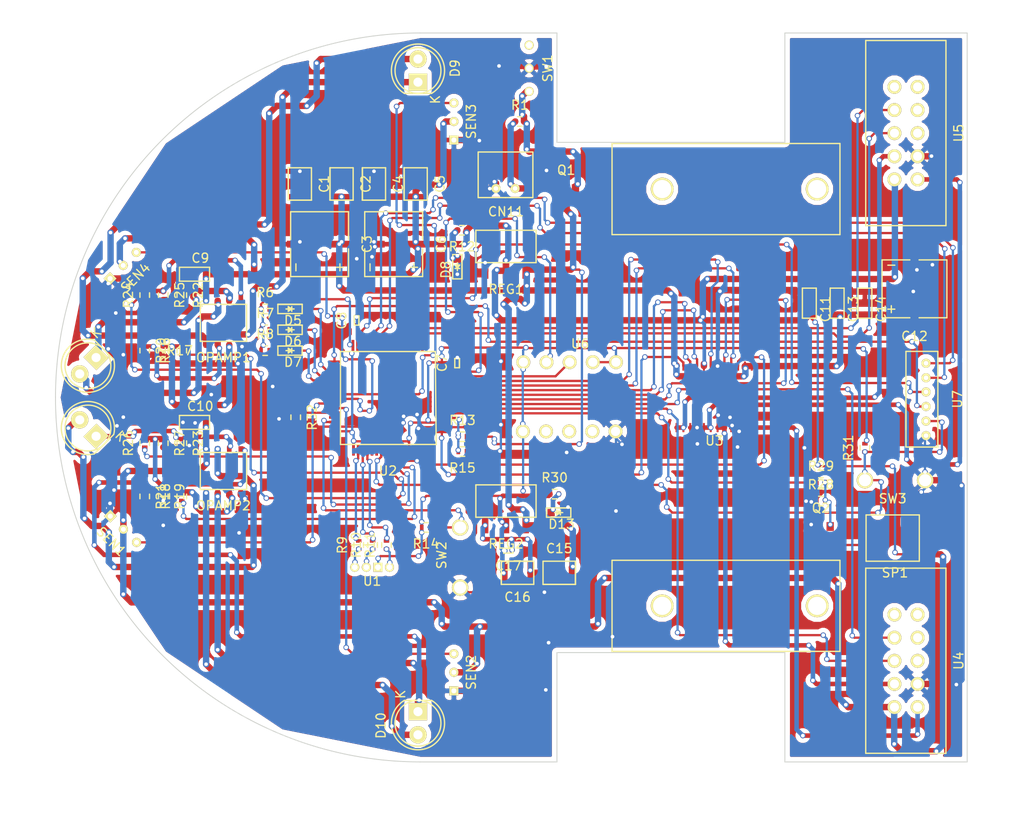
<source format=kicad_pcb>
(kicad_pcb (version 4) (host pcbnew 4.0.1-stable)
  (title_block (title MicroMouse))
  (layers (0 F.Cu signal) (31 B.Cu signal) (34 B.Paste user) (35 F.Paste user) (36 B.SilkS user) (37 F.SilkS user) (38 B.Mask user) (39 F.Mask user) (44 Edge.Cuts user))
  (net 0 "")
  (net 1 GND)
  (net 2 VCC)
  (net 3 +5V)
  (net 4 "Net-(C7-Pad2)")
  (net 5 "Net-(C8-Pad2)")
  (net 6 "Net-(C15-Pad2)")
  (net 7 +3V3)
  (net 8 "Net-(CN11-Pad1)")
  (net 9 DBG_LED_1)
  (net 10 "Net-(D5-Pad2)")
  (net 11 DBG_LED_2)
  (net 12 "Net-(D6-Pad2)")
  (net 13 DBG_LED_3)
  (net 14 "Net-(D7-Pad2)")
  (net 15 "Net-(D8-Pad2)")
  (net 16 "Net-(D9-Pad1)")
  (net 17 "Net-(D9-Pad2)")
  (net 18 "Net-(D10-Pad1)")
  (net 19 "Net-(D10-Pad2)")
  (net 20 "Net-(D11-Pad1)")
  (net 21 "Net-(D11-Pad2)")
  (net 22 "Net-(D12-Pad1)")
  (net 23 "Net-(D12-Pad2)")
  (net 24 "Net-(D13-Pad2)")
  (net 25 "Net-(OPAMP1-Pad5)")
  (net 26 "Net-(OPAMP1-Pad3)")
  (net 27 "Net-(OPAMP2-Pad5)")
  (net 28 "Net-(OPAMP2-Pad3)")
  (net 29 "Net-(Q1-Pad1)")
  (net 30 "Net-(Q2-Pad1)")
  (net 31 "Net-(Q2-Pad3)")
  (net 32 "Net-(R9-Pad1)")
  (net 33 Mode_LED_1)
  (net 34 "Net-(R10-Pad1)")
  (net 35 Mode_LED_2)
  (net 36 "Net-(R11-Pad1)")
  (net 37 Mode_LED_3)
  (net 38 SEN_BAT)
  (net 39 Mode_SW)
  (net 40 LED_RS)
  (net 41 LED_LS)
  (net 42 LED_RF)
  (net 43 LED_LF)
  (net 44 SPK)
  (net 45 NRST)
  (net 46 BOOT0)
  (net 47 SEN_LF)
  (net 48 SEN_LS)
  (net 49 SEN_RS)
  (net 50 SEN_RF)
  (net 51 "Net-(U2-Pad33)")
  (net 52 "Net-(U2-Pad34)")
  (net 53 "Net-(U2-Pad35)")
  (net 54 "Net-(U2-Pad36)")
  (net 55 L_ENC_A)
  (net 56 L_ENC_B)
  (net 57 "Net-(U2-Pad39)")
  (net 58 "Net-(U2-Pad40)")
  (net 59 "Net-(U2-Pad41)")
  (net 60 USART1_TX)
  (net 61 USART1_RX)
  (net 62 "Net-(U2-Pad44)")
  (net 63 "Net-(U2-Pad45)")
  (net 64 SWDIO)
  (net 65 SWCLK)
  (net 66 "Net-(U2-Pad50)")
  (net 67 "Net-(U2-Pad54)")
  (net 68 "Net-(U2-Pad55)")
  (net 69 "Net-(U2-Pad61)")
  (net 70 SDA)
  (net 71 SCL)
  (net 72 M_STBY)
  (net 73 M_IN2_R)
  (net 74 M_IN2_L)
  (net 75 M_IN1_L)
  (net 76 M_IN1_R)
  (net 77 R_ENC_B)
  (net 78 R_ENC_A)
  (net 79 M_PWM_L)
  (net 80 "Net-(U2-Pad15)")
  (net 81 M_PWM_R)
  (net 82 "Net-(U2-Pad14)")
  (net 83 "Net-(U2-Pad6)")
  (net 84 "Net-(U2-Pad5)")
  (net 85 "Net-(U3-Pad11)")
  (net 86 "Net-(U3-Pad7)")
  (net 87 "Net-(U3-Pad5)")
  (net 88 "Net-(U3-Pad1)")
  (net 89 "Net-(U4-Pad10)")
  (net 90 "Net-(U4-Pad9)")
  (net 91 "Net-(U4-Pad7)")
  (net 92 "Net-(U4-Pad5)")
  (net 93 "Net-(U5-Pad10)")
  (net 94 "Net-(U5-Pad9)")
  (net 95 "Net-(U5-Pad7)")
  (net 96 "Net-(U5-Pad5)")
  (net 97 "Net-(U6-Pad9)")
  (net 98 "Net-(U6-Pad8)")
  (net 99 "Net-(U6-Pad7)")
  (module myfootprint:GRM32EB31C476KE15 (layer F.Cu) (at 122.3645 73.914 90)
    (fp_text reference C1 (at 0 -0.635 90) (layer F.SilkS))
    (fp_text value 47u)
    (pad 2 smd rect (at 1.397 -3.302 90) (size 0.6 2.5) (layers F.Cu F.Paste F.Mask) (net 1 GND))
    (pad 1 smd rect (at -1.397 -3.302 90) (size 0.6 2.5) (layers F.Cu F.Paste F.Mask) (net 2 VCC))
  )
  (module myfootprint:GRM32EB31C476KE15 (layer F.Cu) (at 126.9365 73.914 90)
    (fp_text reference C2 (at 0 -0.635 90) (layer F.SilkS))
    (fp_text value 47u)
    (pad 2 smd rect (at 1.397 -3.302 90) (size 0.6 2.5) (layers F.Cu F.Paste F.Mask) (net 1 GND))
    (pad 1 smd rect (at -1.397 -3.302 90) (size 0.6 2.5) (layers F.Cu F.Paste F.Mask) (net 2 VCC))
  )
  (module myfootprint:EEEHC1E470XP (layer F.Cu) (at 123.3805 80.518 90)
    (fp_text reference C3 (at 0 3.048 90) (layer F.SilkS))
    (fp_text value 47u)
    (fp_text user + (at -2.54 0 90) (layer F.SilkS))
    (fp_text user - (at -2.54 -4.826 90) (layer F.SilkS))
    (pad 1 smd rect (at 0 0 90) (size 0.75 2.6) (layers F.Cu F.Paste F.Mask) (net 2 VCC))
    (pad 2 smd rect (at 0 -4.445 90) (size 0.75 2.6) (layers F.Cu F.Paste F.Mask) (net 1 GND))
  )
  (module myfootprint:GRM32EB31C476KE15 (layer F.Cu) (at 130.4925 73.914 90)
    (fp_text reference C4 (at 0 -0.635 90) (layer F.SilkS))
    (fp_text value 47u)
    (pad 2 smd rect (at 1.397 -3.302 90) (size 0.6 2.5) (layers F.Cu F.Paste F.Mask) (net 1 GND))
    (pad 1 smd rect (at -1.397 -3.302 90) (size 0.6 2.5) (layers F.Cu F.Paste F.Mask) (net 3 +5V))
  )
  (module myfootprint:GRM32EB31C476KE15 (layer F.Cu) (at 135.0645 73.914 90)
    (fp_text reference C5 (at 0 -0.635 90) (layer F.SilkS))
    (fp_text value 47u)
    (pad 2 smd rect (at 1.397 -3.302 90) (size 0.6 2.5) (layers F.Cu F.Paste F.Mask) (net 1 GND))
    (pad 1 smd rect (at -1.397 -3.302 90) (size 0.6 2.5) (layers F.Cu F.Paste F.Mask) (net 3 +5V))
  )
  (module myfootprint:EEEHC1E470XP (layer F.Cu) (at 131.5085 80.518 90)
    (fp_text reference C6 (at 0 3.048 90) (layer F.SilkS))
    (fp_text value 47u)
    (fp_text user + (at -2.54 0 90) (layer F.SilkS))
    (fp_text user - (at -2.54 -4.826 90) (layer F.SilkS))
    (pad 1 smd rect (at 0 0 90) (size 0.75 2.6) (layers F.Cu F.Paste F.Mask) (net 3 +5V))
    (pad 2 smd rect (at 0 -4.445 90) (size 0.75 2.6) (layers F.Cu F.Paste F.Mask) (net 1 GND))
  )
  (module myfootprint:C1005X7R1H104K050BB (layer F.Cu) (at 135.1661 93.5736 270)
    (fp_text reference C7 (at 0 0.5 270) (layer F.SilkS))
    (fp_text value 2.2u)
    (pad 2 smd rect (at 0.381 -1.143 270) (size 0.15 0.5) (layers F.Cu F.Paste F.Mask) (net 4 "Net-(C7-Pad2)"))
    (pad 1 smd rect (at -0.381 -1.143 270) (size 0.15 0.5) (layers F.Cu F.Paste F.Mask) (net 1 GND))
  )
  (module myfootprint:C1005X7R1H104K050BB (layer F.Cu) (at 124.1425 88.9 270)
    (fp_text reference C8 (at 0 0.5 270) (layer F.SilkS))
    (fp_text value 2.2u)
    (pad 2 smd rect (at 0.381 -1.143 270) (size 0.15 0.5) (layers F.Cu F.Paste F.Mask) (net 5 "Net-(C8-Pad2)"))
    (pad 1 smd rect (at -0.381 -1.143 270) (size 0.15 0.5) (layers F.Cu F.Paste F.Mask) (net 1 GND))
  )
  (module myfootprint:CL31A106KBHNNNE (layer F.Cu) (at 108.1405 82.55 180)
    (fp_text reference C9 (at 0 0.5 180) (layer F.SilkS))
    (fp_text value 10u)
    (pad 2 smd rect (at 1.905 -1.27 180) (size 0.7 1.6) (layers F.Cu F.Paste F.Mask) (net 1 GND))
    (pad 1 smd rect (at -0.635 -1.27 180) (size 0.7 1.6) (layers F.Cu F.Paste F.Mask) (net 3 +5V))
  )
  (module myfootprint:CL31A106KBHNNNE (layer F.Cu) (at 108.1405 98.806 180)
    (fp_text reference C10 (at 0 0.5 180) (layer F.SilkS))
    (fp_text value 10u)
    (pad 2 smd rect (at 1.905 -1.27 180) (size 0.7 1.6) (layers F.Cu F.Paste F.Mask) (net 1 GND))
    (pad 1 smd rect (at -0.635 -1.27 180) (size 0.7 1.6) (layers F.Cu F.Paste F.Mask) (net 3 +5V))
  )
  (module myfootprint:CL31A106KBHNNNE (layer F.Cu) (at 176.2125 87.63 90)
    (fp_text reference C11 (at 0 0.5 90) (layer F.SilkS))
    (fp_text value 10u)
    (pad 2 smd rect (at 1.905 -1.27 90) (size 0.7 1.6) (layers F.Cu F.Paste F.Mask) (net 1 GND))
    (pad 1 smd rect (at -0.635 -1.27 90) (size 0.7 1.6) (layers F.Cu F.Paste F.Mask) (net 3 +5V))
  )
  (module myfootprint:EEEHC1E470XP (layer F.Cu) (at 186.4741 87.5792)
    (fp_text reference C12 (at 0 3.048) (layer F.SilkS))
    (fp_text value 47u)
    (fp_text user + (at -2.54 0) (layer F.SilkS))
    (fp_text user - (at -2.54 -4.826) (layer F.SilkS))
    (pad 1 smd rect (at 0 0) (size 0.75 2.6) (layers F.Cu F.Paste F.Mask) (net 2 VCC))
    (pad 2 smd rect (at 0 -4.445) (size 0.75 2.6) (layers F.Cu F.Paste F.Mask) (net 1 GND))
  )
  (module myfootprint:CL31A106KBHNNNE (layer F.Cu) (at 179.2605 87.63 90)
    (fp_text reference C13 (at 0 0.5 90) (layer F.SilkS))
    (fp_text value 10u)
    (pad 2 smd rect (at 1.905 -1.27 90) (size 0.7 1.6) (layers F.Cu F.Paste F.Mask) (net 1 GND))
    (pad 1 smd rect (at -0.635 -1.27 90) (size 0.7 1.6) (layers F.Cu F.Paste F.Mask) (net 2 VCC))
  )
  (module myfootprint:CL31A106KBHNNNE (layer F.Cu) (at 182.3085 87.63 90)
    (fp_text reference C14 (at 0 0.5 90) (layer F.SilkS))
    (fp_text value 10u)
    (pad 2 smd rect (at 1.905 -1.27 90) (size 0.7 1.6) (layers F.Cu F.Paste F.Mask) (net 1 GND))
    (pad 1 smd rect (at -0.635 -1.27 90) (size 0.7 1.6) (layers F.Cu F.Paste F.Mask) (net 2 VCC))
  )
  (module myfootprint:GRM32EB31C476KE15 (layer F.Cu) (at 147.5105 113.284 180)
    (fp_text reference C15 (at 0 -0.635 180) (layer F.SilkS))
    (fp_text value 47u)
    (pad 2 smd rect (at 1.397 -3.302 180) (size 0.6 2.5) (layers F.Cu F.Paste F.Mask) (net 6 "Net-(C15-Pad2)"))
    (pad 1 smd rect (at -1.397 -3.302 180) (size 0.6 2.5) (layers F.Cu F.Paste F.Mask) (net 2 VCC))
  )
  (module myfootprint:GRM32EB31C476KE15 (layer F.Cu) (at 142.9385 119.888)
    (fp_text reference C16 (at 0 -0.635) (layer F.SilkS))
    (fp_text value 47u)
    (pad 2 smd rect (at 1.397 -3.302) (size 0.6 2.5) (layers F.Cu F.Paste F.Mask) (net 6 "Net-(C15-Pad2)"))
    (pad 1 smd rect (at -1.397 -3.302) (size 0.6 2.5) (layers F.Cu F.Paste F.Mask) (net 7 +3V3))
  )
  (module myfootprint:C1005X7R1H104K050BB (layer F.Cu) (at 141.9225 115.316)
    (fp_text reference C17 (at 0 0.5) (layer F.SilkS))
    (fp_text value 0.1u)
    (pad 2 smd rect (at 0.381 -1.143) (size 0.15 0.5) (layers F.Cu F.Paste F.Mask) (net 6 "Net-(C15-Pad2)"))
    (pad 1 smd rect (at -0.381 -1.143) (size 0.15 0.5) (layers F.Cu F.Paste F.Mask) (net 7 +3V3))
  )
  (module myfootprint:DF3A-2P-2DSA (layer F.Cu) (at 141.6685 76.454)
    (fp_text reference CN11 (at 0 0.5) (layer F.SilkS))
    (fp_text value mouseBattery)
    (pad 2 thru_hole circle (at -1.1 -2.05) (size 1 1) (drill 0.5) (layers *.Cu *.Mask F.SilkS) (net 1 GND))
    (pad 1 thru_hole circle (at 1 -2.05) (size 1 1) (drill 0.5) (layers *.Cu *.Mask F.SilkS) (net 8 "Net-(CN11-Pad1)"))
  )
  (module myfootprint:OSTG1608C1A (layer F.Cu) (at 118.3005 88.392)
    (fp_text reference D5 (at 0 0.5) (layer F.SilkS))
    (fp_text value LED)
    (pad 1 smd rect (at 0.508 -0.762) (size 0.8 0.8) (layers F.Cu F.Paste F.Mask) (net 9 DBG_LED_1))
    (pad 2 smd rect (at -1.143 -0.762) (size 0.8 0.8) (layers F.Cu F.Paste F.Mask) (net 10 "Net-(D5-Pad2)"))
  )
  (module myfootprint:OSTG1608C1A (layer F.Cu) (at 118.3005 90.678)
    (fp_text reference D6 (at 0 0.5) (layer F.SilkS))
    (fp_text value LED)
    (pad 1 smd rect (at 0.508 -0.762) (size 0.8 0.8) (layers F.Cu F.Paste F.Mask) (net 11 DBG_LED_2))
    (pad 2 smd rect (at -1.143 -0.762) (size 0.8 0.8) (layers F.Cu F.Paste F.Mask) (net 12 "Net-(D6-Pad2)"))
  )
  (module myfootprint:OSTG1608C1A (layer F.Cu) (at 118.3005 92.964)
    (fp_text reference D7 (at 0 0.5) (layer F.SilkS))
    (fp_text value LED)
    (pad 1 smd rect (at 0.508 -0.762) (size 0.8 0.8) (layers F.Cu F.Paste F.Mask) (net 13 DBG_LED_3))
    (pad 2 smd rect (at -1.143 -0.762) (size 0.8 0.8) (layers F.Cu F.Paste F.Mask) (net 14 "Net-(D7-Pad2)"))
  )
  (module myfootprint:OSTG1608C1A (layer F.Cu) (at 135.5725 83.312 270)
    (fp_text reference D8 (at 0 0.5 270) (layer F.SilkS))
    (fp_text value LED)
    (pad 1 smd rect (at 0.508 -0.762 270) (size 0.8 0.8) (layers F.Cu F.Paste F.Mask) (net 1 GND))
    (pad 2 smd rect (at -1.143 -0.762 270) (size 0.8 0.8) (layers F.Cu F.Paste F.Mask) (net 15 "Net-(D8-Pad2)"))
  )
  (module LEDs:LED-5MM (layer F.Cu) (at 132.0165 62.738 90)
    (fp_text reference D9 (at 1.524 4.064 90) (layer F.SilkS))
    (fp_text value LED_RS)
    (fp_text user K (at -1.905 1.905 90) (layer F.SilkS))
    (pad 1 thru_hole rect (at 0 0 180) (size 2 1.9) (drill 1.00076) (layers *.Cu *.Mask F.SilkS) (net 16 "Net-(D9-Pad1)"))
    (pad 2 thru_hole circle (at 2.54 0 90) (size 1.9 1.9) (drill 1.00076) (layers *.Cu *.Mask F.SilkS) (net 17 "Net-(D9-Pad2)"))
  )
  (module LEDs:LED-5MM (layer F.Cu) (at 132.0165 131.826 270)
    (fp_text reference D10 (at 1.524 4.064 270) (layer F.SilkS))
    (fp_text value LED_LS)
    (fp_text user K (at -1.905 1.905 270) (layer F.SilkS))
    (pad 1 thru_hole rect (at 0 0) (size 2 1.9) (drill 1.00076) (layers *.Cu *.Mask F.SilkS) (net 18 "Net-(D10-Pad1)"))
    (pad 2 thru_hole circle (at 2.54 0 270) (size 1.9 1.9) (drill 1.00076) (layers *.Cu *.Mask F.SilkS) (net 19 "Net-(D10-Pad2)"))
  )
  (module LEDs:LED-5MM (layer F.Cu) (at 96.7105 92.964 225)
    (fp_text reference D11 hide)
    (fp_text value LED_RF hide)
    (fp_text user K (at -1.905 1.905 225) (layer F.SilkS))
    (pad 1 thru_hole rect (at 0 0 315) (size 2 1.9) (drill 1.00076) (layers *.Cu *.Mask F.SilkS) (net 20 "Net-(D11-Pad1)"))
    (pad 2 thru_hole circle (at 2.54 0 225) (size 1.9 1.9) (drill 1.00076) (layers *.Cu *.Mask F.SilkS) (net 21 "Net-(D11-Pad2)"))
  )
  (module LEDs:LED-5MM (layer F.Cu) (at 96.7105 101.6 135)
    (fp_text reference D12 hide)
    (fp_text value LED_LF hide)
    (fp_text user K (at -1.905 1.905 135) (layer F.SilkS))
    (pad 1 thru_hole rect (at 0 0 225) (size 2 1.9) (drill 1.00076) (layers *.Cu *.Mask F.SilkS) (net 22 "Net-(D12-Pad1)"))
    (pad 2 thru_hole circle (at 2.54 0 135) (size 1.9 1.9) (drill 1.00076) (layers *.Cu *.Mask F.SilkS) (net 23 "Net-(D12-Pad2)"))
  )
  (module myfootprint:OSTG1608C1A (layer F.Cu) (at 147.7645 110.744)
    (fp_text reference D13 (at 0 0.5) (layer F.SilkS))
    (fp_text value LED)
    (pad 1 smd rect (at 0.508 -0.762) (size 0.8 0.8) (layers F.Cu F.Paste F.Mask) (net 1 GND))
    (pad 2 smd rect (at -1.143 -0.762) (size 0.8 0.8) (layers F.Cu F.Paste F.Mask) (net 24 "Net-(D13-Pad2)"))
  )
  (module myfootprint:AD8532AR (layer F.Cu) (at 110.6805 93.218)
    (fp_text reference OPAMP1 (at 0 -0.254) (layer F.SilkS))
    (fp_text value AD8532AR)
    (pad 8 smd rect (at -1.905 -6.477) (size 0.51 0.6) (layers F.Cu F.Paste F.Mask) (net 3 +5V))
    (pad 7 smd rect (at -0.635 -6.477) (size 0.51 0.6) (layers F.Cu F.Paste F.Mask) (net 21 "Net-(D11-Pad2)"))
    (pad 6 smd rect (at 0.635 -6.477) (size 0.51 0.6) (layers F.Cu F.Paste F.Mask) (net 20 "Net-(D11-Pad1)"))
    (pad 5 smd rect (at 1.905 -6.477) (size 0.51 0.6) (layers F.Cu F.Paste F.Mask) (net 25 "Net-(OPAMP1-Pad5)"))
    (pad 4 smd rect (at 1.905 -1.651) (size 0.51 0.6) (layers F.Cu F.Paste F.Mask) (net 1 GND))
    (pad 3 smd rect (at 0.635 -1.651) (size 0.51 0.6) (layers F.Cu F.Paste F.Mask) (net 26 "Net-(OPAMP1-Pad3)"))
    (pad 2 smd rect (at -0.635 -1.651) (size 0.51 0.6) (layers F.Cu F.Paste F.Mask) (net 16 "Net-(D9-Pad1)"))
    (pad 1 smd rect (at -1.905 -1.651) (size 0.51 0.6) (layers F.Cu F.Paste F.Mask) (net 17 "Net-(D9-Pad2)"))
  )
  (module myfootprint:AD8532AR (layer F.Cu) (at 110.6805 109.474)
    (fp_text reference OPAMP2 (at 0 -0.254) (layer F.SilkS))
    (fp_text value AD8532AR)
    (pad 8 smd rect (at -1.905 -6.477) (size 0.51 0.6) (layers F.Cu F.Paste F.Mask) (net 3 +5V))
    (pad 7 smd rect (at -0.635 -6.477) (size 0.51 0.6) (layers F.Cu F.Paste F.Mask) (net 23 "Net-(D12-Pad2)"))
    (pad 6 smd rect (at 0.635 -6.477) (size 0.51 0.6) (layers F.Cu F.Paste F.Mask) (net 22 "Net-(D12-Pad1)"))
    (pad 5 smd rect (at 1.905 -6.477) (size 0.51 0.6) (layers F.Cu F.Paste F.Mask) (net 27 "Net-(OPAMP2-Pad5)"))
    (pad 4 smd rect (at 1.905 -1.651) (size 0.51 0.6) (layers F.Cu F.Paste F.Mask) (net 1 GND))
    (pad 3 smd rect (at 0.635 -1.651) (size 0.51 0.6) (layers F.Cu F.Paste F.Mask) (net 28 "Net-(OPAMP2-Pad3)"))
    (pad 2 smd rect (at -0.635 -1.651) (size 0.51 0.6) (layers F.Cu F.Paste F.Mask) (net 18 "Net-(D10-Pad1)"))
    (pad 1 smd rect (at -1.905 -1.651) (size 0.51 0.6) (layers F.Cu F.Paste F.Mask) (net 19 "Net-(D10-Pad2)"))
  )
  (module myfootprint:IRLML6402 (layer F.Cu) (at 148.2725 72.898 180)
    (fp_text reference Q1 (at 0 0.5 180) (layer F.SilkS))
    (fp_text value IRLML6402)
    (pad 2 smd rect (at 1.016 -1.524 180) (size 0.802 0.972) (layers F.Cu F.Paste F.Mask) (net 8 "Net-(CN11-Pad1)"))
    (pad 1 smd rect (at -1.016 -1.524 180) (size 0.802 0.972) (layers F.Cu F.Paste F.Mask) (net 29 "Net-(Q1-Pad1)"))
    (pad 3 smd rect (at 0 -3.556 180) (size 0.802 0.972) (layers F.Cu F.Paste F.Mask) (net 2 VCC))
  )
  (module myfootprint:IRLML6402 (layer F.Cu) (at 176.2125 109.982 180)
    (fp_text reference Q2 (at 0 0.5 180) (layer F.SilkS))
    (fp_text value IRLML6344)
    (pad 2 smd rect (at 1.016 -1.524 180) (size 0.802 0.972) (layers F.Cu F.Paste F.Mask) (net 1 GND))
    (pad 1 smd rect (at -1.016 -1.524 180) (size 0.802 0.972) (layers F.Cu F.Paste F.Mask) (net 30 "Net-(Q2-Pad1)"))
    (pad 3 smd rect (at 0 -3.556 180) (size 0.802 0.972) (layers F.Cu F.Paste F.Mask) (net 31 "Net-(Q2-Pad3)"))
  )
  (module Resistors_SMD:R_0402 (layer F.Cu) (at 143.1925 67.056)
    (fp_text reference R1 (at 0 -1.8) (layer F.SilkS))
    (fp_text value 100k)
    (pad 1 smd rect (at -0.45 0) (size 0.4 0.6) (layers F.Cu F.Paste F.Mask) (net 8 "Net-(CN11-Pad1)"))
    (pad 2 smd rect (at 0.45 0) (size 0.4 0.6) (layers F.Cu F.Paste F.Mask) (net 29 "Net-(Q1-Pad1)"))
  )
  (module Resistors_SMD:R_0402 (layer F.Cu) (at 115.2525 87.63)
    (fp_text reference R6 (at 0 -1.8) (layer F.SilkS))
    (fp_text value 280)
    (pad 1 smd rect (at -0.45 0) (size 0.4 0.6) (layers F.Cu F.Paste F.Mask) (net 7 +3V3))
    (pad 2 smd rect (at 0.45 0) (size 0.4 0.6) (layers F.Cu F.Paste F.Mask) (net 10 "Net-(D5-Pad2)"))
  )
  (module Resistors_SMD:R_0402 (layer F.Cu) (at 115.2525 89.916)
    (fp_text reference R7 (at 0 -1.8) (layer F.SilkS))
    (fp_text value 280)
    (pad 1 smd rect (at -0.45 0) (size 0.4 0.6) (layers F.Cu F.Paste F.Mask) (net 7 +3V3))
    (pad 2 smd rect (at 0.45 0) (size 0.4 0.6) (layers F.Cu F.Paste F.Mask) (net 12 "Net-(D6-Pad2)"))
  )
  (module Resistors_SMD:R_0402 (layer F.Cu) (at 115.2525 92.202)
    (fp_text reference R8 (at 0 -1.8) (layer F.SilkS))
    (fp_text value 280)
    (pad 1 smd rect (at -0.45 0) (size 0.4 0.6) (layers F.Cu F.Paste F.Mask) (net 7 +3V3))
    (pad 2 smd rect (at 0.45 0) (size 0.4 0.6) (layers F.Cu F.Paste F.Mask) (net 14 "Net-(D7-Pad2)"))
  )
  (module Resistors_SMD:R_0402 (layer F.Cu) (at 125.5141 113.538 90)
    (fp_text reference R9 (at 0 -1.8 90) (layer F.SilkS))
    (fp_text value 10)
    (pad 1 smd rect (at -0.45 0 90) (size 0.4 0.6) (layers F.Cu F.Paste F.Mask) (net 32 "Net-(R9-Pad1)"))
    (pad 2 smd rect (at 0.45 0 90) (size 0.4 0.6) (layers F.Cu F.Paste F.Mask) (net 33 Mode_LED_1))
  )
  (module Resistors_SMD:R_0402 (layer F.Cu) (at 127.0381 113.538 90)
    (fp_text reference R10 (at 0 -1.8 90) (layer F.SilkS))
    (fp_text value 10)
    (pad 1 smd rect (at -0.45 0 90) (size 0.4 0.6) (layers F.Cu F.Paste F.Mask) (net 34 "Net-(R10-Pad1)"))
    (pad 2 smd rect (at 0.45 0 90) (size 0.4 0.6) (layers F.Cu F.Paste F.Mask) (net 35 Mode_LED_2))
  )
  (module Resistors_SMD:R_0402 (layer F.Cu) (at 128.5621 113.538 90)
    (fp_text reference R11 (at 0 -1.8 90) (layer F.SilkS))
    (fp_text value 60.4)
    (pad 1 smd rect (at -0.45 0 90) (size 0.4 0.6) (layers F.Cu F.Paste F.Mask) (net 36 "Net-(R11-Pad1)"))
    (pad 2 smd rect (at 0.45 0 90) (size 0.4 0.6) (layers F.Cu F.Paste F.Mask) (net 37 Mode_LED_3))
  )
  (module Resistors_SMD:R_0402 (layer F.Cu) (at 136.8425 78.994 180)
    (fp_text reference R12 (at 0 -1.8 180) (layer F.SilkS))
    (fp_text value 620)
    (pad 1 smd rect (at -0.45 0 180) (size 0.4 0.6) (layers F.Cu F.Paste F.Mask) (net 3 +5V))
    (pad 2 smd rect (at 0.45 0 180) (size 0.4 0.6) (layers F.Cu F.Paste F.Mask) (net 15 "Net-(D8-Pad2)"))
  )
  (module Resistors_SMD:R_0402 (layer F.Cu) (at 136.8933 101.6508)
    (fp_text reference R13 (at 0 -1.8) (layer F.SilkS))
    (fp_text value 10k)
    (pad 1 smd rect (at -0.45 0) (size 0.4 0.6) (layers F.Cu F.Paste F.Mask) (net 38 SEN_BAT))
    (pad 2 smd rect (at 0.45 0) (size 0.4 0.6) (layers F.Cu F.Paste F.Mask) (net 2 VCC))
  )
  (module Resistors_SMD:R_0402 (layer F.Cu) (at 132.8801 111.6076 180)
    (fp_text reference R14 (at 0 -1.8 180) (layer F.SilkS))
    (fp_text value 10k)
    (pad 1 smd rect (at -0.45 0 180) (size 0.4 0.6) (layers F.Cu F.Paste F.Mask) (net 39 Mode_SW))
    (pad 2 smd rect (at 0.45 0 180) (size 0.4 0.6) (layers F.Cu F.Paste F.Mask) (net 7 +3V3))
  )
  (module Resistors_SMD:R_0402 (layer F.Cu) (at 136.8933 103.2764 180)
    (fp_text reference R15 (at 0 -1.8 180) (layer F.SilkS))
    (fp_text value 2.7k)
    (pad 1 smd rect (at -0.45 0 180) (size 0.4 0.6) (layers F.Cu F.Paste F.Mask) (net 1 GND))
    (pad 2 smd rect (at 0.45 0 180) (size 0.4 0.6) (layers F.Cu F.Paste F.Mask) (net 38 SEN_BAT))
  )
  (module Resistors_SMD:R_0402 (layer F.Cu) (at 106.1085 92.202 90)
    (fp_text reference R16 (at 0 -1.8 90) (layer F.SilkS))
    (fp_text value 5.76k)
    (pad 1 smd rect (at -0.45 0 90) (size 0.4 0.6) (layers F.Cu F.Paste F.Mask) (net 40 LED_RS))
    (pad 2 smd rect (at 0.45 0 90) (size 0.4 0.6) (layers F.Cu F.Paste F.Mask) (net 26 "Net-(OPAMP1-Pad3)"))
  )
  (module Resistors_SMD:R_0402 (layer F.Cu) (at 104.0765 92.202 270)
    (fp_text reference R17 (at 0 -1.8 360) (layer F.SilkS))
    (fp_text value 2.7k)
    (pad 1 smd rect (at -0.45 0 270) (size 0.4 0.6) (layers F.Cu F.Paste F.Mask) (net 26 "Net-(OPAMP1-Pad3)"))
    (pad 2 smd rect (at 0.45 0 270) (size 0.4 0.6) (layers F.Cu F.Paste F.Mask) (net 1 GND))
  )
  (module Resistors_SMD:R_0402 (layer F.Cu) (at 106.1085 108.204 90)
    (fp_text reference R18 (at 0 -1.8 90) (layer F.SilkS))
    (fp_text value 5.76k)
    (pad 1 smd rect (at -0.45 0 90) (size 0.4 0.6) (layers F.Cu F.Paste F.Mask) (net 41 LED_LS))
    (pad 2 smd rect (at 0.45 0 90) (size 0.4 0.6) (layers F.Cu F.Paste F.Mask) (net 28 "Net-(OPAMP2-Pad3)"))
  )
  (module Resistors_SMD:R_0402 (layer F.Cu) (at 104.0765 108.204 270)
    (fp_text reference R19 (at 0 -1.8 270) (layer F.SilkS))
    (fp_text value 2.7k)
    (pad 1 smd rect (at -0.45 0 270) (size 0.4 0.6) (layers F.Cu F.Paste F.Mask) (net 28 "Net-(OPAMP2-Pad3)"))
    (pad 2 smd rect (at 0.45 0 270) (size 0.4 0.6) (layers F.Cu F.Paste F.Mask) (net 1 GND))
  )
  (module Resistors_SMD:R_0402 (layer F.Cu) (at 102.0445 92.202 270)
    (fp_text reference R20 (at 0 -1.8 270) (layer F.SilkS))
    (fp_text value 10)
    (pad 1 smd rect (at -0.45 0 270) (size 0.4 0.6) (layers F.Cu F.Paste F.Mask) (net 16 "Net-(D9-Pad1)"))
    (pad 2 smd rect (at 0.45 0 270) (size 0.4 0.6) (layers F.Cu F.Paste F.Mask) (net 1 GND))
  )
  (module Resistors_SMD:R_0402 (layer F.Cu) (at 102.0445 108.204 270)
    (fp_text reference R21 (at 0 -1.8 270) (layer F.SilkS))
    (fp_text value 10)
    (pad 1 smd rect (at -0.45 0 270) (size 0.4 0.6) (layers F.Cu F.Paste F.Mask) (net 18 "Net-(D10-Pad1)"))
    (pad 2 smd rect (at 0.45 0 270) (size 0.4 0.6) (layers F.Cu F.Paste F.Mask) (net 1 GND))
  )
  (module Resistors_SMD:R_0402 (layer F.Cu) (at 106.1085 86.106 270)
    (fp_text reference R22 (at 0 -1.8 270) (layer F.SilkS))
    (fp_text value 10)
    (pad 1 smd rect (at -0.45 0 270) (size 0.4 0.6) (layers F.Cu F.Paste F.Mask) (net 20 "Net-(D11-Pad1)"))
    (pad 2 smd rect (at 0.45 0 270) (size 0.4 0.6) (layers F.Cu F.Paste F.Mask) (net 1 GND))
  )
  (module Resistors_SMD:R_0402 (layer F.Cu) (at 106.1085 102.362 270)
    (fp_text reference R23 (at 0 -1.8 270) (layer F.SilkS))
    (fp_text value 10)
    (pad 1 smd rect (at -0.45 0 270) (size 0.4 0.6) (layers F.Cu F.Paste F.Mask) (net 22 "Net-(D12-Pad1)"))
    (pad 2 smd rect (at 0.45 0 270) (size 0.4 0.6) (layers F.Cu F.Paste F.Mask) (net 1 GND))
  )
  (module Resistors_SMD:R_0402 (layer F.Cu) (at 102.0445 86.106 90)
    (fp_text reference R24 (at 0 -1.8 90) (layer F.SilkS))
    (fp_text value 5.76k)
    (pad 1 smd rect (at -0.45 0 90) (size 0.4 0.6) (layers F.Cu F.Paste F.Mask) (net 42 LED_RF))
    (pad 2 smd rect (at 0.45 0 90) (size 0.4 0.6) (layers F.Cu F.Paste F.Mask) (net 25 "Net-(OPAMP1-Pad5)"))
  )
  (module Resistors_SMD:R_0402 (layer F.Cu) (at 104.0765 86.106 270)
    (fp_text reference R25 (at 0 -1.8 270) (layer F.SilkS))
    (fp_text value 2.7k)
    (pad 1 smd rect (at -0.45 0 270) (size 0.4 0.6) (layers F.Cu F.Paste F.Mask) (net 25 "Net-(OPAMP1-Pad5)"))
    (pad 2 smd rect (at 0.45 0 270) (size 0.4 0.6) (layers F.Cu F.Paste F.Mask) (net 1 GND))
  )
  (module Resistors_SMD:R_0402 (layer F.Cu) (at 102.0445 102.362 90)
    (fp_text reference R26 (at 0 -1.8 90) (layer F.SilkS))
    (fp_text value 5.76k)
    (pad 1 smd rect (at -0.45 0 90) (size 0.4 0.6) (layers F.Cu F.Paste F.Mask) (net 43 LED_LF))
    (pad 2 smd rect (at 0.45 0 90) (size 0.4 0.6) (layers F.Cu F.Paste F.Mask) (net 27 "Net-(OPAMP2-Pad5)"))
  )
  (module Resistors_SMD:R_0402 (layer F.Cu) (at 104.0765 102.362 270)
    (fp_text reference R27 (at 0 -1.8 270) (layer F.SilkS))
    (fp_text value 2.7k)
    (pad 1 smd rect (at -0.45 0 270) (size 0.4 0.6) (layers F.Cu F.Paste F.Mask) (net 27 "Net-(OPAMP2-Pad5)"))
    (pad 2 smd rect (at 0.45 0 270) (size 0.4 0.6) (layers F.Cu F.Paste F.Mask) (net 1 GND))
  )
  (module Resistors_SMD:R_0402 (layer F.Cu) (at 176.2125 108.712)
    (fp_text reference R28 (at 0 -1.8) (layer F.SilkS))
    (fp_text value 10k)
    (pad 1 smd rect (at -0.45 0) (size 0.4 0.6) (layers F.Cu F.Paste F.Mask) (net 1 GND))
    (pad 2 smd rect (at 0.45 0) (size 0.4 0.6) (layers F.Cu F.Paste F.Mask) (net 30 "Net-(Q2-Pad1)"))
  )
  (module Resistors_SMD:R_0402 (layer F.Cu) (at 176.2125 106.68)
    (fp_text reference R29 (at 0 -1.8) (layer F.SilkS))
    (fp_text value 10)
    (pad 1 smd rect (at -0.45 0) (size 0.4 0.6) (layers F.Cu F.Paste F.Mask) (net 44 SPK))
    (pad 2 smd rect (at 0.45 0) (size 0.4 0.6) (layers F.Cu F.Paste F.Mask) (net 30 "Net-(Q2-Pad1)"))
  )
  (module Resistors_SMD:R_0402 (layer F.Cu) (at 147.0025 107.95)
    (fp_text reference R30 (at 0 -1.8) (layer F.SilkS))
    (fp_text value 280)
    (pad 1 smd rect (at -0.45 0) (size 0.4 0.6) (layers F.Cu F.Paste F.Mask) (net 7 +3V3))
    (pad 2 smd rect (at 0.45 0) (size 0.4 0.6) (layers F.Cu F.Paste F.Mask) (net 24 "Net-(D13-Pad2)"))
  )
  (module Resistors_SMD:R_0402 (layer F.Cu) (at 181.0385 102.87 90)
    (fp_text reference R31 (at 0 -1.8 90) (layer F.SilkS))
    (fp_text value 10k)
    (pad 1 smd rect (at -0.45 0 90) (size 0.4 0.6) (layers F.Cu F.Paste F.Mask) (net 45 NRST))
    (pad 2 smd rect (at 0.45 0 90) (size 0.4 0.6) (layers F.Cu F.Paste F.Mask) (net 7 +3V3))
  )
  (module Resistors_SMD:R_0402 (layer F.Cu) (at 118.6053 99.5172 270)
    (fp_text reference R32 (at 0 -1.8 270) (layer F.SilkS))
    (fp_text value 10k)
    (pad 1 smd rect (at -0.45 0 270) (size 0.4 0.6) (layers F.Cu F.Paste F.Mask) (net 46 BOOT0))
    (pad 2 smd rect (at 0.45 0 270) (size 0.4 0.6) (layers F.Cu F.Paste F.Mask) (net 1 GND))
  )
  (module myfootprint:AZ1086 (layer F.Cu) (at 141.6685 86.106)
    (fp_text reference REG1 (at 0 -0.635) (layer F.SilkS))
    (fp_text value AZ1086)
    (pad 3 smd rect (at 2.159 -2.667) (size 0.71 1.75) (layers F.Cu F.Paste F.Mask) (net 2 VCC))
    (pad 1 smd rect (at -2.286 -2.667) (size 0.71 1.75) (layers F.Cu F.Paste F.Mask) (net 1 GND))
    (pad 2 smd rect (at 0 -2.667) (size 0.71 1.75) (layers F.Cu F.Paste F.Mask) (net 3 +5V))
  )
  (module myfootprint:AZ1086 (layer F.Cu) (at 141.6685 114.046)
    (fp_text reference REG2 (at 0 -0.635) (layer F.SilkS))
    (fp_text value AZ1086)
    (pad 3 smd rect (at 2.159 -2.667) (size 0.71 1.75) (layers F.Cu F.Paste F.Mask) (net 2 VCC))
    (pad 1 smd rect (at -2.286 -2.667) (size 0.71 1.75) (layers F.Cu F.Paste F.Mask) (net 6 "Net-(C15-Pad2)"))
    (pad 2 smd rect (at 0 -2.667) (size 0.71 1.75) (layers F.Cu F.Paste F.Mask) (net 7 +3V3))
  )
  (module myfootprint:TSL262-R-LF-ND (layer F.Cu) (at 98.3615 113.157 315)
    (fp_text reference SEN1 (at 0 0 315) (layer F.SilkS))
    (fp_text value TSL262R)
    (pad 3 thru_hole circle (at 2.032 -1.905 315) (size 1 1) (drill 0.55) (layers *.Cu *.Mask F.SilkS) (net 47 SEN_LF))
    (pad 2 thru_hole circle (at 0 -1.905 315) (size 1 1) (drill 0.55) (layers *.Cu *.Mask F.SilkS) (net 3 +5V))
    (pad 1 thru_hole rect (at -2.032 -1.905 315) (size 1 1) (drill 0.55) (layers *.Cu *.Mask F.SilkS) (net 1 GND))
  )
  (module myfootprint:TSL262-R-LF-ND (layer F.Cu) (at 137.8585 127.508 90)
    (fp_text reference SEN2 (at 0 0 90) (layer F.SilkS))
    (fp_text value TSL262R)
    (pad 3 thru_hole circle (at 2.032 -1.905 90) (size 1 1) (drill 0.55) (layers *.Cu *.Mask F.SilkS) (net 48 SEN_LS))
    (pad 2 thru_hole circle (at 0 -1.905 90) (size 1 1) (drill 0.55) (layers *.Cu *.Mask F.SilkS) (net 3 +5V))
    (pad 1 thru_hole rect (at -2.032 -1.905 90) (size 1 1) (drill 0.55) (layers *.Cu *.Mask F.SilkS) (net 1 GND))
  )
  (module myfootprint:TSL262-R-LF-ND (layer F.Cu) (at 137.8585 67.056 90)
    (fp_text reference SEN3 (at 0 0 90) (layer F.SilkS))
    (fp_text value TSL262R)
    (pad 3 thru_hole circle (at 2.032 -1.905 90) (size 1 1) (drill 0.55) (layers *.Cu *.Mask F.SilkS) (net 49 SEN_RS))
    (pad 2 thru_hole circle (at 0 -1.905 90) (size 1 1) (drill 0.55) (layers *.Cu *.Mask F.SilkS) (net 3 +5V))
    (pad 1 thru_hole rect (at -2.032 -1.905 90) (size 1 1) (drill 0.55) (layers *.Cu *.Mask F.SilkS) (net 1 GND))
  )
  (module myfootprint:TSL262-R-LF-ND (layer F.Cu) (at 101.0285 84.201 45)
    (fp_text reference SEN4 (at 0 0 45) (layer F.SilkS))
    (fp_text value TSL262R)
    (pad 3 thru_hole circle (at 2.032 -1.905 45) (size 1 1) (drill 0.55) (layers *.Cu *.Mask F.SilkS) (net 50 SEN_RF))
    (pad 2 thru_hole circle (at 0 -1.905 45) (size 1 1) (drill 0.55) (layers *.Cu *.Mask F.SilkS) (net 3 +5V))
    (pad 1 thru_hole rect (at -2.032 -1.905 45) (size 1 1) (drill 0.55) (layers *.Cu *.Mask F.SilkS) (net 1 GND))
  )
  (module myfootprint:CSS-0575A-SMT (layer F.Cu) (at 184.3405 116.586)
    (fp_text reference SP1 (at 0 0) (layer F.SilkS))
    (fp_text value SPEAKER)
    (pad 3 smd rect (at 1.651 -5.588) (size 1.1 0.7) (layers F.Cu F.Paste F.Mask))
    (pad 2 smd rect (at 1.651 -2.032) (size 1.1 0.7) (layers F.Cu F.Paste F.Mask) (net 3 +5V))
    (pad 1 smd rect (at -2.159 -2.032) (size 1.1 0.7) (layers F.Cu F.Paste F.Mask) (net 31 "Net-(Q2-Pad3)"))
  )
  (module myfootprint:SS12D01G4 (layer F.Cu) (at 145.4785 61.214 90)
    (fp_text reference SW1 (at 0 0.762 90) (layer F.SilkS))
    (fp_text value SPST)
    (pad 3 thru_hole circle (at 2.54 -1.27 90) (size 1 1) (drill 0.7) (layers *.Cu *.Mask F.SilkS))
    (pad 2 thru_hole circle (at 0 -1.27 90) (size 1 1) (drill 0.7) (layers *.Cu *.Mask F.SilkS) (net 1 GND))
    (pad 1 thru_hole circle (at -2.54 -1.27 90) (size 1 1) (drill 0.7) (layers *.Cu *.Mask F.SilkS) (net 29 "Net-(Q1-Pad1)"))
  )
  (module myfootprint:TVBP06-BN043CB-B (layer F.Cu) (at 135.1153 114.6556 270)
    (fp_text reference SW2 (at 0 0.5 270) (layer F.SilkS))
    (fp_text value SPST)
    (pad 2 thru_hole circle (at 3.556 -1.524 270) (size 1.8 1.8) (drill 1.35) (layers *.Cu *.Mask F.SilkS) (net 1 GND))
    (pad 1 thru_hole circle (at -3.048 -1.524 270) (size 1.8 1.8) (drill 1.35) (layers *.Cu *.Mask F.SilkS) (net 39 Mode_SW))
  )
  (module myfootprint:TVBP06-BN043CB-B (layer F.Cu) (at 184.0865 107.95)
    (fp_text reference SW3 (at 0 0.5) (layer F.SilkS))
    (fp_text value SPST)
    (pad 2 thru_hole circle (at 3.556 -1.524) (size 1.8 1.8) (drill 1.35) (layers *.Cu *.Mask F.SilkS) (net 1 GND))
    (pad 1 thru_hole circle (at -3.048 -1.524) (size 1.8 1.8) (drill 1.35) (layers *.Cu *.Mask F.SilkS) (net 45 NRST))
  )
  (module myfootprint:OSTAMA5B31A (layer F.Cu) (at 126.9873 116.9924)
    (fp_text reference U1 (at 0 0.5) (layer F.SilkS))
    (fp_text value FULL_LED_A)
    (pad 4 thru_hole circle (at 1.905 -1.016) (size 1 1) (drill 0.65) (layers *.Cu *.Mask F.SilkS) (net 36 "Net-(R11-Pad1)"))
    (pad 2 thru_hole circle (at -0.635 -1.016) (size 1 1) (drill 0.65) (layers *.Cu *.Mask F.SilkS) (net 34 "Net-(R10-Pad1)"))
    (pad 1 thru_hole circle (at -1.905 -1.016) (size 1 1) (drill 0.65) (layers *.Cu *.Mask F.SilkS) (net 32 "Net-(R9-Pad1)"))
    (pad 3 thru_hole rect (at 0.635 -1.016) (size 1 1) (drill 0.65) (layers *.Cu *.Mask F.SilkS) (net 7 +3V3))
  )
  (module myfootprint:STM32F405RGT6 (layer F.Cu) (at 128.7145 104.902)
    (fp_text reference U2 (at 0 0.5) (layer F.SilkS))
    (fp_text value STM32F405RGTx)
    (pad 33 smd rect (at 3.787 -13.273) (size 0.3 1.2) (layers F.Cu F.Paste F.Mask) (net 51 "Net-(U2-Pad33)"))
    (pad 34 smd rect (at 3.279 -13.273) (size 0.3 1.2) (layers F.Cu F.Paste F.Mask) (net 52 "Net-(U2-Pad34)"))
    (pad 35 smd rect (at 2.771 -13.273) (size 0.3 1.2) (layers F.Cu F.Paste F.Mask) (net 53 "Net-(U2-Pad35)"))
    (pad 36 smd rect (at 2.263 -13.273) (size 0.3 1.2) (layers F.Cu F.Paste F.Mask) (net 54 "Net-(U2-Pad36)"))
    (pad 37 smd rect (at 1.755 -13.273) (size 0.3 1.2) (layers F.Cu F.Paste F.Mask) (net 55 L_ENC_A))
    (pad 38 smd rect (at 1.247 -13.273) (size 0.3 1.2) (layers F.Cu F.Paste F.Mask) (net 56 L_ENC_B))
    (pad 39 smd rect (at 0.739 -13.273) (size 0.3 1.2) (layers F.Cu F.Paste F.Mask) (net 57 "Net-(U2-Pad39)"))
    (pad 40 smd rect (at 0.231 -13.273) (size 0.3 1.2) (layers F.Cu F.Paste F.Mask) (net 58 "Net-(U2-Pad40)"))
    (pad 41 smd rect (at -0.277 -13.273) (size 0.3 1.2) (layers F.Cu F.Paste F.Mask) (net 59 "Net-(U2-Pad41)"))
    (pad 42 smd rect (at -0.785 -13.273) (size 0.3 1.2) (layers F.Cu F.Paste F.Mask) (net 60 USART1_TX))
    (pad 43 smd rect (at -1.293 -13.273) (size 0.3 1.2) (layers F.Cu F.Paste F.Mask) (net 61 USART1_RX))
    (pad 44 smd rect (at -1.801 -13.273) (size 0.3 1.2) (layers F.Cu F.Paste F.Mask) (net 62 "Net-(U2-Pad44)"))
    (pad 45 smd rect (at -2.309 -13.273) (size 0.3 1.2) (layers F.Cu F.Paste F.Mask) (net 63 "Net-(U2-Pad45)"))
    (pad 46 smd rect (at -2.817 -13.273) (size 0.3 1.2) (layers F.Cu F.Paste F.Mask) (net 64 SWDIO))
    (pad 47 smd rect (at -3.325 -13.273) (size 0.3 1.2) (layers F.Cu F.Paste F.Mask) (net 5 "Net-(C8-Pad2)"))
    (pad 48 smd rect (at -3.833 -13.273) (size 0.3 1.2) (layers F.Cu F.Paste F.Mask) (net 7 +3V3))
    (pad 49 smd rect (at -5.8575 -11.4675 90) (size 0.3 1.2) (layers F.Cu F.Paste F.Mask) (net 65 SWCLK))
    (pad 50 smd rect (at -5.8575 -10.9595 90) (size 0.3 1.2) (layers F.Cu F.Paste F.Mask) (net 66 "Net-(U2-Pad50)"))
    (pad 51 smd rect (at -5.8575 -10.4515 90) (size 0.3 1.2) (layers F.Cu F.Paste F.Mask) (net 9 DBG_LED_1))
    (pad 52 smd rect (at -5.8575 -9.9435 90) (size 0.3 1.2) (layers F.Cu F.Paste F.Mask) (net 11 DBG_LED_2))
    (pad 53 smd rect (at -5.8575 -9.4355 90) (size 0.3 1.2) (layers F.Cu F.Paste F.Mask) (net 13 DBG_LED_3))
    (pad 54 smd rect (at -5.8575 -8.9275 90) (size 0.3 1.2) (layers F.Cu F.Paste F.Mask) (net 67 "Net-(U2-Pad54)"))
    (pad 55 smd rect (at -5.8575 -8.4195 90) (size 0.3 1.2) (layers F.Cu F.Paste F.Mask) (net 68 "Net-(U2-Pad55)"))
    (pad 56 smd rect (at -5.8575 -7.9115 90) (size 0.3 1.2) (layers F.Cu F.Paste F.Mask) (net 49 SEN_RS))
    (pad 57 smd rect (at -5.8575 -7.4035 90) (size 0.3 1.2) (layers F.Cu F.Paste F.Mask) (net 50 SEN_RF))
    (pad 58 smd rect (at -5.8575 -6.8955 90) (size 0.3 1.2) (layers F.Cu F.Paste F.Mask) (net 47 SEN_LF))
    (pad 59 smd rect (at -5.8575 -6.3875 90) (size 0.3 1.2) (layers F.Cu F.Paste F.Mask) (net 48 SEN_LS))
    (pad 60 smd rect (at -5.8575 -5.8795 90) (size 0.3 1.2) (layers F.Cu F.Paste F.Mask) (net 46 BOOT0))
    (pad 61 smd rect (at -5.8575 -5.3715 90) (size 0.3 1.2) (layers F.Cu F.Paste F.Mask) (net 69 "Net-(U2-Pad61)"))
    (pad 62 smd rect (at -5.8575 -4.8635 90) (size 0.3 1.2) (layers F.Cu F.Paste F.Mask) (net 39 Mode_SW))
    (pad 63 smd rect (at -5.8575 -4.3555 90) (size 0.3 1.2) (layers F.Cu F.Paste F.Mask) (net 1 GND))
    (pad 64 smd rect (at -5.8575 -3.8475 90) (size 0.3 1.2) (layers F.Cu F.Paste F.Mask) (net 7 +3V3))
    (pad 32 smd rect (at 5.9215 -11.4065 90) (size 0.3 1.2) (layers F.Cu F.Paste F.Mask) (net 7 +3V3))
    (pad 31 smd rect (at 5.9215 -10.8985 90) (size 0.3 1.2) (layers F.Cu F.Paste F.Mask) (net 4 "Net-(C7-Pad2)"))
    (pad 30 smd rect (at 5.9215 -10.3905 90) (size 0.3 1.2) (layers F.Cu F.Paste F.Mask) (net 70 SDA))
    (pad 29 smd rect (at 5.9215 -9.8825 90) (size 0.3 1.2) (layers F.Cu F.Paste F.Mask) (net 71 SCL))
    (pad 28 smd rect (at 5.9215 -9.3745 90) (size 0.3 1.2) (layers F.Cu F.Paste F.Mask) (net 72 M_STBY))
    (pad 27 smd rect (at 5.9215 -8.8665 90) (size 0.3 1.2) (layers F.Cu F.Paste F.Mask) (net 73 M_IN2_R))
    (pad 26 smd rect (at 5.9215 -8.3585 90) (size 0.3 1.2) (layers F.Cu F.Paste F.Mask) (net 74 M_IN2_L))
    (pad 25 smd rect (at 5.9215 -7.8505 90) (size 0.3 1.2) (layers F.Cu F.Paste F.Mask) (net 75 M_IN1_L))
    (pad 24 smd rect (at 5.9215 -7.3425 90) (size 0.3 1.2) (layers F.Cu F.Paste F.Mask) (net 76 M_IN1_R))
    (pad 23 smd rect (at 5.9215 -6.8345 90) (size 0.3 1.2) (layers F.Cu F.Paste F.Mask) (net 77 R_ENC_B))
    (pad 22 smd rect (at 5.9215 -6.3265 90) (size 0.3 1.2) (layers F.Cu F.Paste F.Mask) (net 78 R_ENC_A))
    (pad 21 smd rect (at 5.9215 -5.8185 90) (size 0.3 1.2) (layers F.Cu F.Paste F.Mask) (net 44 SPK))
    (pad 20 smd rect (at 5.9215 -5.3105 90) (size 0.3 1.2) (layers F.Cu F.Paste F.Mask) (net 38 SEN_BAT))
    (pad 19 smd rect (at 5.9215 -4.8025 90) (size 0.3 1.2) (layers F.Cu F.Paste F.Mask) (net 7 +3V3))
    (pad 18 smd rect (at 5.9215 -4.2945 90) (size 0.3 1.2) (layers F.Cu F.Paste F.Mask) (net 1 GND))
    (pad 17 smd rect (at 5.9215 -3.7865 90) (size 0.3 1.2) (layers F.Cu F.Paste F.Mask) (net 79 M_PWM_L))
    (pad 12 smd rect (at 1.817 -1.773) (size 0.3 1.2) (layers F.Cu F.Paste F.Mask) (net 1 GND))
    (pad 15 smd rect (at 3.341 -1.773) (size 0.3 1.2) (layers F.Cu F.Paste F.Mask) (net 80 "Net-(U2-Pad15)"))
    (pad 16 smd rect (at 3.849 -1.773) (size 0.3 1.2) (layers F.Cu F.Paste F.Mask) (net 81 M_PWM_R))
    (pad 14 smd rect (at 2.833 -1.773) (size 0.3 1.2) (layers F.Cu F.Paste F.Mask) (net 82 "Net-(U2-Pad14)"))
    (pad 13 smd rect (at 2.325 -1.773) (size 0.3 1.2) (layers F.Cu F.Paste F.Mask) (net 7 +3V3))
    (pad 11 smd rect (at 1.309 -1.773) (size 0.3 1.2) (layers F.Cu F.Paste F.Mask) (net 41 LED_LS))
    (pad 10 smd rect (at 0.801 -1.773) (size 0.3 1.2) (layers F.Cu F.Paste F.Mask) (net 43 LED_LF))
    (pad 9 smd rect (at 0.293 -1.773) (size 0.3 1.2) (layers F.Cu F.Paste F.Mask) (net 42 LED_RF))
    (pad 8 smd rect (at -0.215 -1.773) (size 0.3 1.2) (layers F.Cu F.Paste F.Mask) (net 40 LED_RS))
    (pad 7 smd rect (at -0.723 -1.773) (size 0.3 1.2) (layers F.Cu F.Paste F.Mask) (net 45 NRST))
    (pad 6 smd rect (at -1.231 -1.773) (size 0.3 1.2) (layers F.Cu F.Paste F.Mask) (net 83 "Net-(U2-Pad6)"))
    (pad 5 smd rect (at -1.739 -1.773) (size 0.3 1.2) (layers F.Cu F.Paste F.Mask) (net 84 "Net-(U2-Pad5)"))
    (pad 4 smd rect (at -2.247 -1.773) (size 0.3 1.2) (layers F.Cu F.Paste F.Mask) (net 37 Mode_LED_3))
    (pad 3 smd rect (at -2.755 -1.773) (size 0.3 1.2) (layers F.Cu F.Paste F.Mask) (net 35 Mode_LED_2))
    (pad 2 smd rect (at -3.263 -1.773) (size 0.3 1.2) (layers F.Cu F.Paste F.Mask) (net 33 Mode_LED_1))
    (pad 1 smd rect (at -3.771 -1.773) (size 0.3 1.2) (layers F.Cu F.Paste F.Mask) (net 7 +3V3))
  )
  (module myfootprint:TB6612FNG (layer F.Cu) (at 164.5285 101.6)
    (fp_text reference U3 (at 0 0.5) (layer F.SilkS))
    (fp_text value TB6612)
    (pad 13 smd rect (at 4.1 -7.7) (size 0.22 1) (layers F.Cu F.Paste F.Mask) (net 2 VCC))
    (pad 14 smd rect (at 3.35 -7.7) (size 0.22 1) (layers F.Cu F.Paste F.Mask) (net 2 VCC))
    (pad 15 smd rect (at 2.6 -7.7) (size 0.22 1) (layers F.Cu F.Paste F.Mask) (net 81 M_PWM_R))
    (pad 16 smd rect (at 1.85 -7.7) (size 0.22 1) (layers F.Cu F.Paste F.Mask) (net 73 M_IN2_R))
    (pad 17 smd rect (at 1.1 -7.7) (size 0.22 1) (layers F.Cu F.Paste F.Mask) (net 76 M_IN1_R))
    (pad 18 smd rect (at 0.35 -7.7) (size 0.22 1) (layers F.Cu F.Paste F.Mask) (net 1 GND))
    (pad 19 smd rect (at -0.4 -7.7) (size 0.22 1) (layers F.Cu F.Paste F.Mask) (net 72 M_STBY))
    (pad 20 smd rect (at -1.15 -7.7) (size 0.22 1) (layers F.Cu F.Paste F.Mask) (net 3 +5V))
    (pad 21 smd rect (at -1.9 -7.7) (size 0.22 1) (layers F.Cu F.Paste F.Mask) (net 75 M_IN1_L))
    (pad 22 smd rect (at -2.65 -7.7) (size 0.22 1) (layers F.Cu F.Paste F.Mask) (net 74 M_IN2_L))
    (pad 23 smd rect (at -3.4 -7.7) (size 0.22 1) (layers F.Cu F.Paste F.Mask) (net 79 M_PWM_L))
    (pad 24 smd rect (at -4.15 -7.7) (size 0.22 1) (layers F.Cu F.Paste F.Mask) (net 2 VCC))
    (pad 12 smd rect (at 4.1 -0.95) (size 0.22 1) (layers F.Cu F.Paste F.Mask) (net 85 "Net-(U3-Pad11)"))
    (pad 11 smd rect (at 3.35 -0.95) (size 0.22 1) (layers F.Cu F.Paste F.Mask) (net 85 "Net-(U3-Pad11)"))
    (pad 10 smd rect (at 2.6 -0.95) (size 0.22 1) (layers F.Cu F.Paste F.Mask) (net 1 GND))
    (pad 9 smd rect (at 1.85 -0.95) (size 0.22 1) (layers F.Cu F.Paste F.Mask) (net 1 GND))
    (pad 8 smd rect (at 1.1 -0.95) (size 0.22 1) (layers F.Cu F.Paste F.Mask) (net 86 "Net-(U3-Pad7)"))
    (pad 7 smd rect (at 0.35 -0.95) (size 0.22 1) (layers F.Cu F.Paste F.Mask) (net 86 "Net-(U3-Pad7)"))
    (pad 6 smd rect (at -0.4 -0.95) (size 0.22 1) (layers F.Cu F.Paste F.Mask) (net 87 "Net-(U3-Pad5)"))
    (pad 5 smd rect (at -1.15 -0.95) (size 0.22 1) (layers F.Cu F.Paste F.Mask) (net 87 "Net-(U3-Pad5)"))
    (pad 4 smd rect (at -1.9 -0.95) (size 0.22 1) (layers F.Cu F.Paste F.Mask) (net 1 GND))
    (pad 3 smd rect (at -2.65 -0.95) (size 0.22 1) (layers F.Cu F.Paste F.Mask) (net 1 GND))
    (pad 2 smd rect (at -3.4 -0.95) (size 0.22 1) (layers F.Cu F.Paste F.Mask) (net 88 "Net-(U3-Pad1)"))
    (pad 1 smd rect (at -4.15 -0.95) (size 0.22 1) (layers F.Cu F.Paste F.Mask) (net 88 "Net-(U3-Pad1)"))
  )
  (module myfootprint:BH-10SG (layer F.Cu) (at 189.9285 126.238 90)
    (fp_text reference U4 (at 0 1.4 90) (layer F.SilkS))
    (fp_text value CN_MOTOR)
    (pad 10 thru_hole circle (at 5.07 -5.65 90) (size 1.524 1.524) (drill 1) (layers *.Cu *.Mask F.SilkS) (net 89 "Net-(U4-Pad10)"))
    (pad 8 thru_hole circle (at 2.53 -5.65 90) (size 1.524 1.524) (drill 1) (layers *.Cu *.Mask F.SilkS) (net 77 R_ENC_B))
    (pad 6 thru_hole circle (at -0.01 -5.65 90) (size 1.524 1.524) (drill 1) (layers *.Cu *.Mask F.SilkS) (net 78 R_ENC_A))
    (pad 4 thru_hole circle (at -2.55 -5.65 90) (size 1.524 1.524) (drill 1) (layers *.Cu *.Mask F.SilkS) (net 86 "Net-(U3-Pad7)"))
    (pad 2 thru_hole circle (at -5.09 -5.65 90) (size 1.524 1.524) (drill 1) (layers *.Cu *.Mask F.SilkS) (net 3 +5V))
    (pad 9 thru_hole circle (at 5.07 -3.11 90) (size 1.524 1.524) (drill 1) (layers *.Cu *.Mask F.SilkS) (net 90 "Net-(U4-Pad9)"))
    (pad 7 thru_hole circle (at 2.53 -3.11 90) (size 1.524 1.524) (drill 1) (layers *.Cu *.Mask F.SilkS) (net 91 "Net-(U4-Pad7)"))
    (pad 5 thru_hole circle (at -0.01 -3.11 90) (size 1.524 1.524) (drill 1) (layers *.Cu *.Mask F.SilkS) (net 92 "Net-(U4-Pad5)"))
    (pad 3 thru_hole circle (at -2.55 -3.11 90) (size 1.524 1.524) (drill 1) (layers *.Cu *.Mask F.SilkS) (net 1 GND))
    (pad 1 thru_hole circle (at -5.09 -3.11 90) (size 1.524 1.524) (drill 1) (layers *.Cu *.Mask F.SilkS) (net 85 "Net-(U3-Pad11)"))
  )
  (module myfootprint:BH-10SG (layer F.Cu) (at 189.9285 68.326 90)
    (fp_text reference U5 (at 0 1.4 90) (layer F.SilkS))
    (fp_text value CN_MOTOR)
    (pad 10 thru_hole circle (at 5.07 -5.65 90) (size 1.524 1.524) (drill 1) (layers *.Cu *.Mask F.SilkS) (net 93 "Net-(U5-Pad10)"))
    (pad 8 thru_hole circle (at 2.53 -5.65 90) (size 1.524 1.524) (drill 1) (layers *.Cu *.Mask F.SilkS) (net 56 L_ENC_B))
    (pad 6 thru_hole circle (at -0.01 -5.65 90) (size 1.524 1.524) (drill 1) (layers *.Cu *.Mask F.SilkS) (net 55 L_ENC_A))
    (pad 4 thru_hole circle (at -2.55 -5.65 90) (size 1.524 1.524) (drill 1) (layers *.Cu *.Mask F.SilkS) (net 88 "Net-(U3-Pad1)"))
    (pad 2 thru_hole circle (at -5.09 -5.65 90) (size 1.524 1.524) (drill 1) (layers *.Cu *.Mask F.SilkS) (net 3 +5V))
    (pad 9 thru_hole circle (at 5.07 -3.11 90) (size 1.524 1.524) (drill 1) (layers *.Cu *.Mask F.SilkS) (net 94 "Net-(U5-Pad9)"))
    (pad 7 thru_hole circle (at 2.53 -3.11 90) (size 1.524 1.524) (drill 1) (layers *.Cu *.Mask F.SilkS) (net 95 "Net-(U5-Pad7)"))
    (pad 5 thru_hole circle (at -0.01 -3.11 90) (size 1.524 1.524) (drill 1) (layers *.Cu *.Mask F.SilkS) (net 96 "Net-(U5-Pad5)"))
    (pad 3 thru_hole circle (at -2.55 -3.11 90) (size 1.524 1.524) (drill 1) (layers *.Cu *.Mask F.SilkS) (net 1 GND))
    (pad 1 thru_hole circle (at -5.09 -3.11 90) (size 1.524 1.524) (drill 1) (layers *.Cu *.Mask F.SilkS) (net 87 "Net-(U3-Pad5)"))
  )
  (module myfootprint:FH-1x5SG (layer F.Cu) (at 149.7965 91.948 180)
    (fp_text reference U6 (at 0 0.5 180) (layer F.SilkS))
    (fp_text value MPU9250)
    (pad 10 thru_hole circle (at -3.887 -9.124 180) (size 1.524 1.524) (drill 1.02) (layers *.Cu *.Mask F.SilkS) (net 1 GND))
    (pad 9 thru_hole circle (at -1.347 -9.124 180) (size 1.524 1.524) (drill 1.02) (layers *.Cu *.Mask F.SilkS) (net 97 "Net-(U6-Pad9)"))
    (pad 8 thru_hole circle (at 1.193 -9.124 180) (size 1.524 1.524) (drill 1.02) (layers *.Cu *.Mask F.SilkS) (net 98 "Net-(U6-Pad8)"))
    (pad 7 thru_hole circle (at 3.733 -9.124 180) (size 1.524 1.524) (drill 1.02) (layers *.Cu *.Mask F.SilkS) (net 99 "Net-(U6-Pad7)"))
    (pad 6 thru_hole circle (at 6.273 -9.124 180) (size 1.524 1.524) (drill 1.02) (layers *.Cu *.Mask F.SilkS) (net 7 +3V3))
    (pad 5 thru_hole circle (at 6.223 -1.524 180) (size 1.524 1.524) (drill 1.02) (layers *.Cu *.Mask F.SilkS) (net 7 +3V3))
    (pad 4 thru_hole circle (at 3.683 -1.524 180) (size 1.524 1.524) (drill 1.02) (layers *.Cu *.Mask F.SilkS) (net 70 SDA))
    (pad 3 thru_hole circle (at 1.143 -1.524 180) (size 1.524 1.524) (drill 1.02) (layers *.Cu *.Mask F.SilkS) (net 71 SCL))
    (pad 2 thru_hole circle (at -1.397 -1.524 180) (size 1.524 1.524) (drill 1.02) (layers *.Cu *.Mask F.SilkS) (net 7 +3V3))
    (pad 1 thru_hole circle (at -3.937 -1.524 180) (size 1.524 1.524) (drill 1.02) (layers *.Cu *.Mask F.SilkS) (net 7 +3V3))
  )
  (module myfootprint:B6B-ZR (layer F.Cu) (at 190.6905 97.536 90)
    (fp_text reference U7 (at 0 0.5 90) (layer F.SilkS))
    (fp_text value ZH)
    (pad 6 thru_hole circle (at 3.95 -2.95 90) (size 1 1) (drill 0.5) (layers *.Cu *.Mask F.SilkS) (net 61 USART1_RX))
    (pad 5 thru_hole circle (at 2.35 -2.95 90) (size 1 1) (drill 0.5) (layers *.Cu *.Mask F.SilkS) (net 60 USART1_TX))
    (pad 4 thru_hole circle (at 0.8 -2.95 90) (size 1 1) (drill 0.5) (layers *.Cu *.Mask F.SilkS) (net 64 SWDIO))
    (pad 3 thru_hole circle (at -0.8 -2.95 90) (size 1 1) (drill 0.5) (layers *.Cu *.Mask F.SilkS) (net 65 SWCLK))
    (pad 2 thru_hole circle (at -2.4 -2.95 90) (size 1 1) (drill 0.5) (layers *.Cu *.Mask F.SilkS) (net 45 NRST))
    (pad 1 thru_hole circle (at -4 -2.95 90) (size 1 1) (drill 0.5) (layers *.Cu *.Mask F.SilkS) (net 1 GND))
  )
  (module myfootprint:motormount (layer F.Cu) (at 153.3017 69.469)
    (fp_text reference REF** hide)
    (fp_text value motormount hide)
    (pad 1 thru_hole circle (at 5.5 5) (size 2.5 2.5) (drill 2) (layers *.Cu *.Mask F.SilkS))
    (pad 2 thru_hole circle (at 22.5 5) (size 2.5 2.5) (drill 2) (layers *.Cu *.Mask F.SilkS))
  )
  (module myfootprint:motormount (layer F.Cu) (at 153.3017 115.2144)
    (fp_text reference REF** hide)
    (fp_text value motormount hide)
    (pad 1 thru_hole circle (at 5.5 5) (size 2.5 2.5) (drill 2) (layers *.Cu *.Mask F.SilkS))
    (pad 2 thru_hole circle (at 22.5 5) (size 2.5 2.5) (drill 2) (layers *.Cu *.Mask F.SilkS))
  )
  (gr_arc (start 132.2565 97.342) (end 132.2565 137.342) (angle 90) (layer Edge.Cuts) (width 0.1))
  (gr_arc (start 132.2565 97.342) (end 92.2565 97.342) (angle 90) (layer Edge.Cuts) (width 0.1))
  (gr_line (start 147.2565 137.342) (end 132.2565 137.342) (angle 90) (layer Edge.Cuts) (width 0.1))
  (gr_line (start 147.2565 125.342) (end 147.2565 137.342) (angle 90) (layer Edge.Cuts) (width 0.1))
  (gr_line (start 147.2565 57.342) (end 132.2565 57.342) (angle 90) (layer Edge.Cuts) (width 0.1))
  (gr_line (start 147.2565 69.342) (end 147.2565 57.342) (angle 90) (layer Edge.Cuts) (width 0.1))
  (gr_line (start 147.2565 125.342) (end 172.2565 125.342) (angle 90) (layer Edge.Cuts) (width 0.1))
  (gr_line (start 172.2565 125.342) (end 172.2565 137.342) (angle 90) (layer Edge.Cuts) (width 0.1))
  (gr_line (start 172.2565 137.342) (end 192.2565 137.342) (angle 90) (layer Edge.Cuts) (width 0.1))
  (gr_line (start 192.2565 57.342) (end 192.2565 137.342) (angle 90) (layer Edge.Cuts) (width 0.1))
  (gr_line (start 172.2565 57.342) (end 192.2565 57.342) (angle 90) (layer Edge.Cuts) (width 0.1))
  (gr_line (start 172.2565 69.342) (end 172.2565 57.342) (angle 90) (layer Edge.Cuts) (width 0.1))
  (gr_line (start 147.2565 69.342) (end 172.2565 69.342) (angle 90) (layer Edge.Cuts) (width 0.1))
  (segment (start 122.857 100.5465) (end 119.1846 100.5465) (width 0.25) (layer F.Cu) (net 1))
  (segment (start 119.1846 100.5465) (end 118.6053 99.9672) (width 0.25) (layer F.Cu) (net 1))
  (segment (start 106.2355 100.076) (end 107.5055 100.076) (width 0.7) (layer F.Cu) (net 1))
  (segment (start 107.5055 100.076) (end 107.569 100.1395) (width 0.7) (layer F.Cu) (net 1))
  (via (at 107.569 100.1395) (size 0.6) (drill 0.4) (layers F.Cu B.Cu) (net 1))
  (segment (start 107.569 100.1395) (end 109.347 98.3615) (width 0.7) (layer B.Cu) (net 1))
  (segment (start 109.347 98.3615) (end 109.347 97.028) (width 0.7) (layer B.Cu) (net 1))
  (via (at 109.347 97.028) (size 0.6) (drill 0.4) (layers F.Cu B.Cu) (net 1))
  (segment (start 109.347 97.028) (end 110.236 96.139) (width 0.7) (layer F.Cu) (net 1))
  (segment (start 110.236 96.139) (end 116.078 96.139) (width 0.7) (layer F.Cu) (net 1))
  (via (at 116.078 96.139) (size 0.6) (drill 0.4) (layers F.Cu B.Cu) (net 1))
  (segment (start 116.078 96.139) (end 116.7765 96.8375) (width 0.7) (layer B.Cu) (net 1))
  (segment (start 116.7765 96.8375) (end 116.7765 99.695) (width 0.7) (layer B.Cu) (net 1))
  (via (at 116.7765 99.695) (size 0.6) (drill 0.4) (layers F.Cu B.Cu) (net 1))
  (segment (start 116.7765 99.695) (end 117.0487 99.9672) (width 0.7) (layer F.Cu) (net 1))
  (segment (start 117.0487 99.9672) (end 118.6053 99.9672) (width 0.7) (layer F.Cu) (net 1))
  (segment (start 98.5465 107.638) (end 98.5465 108.654) (width 0.7) (layer F.Cu) (net 1))
  (segment (start 98.679 107.5055) (end 98.5465 107.638) (width 0.7) (layer F.Cu) (net 1))
  (via (at 98.679 107.5055) (size 0.6) (drill 0.4) (layers F.Cu B.Cu) (net 1))
  (segment (start 98.679 100.7745) (end 98.679 107.5055) (width 0.7) (layer B.Cu) (net 1))
  (segment (start 98.9965 100.457) (end 98.679 100.7745) (width 0.7) (layer B.Cu) (net 1))
  (via (at 98.9965 100.457) (size 0.6) (drill 0.4) (layers F.Cu B.Cu) (net 1))
  (segment (start 99.3775 100.076) (end 98.9965 100.457) (width 0.7) (layer F.Cu) (net 1))
  (segment (start 100.2665 100.076) (end 99.3775 100.076) (width 0.7) (layer F.Cu) (net 1))
  (segment (start 112.5855 108.0135) (end 112.5855 107.823) (width 0.7) (layer F.Cu) (net 1))
  (segment (start 113.03 108.458) (end 112.5855 108.0135) (width 0.7) (layer F.Cu) (net 1))
  (via (at 113.03 108.458) (size 0.6) (drill 0.4) (layers F.Cu B.Cu) (net 1))
  (segment (start 113.03 111.5695) (end 113.03 108.458) (width 0.7) (layer B.Cu) (net 1))
  (segment (start 112.395 112.2045) (end 113.03 111.5695) (width 0.7) (layer B.Cu) (net 1))
  (via (at 112.395 112.2045) (size 0.6) (drill 0.4) (layers F.Cu B.Cu) (net 1))
  (segment (start 104.902 112.2045) (end 112.395 112.2045) (width 0.7) (layer F.Cu) (net 1))
  (segment (start 104.0765 111.379) (end 104.902 112.2045) (width 0.7) (layer F.Cu) (net 1))
  (via (at 104.0765 111.379) (size 0.6) (drill 0.4) (layers F.Cu B.Cu) (net 1))
  (segment (start 104.0765 108.654) (end 104.0765 111.379) (width 0.7) (layer B.Cu) (net 1))
  (via (at 104.0765 108.654) (size 0.6) (drill 0.4) (layers F.Cu B.Cu) (net 1))
  (segment (start 102.0445 108.654) (end 104.0765 108.654) (width 0.7) (layer F.Cu) (net 1))
  (via (at 98.271697 110.373121) (size 0.6) (drill 0.4) (layers F.Cu B.Cu) (net 1))
  (segment (start 98.271697 110.373121) (end 98.2345 110.335924) (width 0.7) (layer B.Cu) (net 1))
  (segment (start 98.2345 110.335924) (end 98.2345 108.966) (width 0.7) (layer B.Cu) (net 1))
  (via (at 98.2345 108.966) (size 0.6) (drill 0.4) (layers F.Cu B.Cu) (net 1))
  (segment (start 98.2345 108.966) (end 98.5465 108.654) (width 0.7) (layer F.Cu) (net 1))
  (segment (start 98.5465 108.654) (end 102.0445 108.654) (width 0.7) (layer F.Cu) (net 1))
  (segment (start 104.0765 102.812) (end 106.1085 102.812) (width 0.7) (layer F.Cu) (net 1))
  (via (at 106.2355 100.076) (size 0.6) (drill 0.4) (layers F.Cu B.Cu) (net 1))
  (segment (start 106.2355 100.076) (end 106.934 100.7745) (width 0.7) (layer B.Cu) (net 1))
  (segment (start 106.934 100.7745) (end 106.934 102.616) (width 0.7) (layer B.Cu) (net 1))
  (via (at 106.934 102.616) (size 0.6) (drill 0.4) (layers F.Cu B.Cu) (net 1))
  (segment (start 106.934 102.616) (end 106.738 102.812) (width 0.7) (layer F.Cu) (net 1))
  (segment (start 106.738 102.812) (end 106.1085 102.812) (width 0.7) (layer F.Cu) (net 1))
  (segment (start 99.695 92.652) (end 99.695 99.5045) (width 0.7) (layer B.Cu) (net 1))
  (via (at 99.695 99.5045) (size 0.6) (drill 0.4) (layers F.Cu B.Cu) (net 1))
  (segment (start 99.695 99.5045) (end 100.2665 100.076) (width 0.7) (layer F.Cu) (net 1))
  (segment (start 106.2355 100.076) (end 100.2665 100.076) (width 0.7) (layer F.Cu) (net 1))
  (via (at 99.695 92.652) (size 0.6) (drill 0.4) (layers F.Cu B.Cu) (net 1))
  (segment (start 98.044 87.249) (end 98.044 92.0115) (width 0.7) (layer B.Cu) (net 1))
  (segment (start 98.6845 92.652) (end 99.695 92.652) (width 0.7) (layer F.Cu) (net 1))
  (segment (start 99.695 92.652) (end 102.0445 92.652) (width 0.7) (layer F.Cu) (net 1))
  (segment (start 98.044 92.0115) (end 98.6845 92.652) (width 0.7) (layer F.Cu) (net 1))
  (via (at 98.044 92.0115) (size 0.6) (drill 0.4) (layers F.Cu B.Cu) (net 1))
  (segment (start 104.0765 92.652) (end 104.082 92.652) (width 0.7) (layer F.Cu) (net 1))
  (segment (start 104.082 92.652) (end 105.052498 93.622498) (width 0.7) (layer F.Cu) (net 1))
  (segment (start 112.7125 91.7575) (end 112.5855 91.6305) (width 0.7) (layer F.Cu) (net 1))
  (via (at 112.7125 91.7575) (size 0.6) (drill 0.4) (layers F.Cu B.Cu) (net 1))
  (segment (start 112.7125 93.177998) (end 112.7125 91.7575) (width 0.7) (layer B.Cu) (net 1))
  (segment (start 112.268 93.622498) (end 112.7125 93.177998) (width 0.7) (layer B.Cu) (net 1))
  (via (at 112.268 93.622498) (size 0.6) (drill 0.4) (layers F.Cu B.Cu) (net 1))
  (segment (start 105.052498 93.622498) (end 112.268 93.622498) (width 0.7) (layer F.Cu) (net 1))
  (segment (start 112.5855 91.6305) (end 112.5855 91.567) (width 0.7) (layer F.Cu) (net 1))
  (segment (start 102.0445 92.652) (end 104.0765 92.652) (width 0.7) (layer F.Cu) (net 1))
  (segment (start 98.244621 84.635379) (end 98.244621 84.290803) (width 0.7) (layer F.Cu) (net 1))
  (segment (start 98.044 84.836) (end 98.244621 84.635379) (width 0.7) (layer F.Cu) (net 1))
  (via (at 98.044 84.836) (size 0.6) (drill 0.4) (layers F.Cu B.Cu) (net 1))
  (segment (start 98.044 87.249) (end 98.044 84.836) (width 0.7) (layer B.Cu) (net 1))
  (segment (start 98.8695 88.0745) (end 98.044 87.249) (width 0.5) (layer B.Cu) (net 1))
  (segment (start 104.0765 86.556) (end 104.0765 87.1855) (width 0.5) (layer F.Cu) (net 1))
  (segment (start 104.0765 87.1855) (end 103.1875 88.0745) (width 0.5) (layer F.Cu) (net 1))
  (segment (start 103.1875 88.0745) (end 98.8695 88.0745) (width 0.5) (layer F.Cu) (net 1))
  (via (at 98.8695 88.0745) (size 0.6) (drill 0.4) (layers F.Cu B.Cu) (net 1))
  (segment (start 98.244621 84.290803) (end 105.764697 84.290803) (width 0.7) (layer F.Cu) (net 1))
  (segment (start 105.764697 84.290803) (end 106.2355 83.82) (width 0.7) (layer F.Cu) (net 1))
  (segment (start 104.0765 86.556) (end 106.1085 86.556) (width 0.5) (layer F.Cu) (net 1))
  (segment (start 139.3825 69.7865) (end 139.3825 74.93) (width 0.7) (layer B.Cu) (net 1))
  (segment (start 138.7475 69.1515) (end 139.3825 69.7865) (width 0.7) (layer B.Cu) (net 1))
  (via (at 138.7475 69.1515) (size 0.6) (drill 0.4) (layers F.Cu B.Cu) (net 1))
  (segment (start 138.684 69.088) (end 138.7475 69.1515) (width 0.7) (layer F.Cu) (net 1))
  (segment (start 135.9535 69.088) (end 138.684 69.088) (width 0.7) (layer F.Cu) (net 1))
  (segment (start 136.6393 118.2116) (end 136.9949 118.2116) (width 0.25) (layer F.Cu) (net 1))
  (segment (start 136.9949 118.2116) (end 137.5029 118.7196) (width 0.25) (layer F.Cu) (net 1))
  (segment (start 137.5029 118.7196) (end 145.8849 118.7196) (width 0.25) (layer F.Cu) (net 1))
  (via (at 145.8849 118.7196) (size 0.6) (drill 0.4) (layers F.Cu B.Cu) (net 1))
  (segment (start 145.8849 118.7196) (end 146.3421 119.1768) (width 0.25) (layer B.Cu) (net 1))
  (segment (start 146.3421 119.1768) (end 146.3421 124.2568) (width 0.25) (layer B.Cu) (net 1))
  (segment (start 135.9535 129.54) (end 145.9357 129.54) (width 0.7) (layer F.Cu) (net 1))
  (segment (start 153.7335 123.2154) (end 153.7335 109.8042) (width 0.7) (layer B.Cu) (net 1))
  (segment (start 153.3525 123.5964) (end 153.7335 123.2154) (width 0.7) (layer B.Cu) (net 1))
  (via (at 153.3525 123.5964) (size 0.6) (drill 0.4) (layers F.Cu B.Cu) (net 1))
  (segment (start 147.0025 123.5964) (end 153.3525 123.5964) (width 0.7) (layer F.Cu) (net 1))
  (segment (start 146.3421 124.2568) (end 147.0025 123.5964) (width 0.7) (layer F.Cu) (net 1))
  (via (at 146.3421 124.2568) (size 0.6) (drill 0.4) (layers F.Cu B.Cu) (net 1))
  (segment (start 146.3421 129.1336) (end 146.3421 124.2568) (width 0.7) (layer B.Cu) (net 1))
  (segment (start 146.0373 129.4384) (end 146.3421 129.1336) (width 0.7) (layer B.Cu) (net 1))
  (via (at 146.0373 129.4384) (size 0.6) (drill 0.4) (layers F.Cu B.Cu) (net 1))
  (segment (start 145.9357 129.54) (end 146.0373 129.4384) (width 0.7) (layer F.Cu) (net 1))
  (segment (start 122.857 100.5465) (end 129.9712 100.5465) (width 0.25) (layer F.Cu) (net 1))
  (segment (start 132.0673 99.3648) (end 132.0673 100.7364) (width 0.25) (layer B.Cu) (net 1))
  (segment (start 131.9149 99.2124) (end 132.0673 99.3648) (width 0.25) (layer B.Cu) (net 1))
  (via (at 131.9149 99.2124) (size 0.6) (drill 0.4) (layers F.Cu B.Cu) (net 1))
  (segment (start 130.6449 99.2124) (end 131.9149 99.2124) (width 0.25) (layer F.Cu) (net 1))
  (segment (start 130.4417 99.4156) (end 130.6449 99.2124) (width 0.25) (layer F.Cu) (net 1))
  (via (at 130.4417 99.4156) (size 0.6) (drill 0.4) (layers F.Cu B.Cu) (net 1))
  (segment (start 130.4417 100.076) (end 130.4417 99.4156) (width 0.25) (layer B.Cu) (net 1))
  (segment (start 130.3909 100.1268) (end 130.4417 100.076) (width 0.25) (layer B.Cu) (net 1))
  (via (at 130.3909 100.1268) (size 0.6) (drill 0.4) (layers F.Cu B.Cu) (net 1))
  (segment (start 129.9712 100.5465) (end 130.3909 100.1268) (width 0.25) (layer F.Cu) (net 1))
  (segment (start 130.5315 103.129) (end 130.5315 104.1282) (width 0.25) (layer F.Cu) (net 1))
  (segment (start 132.1962 100.6075) (end 134.636 100.6075) (width 0.25) (layer F.Cu) (net 1))
  (segment (start 132.0673 100.7364) (end 132.1962 100.6075) (width 0.25) (layer F.Cu) (net 1))
  (via (at 132.0673 100.7364) (size 0.6) (drill 0.4) (layers F.Cu B.Cu) (net 1))
  (segment (start 132.0673 104.14) (end 132.0673 100.7364) (width 0.25) (layer B.Cu) (net 1))
  (segment (start 131.9149 104.2924) (end 132.0673 104.14) (width 0.25) (layer B.Cu) (net 1))
  (via (at 131.9149 104.2924) (size 0.6) (drill 0.4) (layers F.Cu B.Cu) (net 1))
  (segment (start 130.6957 104.2924) (end 131.9149 104.2924) (width 0.25) (layer F.Cu) (net 1))
  (segment (start 130.5315 104.1282) (end 130.6957 104.2924) (width 0.25) (layer F.Cu) (net 1))
  (segment (start 141.0081 103.2256) (end 148.1709 103.2256) (width 0.25) (layer F.Cu) (net 1))
  (segment (start 148.2725 109.5756) (end 148.2725 109.982) (width 0.25) (layer F.Cu) (net 1))
  (segment (start 148.4757 109.3724) (end 148.2725 109.5756) (width 0.25) (layer F.Cu) (net 1))
  (via (at 148.4757 109.3724) (size 0.6) (drill 0.4) (layers F.Cu B.Cu) (net 1))
  (segment (start 148.4757 103.5304) (end 148.4757 109.3724) (width 0.25) (layer B.Cu) (net 1))
  (segment (start 148.3233 103.378) (end 148.4757 103.5304) (width 0.25) (layer B.Cu) (net 1))
  (via (at 148.3233 103.378) (size 0.6) (drill 0.4) (layers F.Cu B.Cu) (net 1))
  (segment (start 148.1709 103.2256) (end 148.3233 103.378) (width 0.25) (layer F.Cu) (net 1))
  (segment (start 140.9573 103.2764) (end 137.3433 103.2764) (width 0.25) (layer F.Cu) (net 1))
  (segment (start 141.0081 103.2256) (end 140.9573 103.2764) (width 0.25) (layer F.Cu) (net 1))
  (via (at 141.0081 103.2256) (size 0.6) (drill 0.4) (layers F.Cu B.Cu) (net 1))
  (segment (start 141.1097 103.124) (end 141.0081 103.2256) (width 0.25) (layer B.Cu) (net 1))
  (segment (start 141.1097 100.33) (end 141.1097 103.124) (width 0.25) (layer B.Cu) (net 1))
  (segment (start 136.3091 93.1926) (end 140.9319 93.1926) (width 0.25) (layer F.Cu) (net 1))
  (segment (start 140.8322 100.6075) (end 134.636 100.6075) (width 0.25) (layer F.Cu) (net 1))
  (segment (start 141.1097 100.33) (end 140.8322 100.6075) (width 0.25) (layer F.Cu) (net 1))
  (via (at 141.1097 100.33) (size 0.6) (drill 0.4) (layers F.Cu B.Cu) (net 1))
  (segment (start 141.1097 93.3704) (end 141.1097 100.33) (width 0.25) (layer B.Cu) (net 1))
  (via (at 141.1097 93.3704) (size 0.6) (drill 0.4) (layers F.Cu B.Cu) (net 1))
  (segment (start 140.9319 93.1926) (end 141.1097 93.3704) (width 0.25) (layer F.Cu) (net 1))
  (segment (start 136.3091 92.9894) (end 136.3091 93.1926) (width 0.25) (layer F.Cu) (net 1))
  (segment (start 136.3345 92.964) (end 136.3091 92.9894) (width 0.25) (layer F.Cu) (net 1))
  (via (at 136.3345 92.964) (size 0.6) (drill 0.4) (layers F.Cu B.Cu) (net 1))
  (segment (start 136.3345 83.82) (end 136.3345 92.964) (width 0.25) (layer B.Cu) (net 1))
  (via (at 136.3345 83.82) (size 0.6) (drill 0.4) (layers F.Cu B.Cu) (net 1))
  (segment (start 136.3345 83.82) (end 139.0015 83.82) (width 0.7) (layer F.Cu) (net 1))
  (segment (start 139.3825 83.439) (end 139.0015 83.82) (width 0.7) (layer F.Cu) (net 1))
  (segment (start 163.068 102.7811) (end 154.686 102.7811) (width 0.25) (layer F.Cu) (net 1))
  (segment (start 154.3939 102.489) (end 153.6835 101.7786) (width 0.25) (layer B.Cu) (net 1))
  (via (at 154.3939 102.489) (size 0.6) (drill 0.4) (layers F.Cu B.Cu) (net 1))
  (segment (start 154.686 102.7811) (end 154.3939 102.489) (width 0.25) (layer F.Cu) (net 1))
  (segment (start 153.6835 101.7786) (end 153.6835 101.072) (width 0.25) (layer B.Cu) (net 1))
  (via (at 153.6835 101.072) (size 0.6) (drill 0.4) (layers F.Cu B.Cu) (net 1))
  (segment (start 153.6835 101.072) (end 153.7335 101.122) (width 0.25) (layer B.Cu) (net 1))
  (segment (start 153.7335 101.122) (end 153.7335 109.8042) (width 0.25) (layer B.Cu) (net 1))
  (via (at 153.7335 109.8042) (size 0.6) (drill 0.4) (layers F.Cu B.Cu) (net 1))
  (segment (start 153.7335 109.8042) (end 153.5557 109.982) (width 0.25) (layer F.Cu) (net 1))
  (segment (start 153.5557 109.982) (end 148.2725 109.982) (width 0.25) (layer F.Cu) (net 1))
  (segment (start 167.0685 102.7811) (end 174.3202 102.7811) (width 0.25) (layer F.Cu) (net 1))
  (segment (start 174.6631 108.8009) (end 175.1584 108.8009) (width 0.25) (layer F.Cu) (net 1))
  (segment (start 174.5869 108.7247) (end 174.6631 108.8009) (width 0.25) (layer F.Cu) (net 1))
  (via (at 174.5869 108.7247) (size 0.6) (drill 0.4) (layers F.Cu B.Cu) (net 1))
  (segment (start 174.5869 103.0478) (end 174.5869 108.7247) (width 0.25) (layer B.Cu) (net 1))
  (segment (start 174.4091 102.87) (end 174.5869 103.0478) (width 0.25) (layer B.Cu) (net 1))
  (via (at 174.4091 102.87) (size 0.6) (drill 0.4) (layers F.Cu B.Cu) (net 1))
  (segment (start 174.3202 102.7811) (end 174.4091 102.87) (width 0.25) (layer F.Cu) (net 1))
  (segment (start 175.7625 108.712) (end 175.7625 108.4635) (width 0.25) (layer F.Cu) (net 1))
  (segment (start 175.7625 108.4635) (end 176.5046 107.7214) (width 0.25) (layer F.Cu) (net 1))
  (segment (start 187.2234 107.7214) (end 187.6425 107.3023) (width 0.25) (layer B.Cu) (net 1))
  (via (at 187.2234 107.7214) (size 0.6) (drill 0.4) (layers F.Cu B.Cu) (net 1))
  (segment (start 176.5046 107.7214) (end 187.2234 107.7214) (width 0.25) (layer F.Cu) (net 1))
  (segment (start 187.6425 107.3023) (end 187.6425 106.426) (width 0.25) (layer B.Cu) (net 1))
  (via (at 187.6425 106.426) (size 0.6) (drill 0.4) (layers F.Cu B.Cu) (net 1))
  (segment (start 175.7625 108.712) (end 175.2473 108.712) (width 0.25) (layer F.Cu) (net 1))
  (segment (start 175.2473 108.712) (end 175.1584 108.8009) (width 0.25) (layer F.Cu) (net 1))
  (segment (start 175.1457 111.2901) (end 175.1965 111.3409) (width 0.25) (layer F.Cu) (net 1))
  (via (at 175.1584 108.8009) (size 0.6) (drill 0.4) (layers F.Cu B.Cu) (net 1))
  (segment (start 175.1584 108.8009) (end 175.1457 108.8136) (width 0.25) (layer B.Cu) (net 1))
  (segment (start 175.1457 108.8136) (end 175.1457 111.2901) (width 0.25) (layer B.Cu) (net 1))
  (via (at 175.1457 111.2901) (size 0.6) (drill 0.4) (layers F.Cu B.Cu) (net 1))
  (segment (start 175.1965 111.3409) (end 175.1965 111.506) (width 0.25) (layer F.Cu) (net 1))
  (via (at 187.7405 101.536) (size 0.6) (drill 0.4) (layers F.Cu B.Cu) (net 1))
  (segment (start 187.7405 101.536) (end 187.6298 101.6467) (width 0.25) (layer B.Cu) (net 1))
  (segment (start 187.6298 101.6467) (end 187.6298 105.5243) (width 0.25) (layer B.Cu) (net 1))
  (segment (start 187.6298 105.5243) (end 187.6425 105.537) (width 0.25) (layer F.Cu) (net 1))
  (via (at 187.6298 105.5243) (size 0.6) (drill 0.4) (layers F.Cu B.Cu) (net 1))
  (segment (start 187.6425 105.537) (end 187.6425 106.426) (width 0.25) (layer F.Cu) (net 1))
  (via (at 125.2855 88.519) (size 0.6) (drill 0.4) (layers F.Cu B.Cu) (net 1))
  (segment (start 127.0635 80.5815) (end 127.2794 80.7974) (width 0.25) (layer F.Cu) (net 1))
  (via (at 127.2794 80.7974) (size 0.6) (drill 0.4) (layers F.Cu B.Cu) (net 1))
  (segment (start 127.2794 81.5975) (end 127.2794 80.7974) (width 0.25) (layer B.Cu) (net 1))
  (segment (start 126.9746 81.9023) (end 127.2794 81.5975) (width 0.25) (layer B.Cu) (net 1))
  (via (at 126.9746 81.9023) (size 0.6) (drill 0.4) (layers F.Cu B.Cu) (net 1))
  (segment (start 125.5141 81.9023) (end 126.9746 81.9023) (width 0.25) (layer F.Cu) (net 1))
  (segment (start 125.2982 82.1182) (end 125.5141 81.9023) (width 0.25) (layer F.Cu) (net 1))
  (via (at 125.2982 82.1182) (size 0.6) (drill 0.4) (layers F.Cu B.Cu) (net 1))
  (segment (start 125.2982 88.5063) (end 125.2982 82.1182) (width 0.25) (layer B.Cu) (net 1))
  (segment (start 125.2982 88.5063) (end 125.2855 88.519) (width 0.25) (layer B.Cu) (net 1))
  (segment (start 127.0635 80.5815) (end 127.0635 80.518) (width 0.25) (layer F.Cu) (net 1))
  (segment (start 167.1285 100.9488) (end 167.1285 100.65) (width 0.5) (layer F.Cu) (net 1))
  (segment (start 167.2463 101.0666) (end 167.1285 100.9488) (width 0.5) (layer F.Cu) (net 1))
  (via (at 167.2463 101.0666) (size 0.6) (drill 0.4) (layers F.Cu B.Cu) (net 1))
  (segment (start 167.2463 102.6033) (end 167.2463 101.0666) (width 0.5) (layer B.Cu) (net 1))
  (segment (start 167.0685 102.7811) (end 167.2463 102.6033) (width 0.5) (layer B.Cu) (net 1))
  (via (at 167.0685 102.7811) (size 0.6) (drill 0.4) (layers F.Cu B.Cu) (net 1))
  (segment (start 163.0045 102.7811) (end 163.068 102.7811) (width 0.5) (layer F.Cu) (net 1))
  (segment (start 163.068 102.7811) (end 167.0685 102.7811) (width 0.5) (layer F.Cu) (net 1))
  (segment (start 162.6616 102.4382) (end 163.0045 102.7811) (width 0.5) (layer F.Cu) (net 1))
  (via (at 162.6616 102.4382) (size 0.6) (drill 0.4) (layers F.Cu B.Cu) (net 1))
  (segment (start 162.6616 100.6831) (end 162.6616 102.4382) (width 0.5) (layer B.Cu) (net 1))
  (segment (start 162.6285 100.65) (end 162.6616 100.6831) (width 0.5) (layer B.Cu) (net 1))
  (via (at 162.6285 100.65) (size 0.6) (drill 0.4) (layers F.Cu B.Cu) (net 1))
  (segment (start 161.8785 100.65) (end 162.6285 100.65) (width 0.5) (layer F.Cu) (net 1))
  (segment (start 186.8185 128.788) (end 191.0053 128.788) (width 0.7) (layer F.Cu) (net 1))
  (segment (start 191.0461 106.426) (end 187.6425 106.426) (width 0.7) (layer F.Cu) (net 1))
  (segment (start 191.6303 107.0102) (end 191.0461 106.426) (width 0.7) (layer F.Cu) (net 1))
  (via (at 191.6303 107.0102) (size 0.6) (drill 0.4) (layers F.Cu B.Cu) (net 1))
  (segment (start 191.6303 128.2954) (end 191.6303 107.0102) (width 0.7) (layer B.Cu) (net 1))
  (segment (start 191.0715 128.8542) (end 191.6303 128.2954) (width 0.7) (layer B.Cu) (net 1))
  (via (at 191.0715 128.8542) (size 0.6) (drill 0.4) (layers F.Cu B.Cu) (net 1))
  (segment (start 191.0053 128.788) (end 191.0715 128.8542) (width 0.7) (layer F.Cu) (net 1))
  (segment (start 166.3785 100.65) (end 167.1285 100.65) (width 0.5) (layer F.Cu) (net 1))
  (segment (start 164.8785 85.9465) (end 164.8785 93.9) (width 0.4) (layer B.Cu) (net 1))
  (via (at 164.8785 93.9) (size 0.6) (drill 0.4) (layers F.Cu B.Cu) (net 1))
  (segment (start 166.4716 100.4189) (end 166.3785 100.512) (width 0.4) (layer F.Cu) (net 1))
  (via (at 166.4716 100.4189) (size 0.6) (drill 0.4) (layers F.Cu B.Cu) (net 1))
  (segment (start 166.4716 99.7585) (end 166.4716 100.4189) (width 0.4) (layer B.Cu) (net 1))
  (segment (start 166.243 99.5299) (end 166.4716 99.7585) (width 0.4) (layer B.Cu) (net 1))
  (via (at 166.243 99.5299) (size 0.6) (drill 0.4) (layers F.Cu B.Cu) (net 1))
  (segment (start 165.1889 99.5299) (end 166.243 99.5299) (width 0.4) (layer F.Cu) (net 1))
  (segment (start 164.9476 99.2886) (end 165.1889 99.5299) (width 0.4) (layer F.Cu) (net 1))
  (via (at 164.9476 99.2886) (size 0.6) (drill 0.4) (layers F.Cu B.Cu) (net 1))
  (segment (start 164.9476 93.9691) (end 164.9476 99.2886) (width 0.4) (layer B.Cu) (net 1))
  (segment (start 164.9476 93.9691) (end 164.8785 93.9) (width 0.4) (layer B.Cu) (net 1))
  (segment (start 174.9425 85.725) (end 165.1762 85.725) (width 0.4) (layer F.Cu) (net 1))
  (segment (start 165.1762 85.725) (end 165.1381 85.6869) (width 0.4) (layer F.Cu) (net 1))
  (via (at 165.1381 85.6869) (size 0.6) (drill 0.4) (layers F.Cu B.Cu) (net 1))
  (segment (start 165.1381 85.6869) (end 164.8785 85.9465) (width 0.4) (layer B.Cu) (net 1))
  (segment (start 186.8185 70.876) (end 188.3183 70.876) (width 0.7) (layer F.Cu) (net 1))
  (segment (start 188.087 83.1342) (end 186.4741 83.1342) (width 0.7) (layer F.Cu) (net 1))
  (segment (start 188.4426 82.7786) (end 188.087 83.1342) (width 0.7) (layer F.Cu) (net 1))
  (via (at 188.4426 82.7786) (size 0.6) (drill 0.4) (layers F.Cu B.Cu) (net 1))
  (segment (start 188.7855 82.4357) (end 188.4426 82.7786) (width 0.7) (layer B.Cu) (net 1))
  (segment (start 188.7855 71.2978) (end 188.7855 82.4357) (width 0.7) (layer B.Cu) (net 1))
  (segment (start 188.341 70.8533) (end 188.7855 71.2978) (width 0.7) (layer B.Cu) (net 1))
  (via (at 188.341 70.8533) (size 0.6) (drill 0.4) (layers F.Cu B.Cu) (net 1))
  (segment (start 188.3183 70.876) (end 188.341 70.8533) (width 0.7) (layer F.Cu) (net 1))
  (segment (start 181.0385 85.725) (end 186.3344 85.725) (width 0.7) (layer F.Cu) (net 1))
  (segment (start 186.7408 83.3374) (end 186.5376 83.1342) (width 0.7) (layer F.Cu) (net 1))
  (via (at 186.7408 83.3374) (size 0.6) (drill 0.4) (layers F.Cu B.Cu) (net 1))
  (segment (start 186.7408 85.3186) (end 186.7408 83.3374) (width 0.7) (layer B.Cu) (net 1))
  (segment (start 186.3471 85.7123) (end 186.7408 85.3186) (width 0.7) (layer B.Cu) (net 1))
  (via (at 186.3471 85.7123) (size 0.6) (drill 0.4) (layers F.Cu B.Cu) (net 1))
  (segment (start 186.3344 85.725) (end 186.3471 85.7123) (width 0.7) (layer F.Cu) (net 1))
  (segment (start 186.5376 83.1342) (end 186.4741 83.1342) (width 0.7) (layer F.Cu) (net 1))
  (segment (start 181.0385 85.725) (end 177.9905 85.725) (width 0.7) (layer F.Cu) (net 1))
  (segment (start 174.9425 85.725) (end 177.9905 85.725) (width 0.7) (layer F.Cu) (net 1))
  (segment (start 166.3785 100.512) (end 166.3785 100.65) (width 0.5) (layer F.Cu) (net 1))
  (segment (start 166.3785 100.656) (end 166.3785 100.65) (width 0.5) (layer F.Cu) (net 1))
  (segment (start 144.2085 61.214) (end 144.5133 61.214) (width 0.7) (layer F.Cu) (net 1))
  (segment (start 144.5133 61.214) (end 144.7165 61.0108) (width 0.7) (layer F.Cu) (net 1))
  (segment (start 146.0246 72.517) (end 131.7625 72.517) (width 0.7) (layer F.Cu) (net 1))
  (segment (start 146.1135 72.4281) (end 146.0246 72.517) (width 0.7) (layer F.Cu) (net 1))
  (via (at 146.1135 72.4281) (size 0.6) (drill 0.4) (layers F.Cu B.Cu) (net 1))
  (segment (start 146.5326 72.009) (end 146.1135 72.4281) (width 0.7) (layer B.Cu) (net 1))
  (segment (start 146.5326 61.468) (end 146.5326 72.009) (width 0.7) (layer B.Cu) (net 1))
  (segment (start 146.0754 61.0108) (end 146.5326 61.468) (width 0.7) (layer B.Cu) (net 1))
  (via (at 146.0754 61.0108) (size 0.6) (drill 0.4) (layers F.Cu B.Cu) (net 1))
  (segment (start 144.7165 61.0108) (end 146.0754 61.0108) (width 0.7) (layer F.Cu) (net 1))
  (segment (start 144.2085 61.214) (end 143.9545 61.214) (width 0.5) (layer F.Cu) (net 1))
  (segment (start 143.9545 61.214) (end 143.7005 60.96) (width 0.7) (layer F.Cu) (net 1))
  (segment (start 143.7005 60.96) (end 140.9065 60.96) (width 0.7) (layer F.Cu) (net 1))
  (via (at 140.9065 60.96) (size 0.6) (drill 0.4) (layers F.Cu B.Cu) (net 1))
  (segment (start 140.9065 60.96) (end 140.3985 61.468) (width 0.7) (layer B.Cu) (net 1))
  (segment (start 140.3985 61.468) (end 140.3985 73.66) (width 0.7) (layer B.Cu) (net 1))
  (via (at 140.3985 73.66) (size 0.6) (drill 0.4) (layers F.Cu B.Cu) (net 1))
  (segment (start 140.3985 73.66) (end 140.5685 73.83) (width 0.7) (layer F.Cu) (net 1))
  (segment (start 140.5685 73.83) (end 140.5685 74.404) (width 0.7) (layer F.Cu) (net 1))
  (segment (start 139.3825 82.55) (end 139.3825 83.439) (width 0.7) (layer F.Cu) (net 1))
  (segment (start 140.5685 74.404) (end 139.9085 74.404) (width 0.7) (layer F.Cu) (net 1))
  (segment (start 139.9085 74.404) (end 139.8905 74.422) (width 0.7) (layer F.Cu) (net 1))
  (via (at 139.8905 74.422) (size 0.6) (drill 0.4) (layers F.Cu B.Cu) (net 1))
  (segment (start 139.8905 74.422) (end 139.3825 74.93) (width 0.7) (layer B.Cu) (net 1))
  (segment (start 139.3825 74.93) (end 139.3825 82.55) (width 0.7) (layer B.Cu) (net 1))
  (via (at 139.3825 82.55) (size 0.6) (drill 0.4) (layers F.Cu B.Cu) (net 1))
  (segment (start 127.0635 80.391) (end 127.0635 80.518) (width 0.5) (layer F.Cu) (net 1))
  (segment (start 127.0635 80.391) (end 127.1905 80.264) (width 0.7) (layer F.Cu) (net 1))
  (via (at 127.1905 72.517) (size 0.6) (drill 0.4) (layers F.Cu B.Cu) (net 1))
  (segment (start 127.1905 80.264) (end 127.1905 72.517) (width 0.7) (layer B.Cu) (net 1))
  (via (at 127.1905 80.264) (size 0.6) (drill 0.4) (layers F.Cu B.Cu) (net 1))
  (via (at 119.0625 72.517) (size 0.6) (drill 0.4) (layers F.Cu B.Cu) (net 1))
  (segment (start 119.0625 72.517) (end 119.0625 80.264) (width 0.7) (layer B.Cu) (net 1))
  (via (at 119.0625 80.264) (size 0.6) (drill 0.4) (layers F.Cu B.Cu) (net 1))
  (segment (start 119.0625 80.264) (end 118.9355 80.391) (width 0.7) (layer F.Cu) (net 1))
  (segment (start 123.6345 72.517) (end 119.0625 72.517) (width 0.7) (layer F.Cu) (net 1))
  (segment (start 118.9355 80.391) (end 118.9355 80.518) (width 0.5) (layer F.Cu) (net 1))
  (segment (start 123.6345 72.517) (end 127.1905 72.517) (width 0.7) (layer F.Cu) (net 1))
  (segment (start 127.1905 72.517) (end 131.7625 72.517) (width 0.7) (layer F.Cu) (net 1))
  (segment (start 137.3433 101.6508) (end 140.1445 101.6508) (width 0.25) (layer F.Cu) (net 2))
  (segment (start 149.6949 83.312) (end 148.7805 83.312) (width 0.25) (layer F.Cu) (net 2))
  (segment (start 149.9997 83.6168) (end 149.6949 83.312) (width 0.25) (layer F.Cu) (net 2))
  (via (at 149.9997 83.6168) (size 0.6) (drill 0.4) (layers F.Cu B.Cu) (net 2))
  (segment (start 149.9997 102.1588) (end 149.9997 83.6168) (width 0.25) (layer B.Cu) (net 2))
  (segment (start 149.6949 102.4636) (end 149.9997 102.1588) (width 0.25) (layer B.Cu) (net 2))
  (via (at 149.6949 102.4636) (size 0.6) (drill 0.4) (layers F.Cu B.Cu) (net 2))
  (segment (start 140.5509 102.4636) (end 149.6949 102.4636) (width 0.25) (layer F.Cu) (net 2))
  (segment (start 140.3985 102.3112) (end 140.5509 102.4636) (width 0.25) (layer F.Cu) (net 2))
  (via (at 140.3985 102.3112) (size 0.6) (drill 0.4) (layers F.Cu B.Cu) (net 2))
  (segment (start 140.3985 101.9048) (end 140.3985 102.3112) (width 0.25) (layer B.Cu) (net 2))
  (via (at 140.3985 101.9048) (size 0.6) (drill 0.4) (layers F.Cu B.Cu) (net 2))
  (segment (start 140.1445 101.6508) (end 140.3985 101.9048) (width 0.25) (layer F.Cu) (net 2))
  (segment (start 168.6285 93.9) (end 177.9359 93.9) (width 0.7) (layer F.Cu) (net 2))
  (segment (start 178.3207 88.5317) (end 178.054 88.265) (width 0.7) (layer F.Cu) (net 2))
  (via (at 178.3207 88.5317) (size 0.6) (drill 0.4) (layers F.Cu B.Cu) (net 2))
  (segment (start 178.3207 93.5228) (end 178.3207 88.5317) (width 0.7) (layer B.Cu) (net 2))
  (segment (start 177.9397 93.9038) (end 178.3207 93.5228) (width 0.7) (layer B.Cu) (net 2))
  (via (at 177.9397 93.9038) (size 0.6) (drill 0.4) (layers F.Cu B.Cu) (net 2))
  (segment (start 177.9359 93.9) (end 177.9397 93.9038) (width 0.7) (layer F.Cu) (net 2))
  (segment (start 178.054 88.265) (end 177.9905 88.265) (width 0.7) (layer F.Cu) (net 2))
  (segment (start 181.0385 88.265) (end 185.7883 88.265) (width 0.7) (layer F.Cu) (net 2))
  (segment (start 185.7883 88.265) (end 186.4741 87.5792) (width 0.7) (layer F.Cu) (net 2))
  (segment (start 177.9905 88.265) (end 181.0385 88.265) (width 0.7) (layer F.Cu) (net 2))
  (via (at 160.3785 93.9) (size 0.6) (drill 0.4) (layers F.Cu B.Cu) (net 2))
  (segment (start 160.3785 93.8432) (end 160.3785 93.9) (width 0.7) (layer F.Cu) (net 2))
  (segment (start 167.9321 94.1578) (end 167.8785 94.1042) (width 0.7) (layer F.Cu) (net 2))
  (via (at 167.9321 94.1578) (size 0.6) (drill 0.4) (layers F.Cu B.Cu) (net 2))
  (segment (start 167.9321 94.8563) (end 167.9321 94.1578) (width 0.7) (layer B.Cu) (net 2))
  (segment (start 167.767 95.0214) (end 167.9321 94.8563) (width 0.7) (layer B.Cu) (net 2))
  (via (at 167.767 95.0214) (size 0.6) (drill 0.4) (layers F.Cu B.Cu) (net 2))
  (segment (start 160.5788 95.0214) (end 167.767 95.0214) (width 0.7) (layer F.Cu) (net 2))
  (segment (start 160.3629 94.8055) (end 160.5788 95.0214) (width 0.7) (layer F.Cu) (net 2))
  (via (at 160.3629 94.8055) (size 0.6) (drill 0.4) (layers F.Cu B.Cu) (net 2))
  (segment (start 160.3629 93.9156) (end 160.3629 94.8055) (width 0.7) (layer B.Cu) (net 2))
  (segment (start 160.3785 93.9) (end 160.3629 93.9156) (width 0.7) (layer B.Cu) (net 2))
  (segment (start 167.8785 94.1042) (end 167.8785 93.9) (width 0.7) (layer F.Cu) (net 2))
  (segment (start 143.4338 85.598) (end 159.4231 85.598) (width 0.7) (layer F.Cu) (net 2))
  (segment (start 160.1343 93.599) (end 160.3785 93.8432) (width 0.7) (layer F.Cu) (net 2))
  (via (at 160.1343 93.599) (size 0.6) (drill 0.4) (layers F.Cu B.Cu) (net 2))
  (segment (start 160.1343 86.3092) (end 160.1343 93.599) (width 0.7) (layer B.Cu) (net 2))
  (segment (start 159.766 85.9409) (end 160.1343 86.3092) (width 0.7) (layer B.Cu) (net 2))
  (via (at 159.766 85.9409) (size 0.6) (drill 0.4) (layers F.Cu B.Cu) (net 2))
  (segment (start 159.4231 85.598) (end 159.766 85.9409) (width 0.7) (layer F.Cu) (net 2))
  (segment (start 167.8785 93.9) (end 168.6285 93.9) (width 0.7) (layer F.Cu) (net 2))
  (segment (start 143.8275 111.379) (end 148.4249 111.379) (width 0.7) (layer F.Cu) (net 2))
  (segment (start 148.9964 115.9002) (end 148.9075 115.9891) (width 0.7) (layer F.Cu) (net 2))
  (via (at 148.9964 115.9002) (size 0.6) (drill 0.4) (layers F.Cu B.Cu) (net 2))
  (segment (start 148.9964 111.9505) (end 148.9964 115.9002) (width 0.7) (layer B.Cu) (net 2))
  (segment (start 148.8186 111.7727) (end 148.9964 111.9505) (width 0.7) (layer B.Cu) (net 2))
  (via (at 148.8186 111.7727) (size 0.6) (drill 0.4) (layers F.Cu B.Cu) (net 2))
  (segment (start 148.4249 111.379) (end 148.8186 111.7727) (width 0.7) (layer F.Cu) (net 2))
  (segment (start 148.9075 115.9891) (end 148.9075 116.586) (width 0.7) (layer F.Cu) (net 2))
  (segment (start 143.9545 85.09) (end 143.9545 86.8172) (width 0.7) (layer B.Cu) (net 2))
  (segment (start 143.9037 110.8202) (end 143.8275 110.8964) (width 0.7) (layer F.Cu) (net 2))
  (via (at 143.9037 110.8202) (size 0.6) (drill 0.4) (layers F.Cu B.Cu) (net 2))
  (segment (start 143.9037 110.0074) (end 143.9037 110.8202) (width 0.7) (layer B.Cu) (net 2))
  (segment (start 143.5354 109.6391) (end 143.9037 110.0074) (width 0.7) (layer B.Cu) (net 2))
  (via (at 143.5354 109.6391) (size 0.6) (drill 0.4) (layers F.Cu B.Cu) (net 2))
  (segment (start 142.4686 109.6391) (end 143.5354 109.6391) (width 0.7) (layer F.Cu) (net 2))
  (segment (start 141.9606 109.1311) (end 142.4686 109.6391) (width 0.7) (layer F.Cu) (net 2))
  (via (at 141.9606 109.1311) (size 0.6) (drill 0.4) (layers F.Cu B.Cu) (net 2))
  (segment (start 141.9606 87.6681) (end 141.9606 109.1311) (width 0.7) (layer B.Cu) (net 2))
  (segment (start 141.4018 87.1093) (end 141.9606 87.6681) (width 0.7) (layer B.Cu) (net 2))
  (via (at 141.4018 87.1093) (size 0.6) (drill 0.4) (layers F.Cu B.Cu) (net 2))
  (segment (start 141.986 86.5251) (end 141.4018 87.1093) (width 0.7) (layer F.Cu) (net 2))
  (segment (start 143.256 86.5251) (end 141.986 86.5251) (width 0.7) (layer F.Cu) (net 2))
  (segment (start 143.7513 87.0204) (end 143.256 86.5251) (width 0.7) (layer F.Cu) (net 2))
  (via (at 143.7513 87.0204) (size 0.6) (drill 0.4) (layers F.Cu B.Cu) (net 2))
  (segment (start 143.9545 86.8172) (end 143.7513 87.0204) (width 0.7) (layer B.Cu) (net 2))
  (segment (start 143.8275 110.8964) (end 143.8275 111.379) (width 0.7) (layer F.Cu) (net 2))
  (segment (start 143.8275 83.693) (end 143.8275 83.439) (width 0.5) (layer F.Cu) (net 2))
  (segment (start 143.9545 83.82) (end 143.8275 83.693) (width 0.7) (layer F.Cu) (net 2))
  (segment (start 123.6345 80.264) (end 123.3805 80.518) (width 0.7) (layer F.Cu) (net 2))
  (via (at 123.6345 75.311) (size 0.6) (drill 0.4) (layers F.Cu B.Cu) (net 2))
  (segment (start 119.0625 75.311) (end 123.6345 75.311) (width 0.7) (layer F.Cu) (net 2))
  (via (at 123.6345 80.264) (size 0.6) (drill 0.4) (layers F.Cu B.Cu) (net 2))
  (segment (start 123.6345 75.311) (end 123.6345 80.264) (width 0.7) (layer B.Cu) (net 2))
  (via (at 123.3805 80.518) (size 0.6) (drill 0.4) (layers F.Cu B.Cu) (net 2))
  (segment (start 123.3805 80.518) (end 123.3805 85.09) (width 0.7) (layer B.Cu) (net 2))
  (via (at 123.3805 85.09) (size 0.6) (drill 0.4) (layers F.Cu B.Cu) (net 2))
  (segment (start 123.3805 85.09) (end 123.8885 85.598) (width 0.7) (layer F.Cu) (net 2))
  (segment (start 123.8885 85.598) (end 143.4338 85.598) (width 0.7) (layer F.Cu) (net 2))
  (segment (start 143.4338 85.598) (end 143.4465 85.598) (width 0.7) (layer F.Cu) (net 2))
  (segment (start 143.4465 85.598) (end 143.9545 85.09) (width 0.7) (layer F.Cu) (net 2))
  (via (at 143.9545 85.09) (size 0.6) (drill 0.4) (layers F.Cu B.Cu) (net 2))
  (segment (start 143.9545 85.09) (end 143.9545 83.82) (width 0.7) (layer B.Cu) (net 2))
  (via (at 143.9545 83.82) (size 0.6) (drill 0.4) (layers F.Cu B.Cu) (net 2))
  (segment (start 148.2725 76.454) (end 148.2725 76.708) (width 0.5) (layer F.Cu) (net 2))
  (segment (start 148.2725 76.708) (end 148.7805 77.216) (width 0.7) (layer F.Cu) (net 2))
  (segment (start 148.7805 83.312) (end 143.9545 83.312) (width 0.7) (layer F.Cu) (net 2))
  (segment (start 149.0345 83.058) (end 148.7805 83.312) (width 0.7) (layer F.Cu) (net 2))
  (via (at 149.0345 83.058) (size 0.6) (drill 0.4) (layers F.Cu B.Cu) (net 2))
  (segment (start 149.0345 77.47) (end 149.0345 83.058) (width 0.7) (layer B.Cu) (net 2))
  (segment (start 148.7805 77.216) (end 149.0345 77.47) (width 0.7) (layer B.Cu) (net 2))
  (via (at 148.7805 77.216) (size 0.6) (drill 0.4) (layers F.Cu B.Cu) (net 2))
  (segment (start 143.9545 83.312) (end 143.8275 83.439) (width 0.5) (layer F.Cu) (net 2))
  (via (at 108.7755 102.997) (size 0.6) (drill 0.4) (layers F.Cu B.Cu) (net 3))
  (segment (start 108.7755 102.997) (end 108.839 103.0605) (width 0.7) (layer B.Cu) (net 3))
  (segment (start 99.708538 110.821038) (end 99.708538 111.809962) (width 0.7) (layer F.Cu) (net 3))
  (segment (start 99.695 110.8075) (end 99.708538 110.821038) (width 0.7) (layer F.Cu) (net 3))
  (via (at 99.695 110.8075) (size 0.6) (drill 0.4) (layers F.Cu B.Cu) (net 3))
  (segment (start 99.695 105.918) (end 99.695 110.8075) (width 0.7) (layer B.Cu) (net 3))
  (segment (start 100.203 105.41) (end 99.695 105.918) (width 0.7) (layer B.Cu) (net 3))
  (via (at 100.203 105.41) (size 0.6) (drill 0.4) (layers F.Cu B.Cu) (net 3))
  (segment (start 108.0135 105.41) (end 100.203 105.41) (width 0.7) (layer F.Cu) (net 3))
  (segment (start 108.839 104.5845) (end 108.0135 105.41) (width 0.7) (layer F.Cu) (net 3))
  (via (at 108.839 104.5845) (size 0.6) (drill 0.4) (layers F.Cu B.Cu) (net 3))
  (segment (start 108.839 103.0605) (end 108.839 104.5845) (width 0.7) (layer B.Cu) (net 3))
  (via (at 108.7755 102.997) (size 0.6) (drill 0.4) (layers F.Cu B.Cu) (net 3))
  (segment (start 108.7755 100.076) (end 108.7755 100.6475) (width 0.7) (layer F.Cu) (net 3))
  (via (at 108.7755 100.6475) (size 0.6) (drill 0.4) (layers F.Cu B.Cu) (net 3))
  (segment (start 108.7755 100.6475) (end 108.7755 102.997) (width 0.7) (layer B.Cu) (net 3))
  (segment (start 134.9375 122.4915) (end 138.811 122.4915) (width 0.7) (layer F.Cu) (net 3))
  (segment (start 134.62 122.174) (end 134.9375 122.4915) (width 0.7) (layer F.Cu) (net 3))
  (via (at 134.62 122.174) (size 0.6) (drill 0.4) (layers F.Cu B.Cu) (net 3))
  (segment (start 134.62 120.65) (end 134.62 122.174) (width 0.7) (layer B.Cu) (net 3))
  (segment (start 133.7945 119.8245) (end 134.62 120.65) (width 0.7) (layer B.Cu) (net 3))
  (via (at 133.7945 119.8245) (size 0.6) (drill 0.4) (layers F.Cu B.Cu) (net 3))
  (segment (start 100.584 119.8245) (end 133.7945 119.8245) (width 0.7) (layer F.Cu) (net 3))
  (segment (start 99.695 118.9355) (end 100.584 119.8245) (width 0.7) (layer F.Cu) (net 3))
  (via (at 99.695 118.9355) (size 0.6) (drill 0.4) (layers F.Cu B.Cu) (net 3))
  (segment (start 99.695 111.8235) (end 99.695 118.9355) (width 0.7) (layer B.Cu) (net 3))
  (segment (start 99.708538 111.809962) (end 99.695 111.8235) (width 0.7) (layer B.Cu) (net 3))
  (via (at 99.708538 111.809962) (size 0.6) (drill 0.4) (layers F.Cu B.Cu) (net 3))
  (segment (start 108.7755 83.82) (end 108.7755 84.328) (width 0.7) (layer F.Cu) (net 3))
  (via (at 108.7755 84.328) (size 0.6) (drill 0.4) (layers F.Cu B.Cu) (net 3))
  (segment (start 108.7755 84.328) (end 108.7755 86.741) (width 0.7) (layer B.Cu) (net 3))
  (via (at 108.7755 86.741) (size 0.6) (drill 0.4) (layers F.Cu B.Cu) (net 3))
  (segment (start 114.046 83.82) (end 114.046 82.7405) (width 0.7) (layer F.Cu) (net 3))
  (segment (start 99.314 82.423) (end 99.681462 82.790462) (width 0.7) (layer F.Cu) (net 3))
  (via (at 99.314 82.423) (size 0.6) (drill 0.4) (layers F.Cu B.Cu) (net 3))
  (segment (start 99.314 80.4545) (end 99.314 82.423) (width 0.7) (layer B.Cu) (net 3))
  (segment (start 99.8855 79.883) (end 99.314 80.4545) (width 0.7) (layer B.Cu) (net 3))
  (via (at 99.8855 79.883) (size 0.6) (drill 0.4) (layers F.Cu B.Cu) (net 3))
  (segment (start 113.3475 79.883) (end 99.8855 79.883) (width 0.7) (layer F.Cu) (net 3))
  (segment (start 114.046 80.5815) (end 113.3475 79.883) (width 0.7) (layer F.Cu) (net 3))
  (via (at 114.046 80.5815) (size 0.6) (drill 0.4) (layers F.Cu B.Cu) (net 3))
  (segment (start 114.046 82.7405) (end 114.046 80.5815) (width 0.7) (layer B.Cu) (net 3))
  (via (at 114.046 82.7405) (size 0.6) (drill 0.4) (layers F.Cu B.Cu) (net 3))
  (segment (start 99.681462 82.790462) (end 99.681462 82.853962) (width 0.7) (layer F.Cu) (net 3))
  (segment (start 108.7755 83.82) (end 114.046 83.82) (width 0.7) (layer F.Cu) (net 3))
  (segment (start 114.046 83.82) (end 131.0005 83.82) (width 0.7) (layer F.Cu) (net 3))
  (segment (start 132.0165 81.026) (end 131.5085 80.518) (width 0.7) (layer F.Cu) (net 3))
  (via (at 132.0165 81.026) (size 0.6) (drill 0.4) (layers F.Cu B.Cu) (net 3))
  (segment (start 132.0165 82.804) (end 132.0165 81.026) (width 0.7) (layer B.Cu) (net 3))
  (segment (start 131.5085 83.312) (end 132.0165 82.804) (width 0.7) (layer B.Cu) (net 3))
  (via (at 131.5085 83.312) (size 0.6) (drill 0.4) (layers F.Cu B.Cu) (net 3))
  (segment (start 131.0005 83.82) (end 131.5085 83.312) (width 0.7) (layer F.Cu) (net 3))
  (segment (start 184.2785 131.328) (end 179.207 131.328) (width 0.7) (layer F.Cu) (net 3))
  (segment (start 137.541 127.508) (end 135.9535 127.508) (width 0.7) (layer F.Cu) (net 3))
  (segment (start 138.4935 126.5555) (end 137.541 127.508) (width 0.7) (layer F.Cu) (net 3))
  (via (at 138.4935 126.5555) (size 0.6) (drill 0.4) (layers F.Cu B.Cu) (net 3))
  (segment (start 138.4935 122.809) (end 138.4935 126.5555) (width 0.7) (layer B.Cu) (net 3))
  (segment (start 138.811 122.4915) (end 138.4935 122.809) (width 0.7) (layer B.Cu) (net 3))
  (via (at 138.811 122.4915) (size 0.6) (drill 0.4) (layers F.Cu B.Cu) (net 3))
  (segment (start 151.4475 122.4915) (end 138.811 122.4915) (width 0.7) (layer F.Cu) (net 3))
  (segment (start 151.765 122.174) (end 151.4475 122.4915) (width 0.7) (layer F.Cu) (net 3))
  (via (at 151.765 122.174) (size 0.6) (drill 0.4) (layers F.Cu B.Cu) (net 3))
  (segment (start 151.765 117.856) (end 151.765 122.174) (width 0.7) (layer B.Cu) (net 3))
  (segment (start 152.4635 117.1575) (end 151.765 117.856) (width 0.7) (layer B.Cu) (net 3))
  (via (at 152.4635 117.1575) (size 0.6) (drill 0.4) (layers F.Cu B.Cu) (net 3))
  (segment (start 177.4825 117.1575) (end 152.4635 117.1575) (width 0.7) (layer F.Cu) (net 3))
  (segment (start 178.1175 117.7925) (end 177.4825 117.1575) (width 0.7) (layer F.Cu) (net 3))
  (via (at 178.1175 117.7925) (size 0.6) (drill 0.4) (layers F.Cu B.Cu) (net 3))
  (segment (start 178.1175 130.2385) (end 178.1175 117.7925) (width 0.7) (layer B.Cu) (net 3))
  (segment (start 178.943 131.064) (end 178.1175 130.2385) (width 0.7) (layer B.Cu) (net 3))
  (via (at 178.943 131.064) (size 0.6) (drill 0.4) (layers F.Cu B.Cu) (net 3))
  (segment (start 179.207 131.328) (end 178.943 131.064) (width 0.7) (layer F.Cu) (net 3))
  (segment (start 131.7625 75.311) (end 131.7625 74.676) (width 0.7) (layer F.Cu) (net 3))
  (segment (start 135.0645 67.056) (end 135.9535 67.056) (width 0.7) (layer F.Cu) (net 3))
  (segment (start 134.8105 67.31) (end 135.0645 67.056) (width 0.7) (layer F.Cu) (net 3))
  (via (at 134.8105 67.31) (size 0.6) (drill 0.4) (layers F.Cu B.Cu) (net 3))
  (segment (start 134.8105 73.533) (end 134.8105 67.31) (width 0.7) (layer B.Cu) (net 3))
  (segment (start 134.366 73.9775) (end 134.8105 73.533) (width 0.7) (layer B.Cu) (net 3))
  (via (at 134.366 73.9775) (size 0.6) (drill 0.4) (layers F.Cu B.Cu) (net 3))
  (segment (start 132.461 73.9775) (end 134.366 73.9775) (width 0.7) (layer F.Cu) (net 3))
  (segment (start 131.7625 74.676) (end 132.461 73.9775) (width 0.7) (layer F.Cu) (net 3))
  (segment (start 174.9425 88.265) (end 174.9425 88.4555) (width 0.25) (layer F.Cu) (net 3))
  (segment (start 174.9425 88.4555) (end 175.5775 89.0905) (width 0.25) (layer F.Cu) (net 3))
  (segment (start 184.5437 114.554) (end 185.9915 114.554) (width 0.25) (layer F.Cu) (net 3))
  (segment (start 184.3405 114.3508) (end 184.5437 114.554) (width 0.25) (layer F.Cu) (net 3))
  (via (at 184.3405 114.3508) (size 0.6) (drill 0.4) (layers F.Cu B.Cu) (net 3))
  (segment (start 184.3405 105.1687) (end 184.3405 114.3508) (width 0.25) (layer B.Cu) (net 3))
  (segment (start 184.0611 104.8893) (end 184.3405 105.1687) (width 0.25) (layer B.Cu) (net 3))
  (via (at 184.0611 104.8893) (size 0.6) (drill 0.4) (layers F.Cu B.Cu) (net 3))
  (segment (start 176.022 104.8893) (end 184.0611 104.8893) (width 0.25) (layer F.Cu) (net 3))
  (segment (start 175.8696 104.7369) (end 176.022 104.8893) (width 0.25) (layer F.Cu) (net 3))
  (via (at 175.8696 104.7369) (size 0.6) (drill 0.4) (layers F.Cu B.Cu) (net 3))
  (segment (start 175.8696 89.3826) (end 175.8696 104.7369) (width 0.25) (layer B.Cu) (net 3))
  (segment (start 175.5775 89.0905) (end 175.8696 89.3826) (width 0.25) (layer B.Cu) (net 3))
  (via (at 175.5775 89.0905) (size 0.6) (drill 0.4) (layers F.Cu B.Cu) (net 3))
  (via (at 184.2785 131.328) (size 0.6) (drill 0.4) (layers F.Cu B.Cu) (net 3))
  (segment (start 184.2785 131.328) (end 184.2516 131.3549) (width 0.5) (layer B.Cu) (net 3))
  (segment (start 184.2516 131.3549) (end 184.2516 135.3693) (width 0.7) (layer B.Cu) (net 3))
  (via (at 184.2516 135.3693) (size 0.6) (drill 0.4) (layers F.Cu B.Cu) (net 3))
  (segment (start 184.2516 135.3693) (end 185.0517 136.1694) (width 0.7) (layer F.Cu) (net 3))
  (segment (start 185.0517 136.1694) (end 188.8871 136.1694) (width 0.7) (layer F.Cu) (net 3))
  (via (at 188.8871 136.1694) (size 0.6) (drill 0.4) (layers F.Cu B.Cu) (net 3))
  (segment (start 188.8871 136.1694) (end 189.611 135.4455) (width 0.7) (layer B.Cu) (net 3))
  (segment (start 189.611 135.4455) (end 189.611 114.8334) (width 0.7) (layer B.Cu) (net 3))
  (via (at 189.611 114.8334) (size 0.6) (drill 0.4) (layers F.Cu B.Cu) (net 3))
  (segment (start 189.611 114.8334) (end 189.3316 114.554) (width 0.7) (layer F.Cu) (net 3))
  (segment (start 189.3316 114.554) (end 185.9915 114.554) (width 0.7) (layer F.Cu) (net 3))
  (segment (start 163.0172 88.7349) (end 163.0172 88.8746) (width 0.7) (layer F.Cu) (net 3))
  (segment (start 163.2585 88.4936) (end 163.0172 88.7349) (width 0.7) (layer F.Cu) (net 3))
  (via (at 163.2585 88.4936) (size 0.6) (drill 0.4) (layers F.Cu B.Cu) (net 3))
  (segment (start 163.2585 84.836) (end 163.2585 88.4936) (width 0.7) (layer B.Cu) (net 3))
  (segment (start 163.7538 84.3407) (end 163.2585 84.836) (width 0.7) (layer B.Cu) (net 3))
  (via (at 163.7538 84.3407) (size 0.6) (drill 0.4) (layers F.Cu B.Cu) (net 3))
  (segment (start 184.0992 84.3407) (end 163.7538 84.3407) (width 0.7) (layer F.Cu) (net 3))
  (segment (start 184.3278 84.1121) (end 184.0992 84.3407) (width 0.7) (layer F.Cu) (net 3))
  (via (at 184.3278 84.1121) (size 0.6) (drill 0.4) (layers F.Cu B.Cu) (net 3))
  (segment (start 184.3278 73.4653) (end 184.3278 84.1121) (width 0.7) (layer B.Cu) (net 3))
  (segment (start 184.2785 73.416) (end 184.3278 73.4653) (width 0.7) (layer B.Cu) (net 3))
  (via (at 184.2785 73.416) (size 0.6) (drill 0.4) (layers F.Cu B.Cu) (net 3))
  (segment (start 163.0172 88.8746) (end 174.3329 88.8746) (width 0.7) (layer F.Cu) (net 3))
  (segment (start 174.3329 88.8746) (end 174.9425 88.265) (width 0.7) (layer F.Cu) (net 3))
  (segment (start 141.6685 83.439) (end 140.7541 83.439) (width 0.7) (layer F.Cu) (net 3))
  (segment (start 163.4236 93.599) (end 163.3785 93.6441) (width 0.4) (layer F.Cu) (net 3))
  (via (at 163.0172 88.8746) (size 0.6) (drill 0.4) (layers F.Cu B.Cu) (net 3))
  (segment (start 163.0172 88.8746) (end 163.4236 89.281) (width 0.4) (layer B.Cu) (net 3))
  (segment (start 163.4236 89.281) (end 163.4236 93.599) (width 0.4) (layer B.Cu) (net 3))
  (via (at 163.4236 93.599) (size 0.6) (drill 0.4) (layers F.Cu B.Cu) (net 3))
  (segment (start 141.1605 88.8746) (end 163.0172 88.8746) (width 0.7) (layer F.Cu) (net 3))
  (segment (start 140.6144 88.3285) (end 141.1605 88.8746) (width 0.7) (layer F.Cu) (net 3))
  (via (at 140.6144 88.3285) (size 0.6) (drill 0.4) (layers F.Cu B.Cu) (net 3))
  (segment (start 140.462 88.1761) (end 140.6144 88.3285) (width 0.7) (layer B.Cu) (net 3))
  (segment (start 140.462 83.5533) (end 140.462 88.1761) (width 0.7) (layer B.Cu) (net 3))
  (segment (start 140.6652 83.3501) (end 140.462 83.5533) (width 0.7) (layer B.Cu) (net 3))
  (via (at 140.6652 83.3501) (size 0.6) (drill 0.4) (layers F.Cu B.Cu) (net 3))
  (segment (start 140.7541 83.439) (end 140.6652 83.3501) (width 0.7) (layer F.Cu) (net 3))
  (segment (start 163.3785 93.6441) (end 163.3785 93.9) (width 0.7) (layer F.Cu) (net 3))
  (segment (start 127.1905 75.311) (end 131.7625 75.311) (width 0.7) (layer F.Cu) (net 3))
  (segment (start 131.7625 80.264) (end 131.7625 75.311) (width 0.7) (layer B.Cu) (net 3))
  (via (at 131.7625 80.264) (size 0.6) (drill 0.4) (layers F.Cu B.Cu) (net 3))
  (segment (start 131.5085 80.518) (end 131.7625 80.264) (width 0.7) (layer F.Cu) (net 3))
  (via (at 131.7625 75.311) (size 0.6) (drill 0.4) (layers F.Cu B.Cu) (net 3))
  (segment (start 131.5085 80.518) (end 137.0965 80.518) (width 0.7) (layer F.Cu) (net 3))
  (via (at 137.0965 80.518) (size 0.6) (drill 0.4) (layers F.Cu B.Cu) (net 3))
  (segment (start 137.0965 80.518) (end 137.3505 80.264) (width 0.7) (layer B.Cu) (net 3))
  (segment (start 137.3505 80.264) (end 137.3505 79.248) (width 0.7) (layer B.Cu) (net 3))
  (via (at 137.3505 79.248) (size 0.6) (drill 0.4) (layers F.Cu B.Cu) (net 3))
  (segment (start 137.3505 79.248) (end 137.2925 79.19) (width 0.7) (layer F.Cu) (net 3))
  (segment (start 137.2925 79.19) (end 137.2925 78.994) (width 0.5) (layer F.Cu) (net 3))
  (segment (start 137.2925 78.994) (end 137.3505 78.994) (width 0.5) (layer F.Cu) (net 3))
  (segment (start 137.3505 78.994) (end 137.8585 78.486) (width 0.7) (layer F.Cu) (net 3))
  (segment (start 141.6685 82.296) (end 141.6685 83.439) (width 0.7) (layer F.Cu) (net 3))
  (via (at 141.6685 82.296) (size 0.6) (drill 0.4) (layers F.Cu B.Cu) (net 3))
  (segment (start 141.9225 82.042) (end 141.6685 82.296) (width 0.7) (layer B.Cu) (net 3))
  (segment (start 141.9225 78.74) (end 141.9225 82.042) (width 0.7) (layer B.Cu) (net 3))
  (segment (start 141.6685 78.486) (end 141.9225 78.74) (width 0.7) (layer B.Cu) (net 3))
  (via (at 141.6685 78.486) (size 0.6) (drill 0.4) (layers F.Cu B.Cu) (net 3))
  (segment (start 137.8585 78.486) (end 141.6685 78.486) (width 0.7) (layer F.Cu) (net 3))
  (segment (start 136.2602 94.0035) (end 136.3091 93.9546) (width 0.25) (layer F.Cu) (net 4))
  (segment (start 134.636 94.0035) (end 136.2602 94.0035) (width 0.25) (layer F.Cu) (net 4))
  (segment (start 125.3895 91.629) (end 125.3895 89.385) (width 0.25) (layer F.Cu) (net 5))
  (segment (start 125.3895 89.385) (end 125.2855 89.281) (width 0.25) (layer F.Cu) (net 5))
  (segment (start 125.3895 90.4978) (end 125.3895 91.629) (width 0.25) (layer F.Cu) (net 5))
  (segment (start 125.3998 90.4875) (end 125.3895 90.4978) (width 0.25) (layer F.Cu) (net 5))
  (via (at 142.2654 112.903) (size 0.6) (drill 0.4) (layers F.Cu B.Cu) (net 6))
  (segment (start 142.3035 114.1222) (end 142.3416 114.0841) (width 0.5) (layer F.Cu) (net 6))
  (via (at 142.3416 114.0841) (size 0.6) (drill 0.4) (layers F.Cu B.Cu) (net 6))
  (segment (start 142.3416 112.9792) (end 142.3416 114.0841) (width 0.5) (layer B.Cu) (net 6))
  (segment (start 142.3416 112.9792) (end 142.2654 112.903) (width 0.5) (layer B.Cu) (net 6))
  (segment (start 142.3035 114.1222) (end 142.3035 114.173) (width 0.5) (layer F.Cu) (net 6))
  (via (at 139.3825 111.379) (size 0.6) (drill 0.4) (layers F.Cu B.Cu) (net 6))
  (segment (start 139.1158 111.6457) (end 139.3825 111.379) (width 0.5) (layer B.Cu) (net 6))
  (segment (start 139.1158 111.6457) (end 139.1158 112.8014) (width 0.5) (layer B.Cu) (net 6))
  (via (at 139.1158 112.8014) (size 0.6) (drill 0.4) (layers F.Cu B.Cu) (net 6))
  (segment (start 139.1158 112.8014) (end 139.2174 112.903) (width 0.5) (layer F.Cu) (net 6))
  (segment (start 139.2174 112.903) (end 142.2654 112.903) (width 0.5) (layer F.Cu) (net 6))
  (segment (start 144.3355 116.586) (end 144.3355 116.3066) (width 0.5) (layer F.Cu) (net 6))
  (segment (start 142.2654 112.903) (end 144.0307 112.903) (width 0.5) (layer F.Cu) (net 6))
  (via (at 144.0307 112.903) (size 0.6) (drill 0.4) (layers F.Cu B.Cu) (net 6))
  (segment (start 144.0307 112.903) (end 144.3355 113.2078) (width 0.5) (layer B.Cu) (net 6))
  (segment (start 144.3355 113.2078) (end 144.3355 116.3066) (width 0.5) (layer B.Cu) (net 6))
  (via (at 144.3355 116.3066) (size 0.6) (drill 0.4) (layers F.Cu B.Cu) (net 6))
  (segment (start 144.3355 116.586) (end 146.1135 116.586) (width 0.7) (layer F.Cu) (net 6))
  (segment (start 114.8025 87.63) (end 114.8025 87.1148) (width 0.25) (layer F.Cu) (net 7))
  (segment (start 124.6363 91.629) (end 124.8815 91.629) (width 0.25) (layer F.Cu) (net 7))
  (segment (start 124.5489 91.5416) (end 124.6363 91.629) (width 0.25) (layer F.Cu) (net 7))
  (via (at 124.5489 91.5416) (size 0.6) (drill 0.4) (layers F.Cu B.Cu) (net 7))
  (segment (start 124.5489 86.8172) (end 124.5489 91.5416) (width 0.25) (layer B.Cu) (net 7))
  (segment (start 124.2949 86.5632) (end 124.5489 86.8172) (width 0.25) (layer B.Cu) (net 7))
  (via (at 124.2949 86.5632) (size 0.6) (drill 0.4) (layers F.Cu B.Cu) (net 7))
  (segment (start 115.3541 86.5632) (end 124.2949 86.5632) (width 0.25) (layer F.Cu) (net 7))
  (segment (start 114.8025 87.1148) (end 115.3541 86.5632) (width 0.25) (layer F.Cu) (net 7))
  (via (at 114.8025 89.916) (size 0.6) (drill 0.4) (layers F.Cu B.Cu) (net 7))
  (segment (start 114.8025 87.63) (end 114.9985 87.826) (width 0.25) (layer B.Cu) (net 7))
  (segment (start 114.9985 87.826) (end 114.9985 89.3572) (width 0.25) (layer B.Cu) (net 7))
  (via (at 114.9985 89.3572) (size 0.6) (drill 0.4) (layers F.Cu B.Cu) (net 7))
  (segment (start 114.9985 89.3572) (end 114.8025 89.5532) (width 0.25) (layer F.Cu) (net 7))
  (segment (start 114.8025 89.916) (end 114.8025 89.5532) (width 0.25) (layer F.Cu) (net 7))
  (via (at 114.8025 87.63) (size 0.6) (drill 0.4) (layers F.Cu B.Cu) (net 7))
  (segment (start 114.8025 91.8392) (end 114.8025 92.202) (width 0.25) (layer F.Cu) (net 7))
  (segment (start 115.0493 91.5924) (end 114.8025 91.8392) (width 0.25) (layer F.Cu) (net 7))
  (via (at 115.0493 91.5924) (size 0.6) (drill 0.4) (layers F.Cu B.Cu) (net 7))
  (segment (start 115.0493 90.1628) (end 115.0493 91.5924) (width 0.25) (layer B.Cu) (net 7))
  (segment (start 114.8025 89.916) (end 115.0493 90.1628) (width 0.25) (layer B.Cu) (net 7))
  (segment (start 124.8029 92.5576) (end 124.8029 101.1936) (width 0.25) (layer B.Cu) (net 7))
  (segment (start 124.8815 91.629) (end 124.8815 92.3774) (width 0.25) (layer F.Cu) (net 7))
  (segment (start 124.8815 92.3774) (end 124.7521 92.5068) (width 0.25) (layer F.Cu) (net 7))
  (via (at 124.7521 92.5068) (size 0.6) (drill 0.4) (layers F.Cu B.Cu) (net 7))
  (segment (start 124.7521 92.5068) (end 124.8029 92.5576) (width 0.25) (layer B.Cu) (net 7))
  (segment (start 122.857 101.0545) (end 124.6638 101.0545) (width 0.25) (layer F.Cu) (net 7))
  (segment (start 124.9435 102.1198) (end 124.9435 103.129) (width 0.25) (layer F.Cu) (net 7))
  (segment (start 124.9553 102.108) (end 124.9435 102.1198) (width 0.25) (layer F.Cu) (net 7))
  (via (at 124.9553 102.108) (size 0.6) (drill 0.4) (layers F.Cu B.Cu) (net 7))
  (segment (start 124.9553 101.346) (end 124.9553 102.108) (width 0.25) (layer B.Cu) (net 7))
  (segment (start 124.8029 101.1936) (end 124.9553 101.346) (width 0.25) (layer B.Cu) (net 7))
  (via (at 124.8029 101.1936) (size 0.6) (drill 0.4) (layers F.Cu B.Cu) (net 7))
  (segment (start 124.6638 101.0545) (end 124.8029 101.1936) (width 0.25) (layer F.Cu) (net 7))
  (segment (start 133.4389 100.0995) (end 131.2818 100.0995) (width 0.25) (layer F.Cu) (net 7))
  (segment (start 131.0395 101.815) (end 131.0395 102.2994) (width 0.25) (layer F.Cu) (net 7))
  (segment (start 131.0513 101.8032) (end 131.0395 101.815) (width 0.25) (layer F.Cu) (net 7))
  (via (at 131.0513 101.8032) (size 0.6) (drill 0.4) (layers F.Cu B.Cu) (net 7))
  (segment (start 131.0513 100.33) (end 131.0513 101.8032) (width 0.25) (layer B.Cu) (net 7))
  (segment (start 131.2037 100.1776) (end 131.0513 100.33) (width 0.25) (layer B.Cu) (net 7))
  (via (at 131.2037 100.1776) (size 0.6) (drill 0.4) (layers F.Cu B.Cu) (net 7))
  (segment (start 131.2818 100.0995) (end 131.2037 100.1776) (width 0.25) (layer F.Cu) (net 7))
  (segment (start 131.0395 102.2994) (end 131.0395 103.129) (width 0.25) (layer F.Cu) (net 7))
  (segment (start 130.8989 102.1588) (end 131.0395 102.2994) (width 0.25) (layer F.Cu) (net 7))
  (segment (start 124.9435 103.129) (end 124.9435 102.3738) (width 0.25) (layer F.Cu) (net 7))
  (segment (start 124.9435 102.3738) (end 125.1585 102.1588) (width 0.25) (layer F.Cu) (net 7))
  (segment (start 125.1585 102.1588) (end 130.8989 102.1588) (width 0.25) (layer F.Cu) (net 7))
  (segment (start 132.4301 111.0052) (end 132.4301 111.6076) (width 0.25) (layer F.Cu) (net 7))
  (segment (start 132.4229 110.998) (end 132.4301 111.0052) (width 0.25) (layer F.Cu) (net 7))
  (via (at 132.4229 110.998) (size 0.6) (drill 0.4) (layers F.Cu B.Cu) (net 7))
  (segment (start 132.4229 108.6612) (end 132.4229 110.998) (width 0.25) (layer B.Cu) (net 7))
  (segment (start 132.5753 108.5088) (end 132.4229 108.6612) (width 0.25) (layer B.Cu) (net 7))
  (via (at 132.5753 108.5088) (size 0.6) (drill 0.4) (layers F.Cu B.Cu) (net 7))
  (segment (start 132.9436 108.1405) (end 132.5753 108.5088) (width 0.25) (layer F.Cu) (net 7))
  (segment (start 141.3637 108.1405) (end 132.9436 108.1405) (width 0.25) (layer F.Cu) (net 7))
  (segment (start 141.3637 108.1405) (end 143.5481 108.1405) (width 0.5) (layer F.Cu) (net 7))
  (via (at 127.6223 115.9764) (size 0.6) (drill 0.4) (layers F.Cu B.Cu) (net 7))
  (segment (start 127.6223 115.9764) (end 127.6477 115.951) (width 0.25) (layer B.Cu) (net 7))
  (segment (start 127.6477 115.951) (end 127.6477 115.0112) (width 0.25) (layer B.Cu) (net 7))
  (via (at 127.6477 115.0112) (size 0.6) (drill 0.4) (layers F.Cu B.Cu) (net 7))
  (segment (start 127.6477 115.0112) (end 127.9017 114.7572) (width 0.25) (layer F.Cu) (net 7))
  (segment (start 127.9017 114.7572) (end 132.0673 114.7572) (width 0.25) (layer F.Cu) (net 7))
  (via (at 132.0673 114.7572) (size 0.6) (drill 0.4) (layers F.Cu B.Cu) (net 7))
  (segment (start 132.0673 114.7572) (end 132.4229 114.4016) (width 0.25) (layer B.Cu) (net 7))
  (segment (start 132.4229 114.4016) (end 132.4229 112.1664) (width 0.25) (layer B.Cu) (net 7))
  (via (at 132.4229 112.1664) (size 0.6) (drill 0.4) (layers F.Cu B.Cu) (net 7))
  (segment (start 132.4229 112.1664) (end 132.4301 112.1592) (width 0.25) (layer F.Cu) (net 7))
  (segment (start 132.4301 112.1592) (end 132.4301 111.6076) (width 0.25) (layer F.Cu) (net 7))
  (segment (start 134.636 93.4955) (end 133.3138 93.4955) (width 0.25) (layer F.Cu) (net 7))
  (segment (start 133.4116 100.0995) (end 133.4389 100.0995) (width 0.25) (layer F.Cu) (net 7))
  (segment (start 133.4389 100.0995) (end 134.636 100.0995) (width 0.25) (layer F.Cu) (net 7))
  (segment (start 133.1341 99.822) (end 133.4116 100.0995) (width 0.25) (layer F.Cu) (net 7))
  (via (at 133.1341 99.822) (size 0.6) (drill 0.4) (layers F.Cu B.Cu) (net 7))
  (segment (start 133.1341 93.6752) (end 133.1341 99.822) (width 0.25) (layer B.Cu) (net 7))
  (segment (start 133.2357 93.5736) (end 133.1341 93.6752) (width 0.25) (layer B.Cu) (net 7))
  (via (at 133.2357 93.5736) (size 0.6) (drill 0.4) (layers F.Cu B.Cu) (net 7))
  (segment (start 133.3138 93.4955) (end 133.2357 93.5736) (width 0.25) (layer F.Cu) (net 7))
  (segment (start 143.5735 93.472) (end 143.5735 94.2467) (width 0.25) (layer F.Cu) (net 7))
  (segment (start 143.5735 94.2467) (end 143.5608 94.2594) (width 0.25) (layer F.Cu) (net 7))
  (via (at 143.5608 94.2594) (size 0.6) (drill 0.4) (layers F.Cu B.Cu) (net 7))
  (segment (start 143.5608 94.2594) (end 143.51 94.3102) (width 0.25) (layer B.Cu) (net 7))
  (segment (start 143.51 94.3102) (end 143.51 100.2284) (width 0.25) (layer B.Cu) (net 7))
  (via (at 143.51 100.2284) (size 0.6) (drill 0.4) (layers F.Cu B.Cu) (net 7))
  (segment (start 143.51 100.2284) (end 143.5235 100.2419) (width 0.25) (layer F.Cu) (net 7))
  (segment (start 143.5235 100.2419) (end 143.5235 101.072) (width 0.25) (layer F.Cu) (net 7))
  (segment (start 153.543 91.9226) (end 180.7718 91.9226) (width 0.25) (layer F.Cu) (net 7))
  (segment (start 181.229 102.0572) (end 181.0385 102.2477) (width 0.25) (layer F.Cu) (net 7))
  (via (at 181.229 102.0572) (size 0.6) (drill 0.4) (layers F.Cu B.Cu) (net 7))
  (segment (start 181.229 92.3798) (end 181.229 102.0572) (width 0.25) (layer B.Cu) (net 7))
  (segment (start 180.8607 92.0115) (end 181.229 92.3798) (width 0.25) (layer B.Cu) (net 7))
  (via (at 180.8607 92.0115) (size 0.6) (drill 0.4) (layers F.Cu B.Cu) (net 7))
  (segment (start 180.7718 91.9226) (end 180.8607 92.0115) (width 0.25) (layer F.Cu) (net 7))
  (segment (start 181.0385 102.2477) (end 181.0385 102.42) (width 0.25) (layer F.Cu) (net 7))
  (segment (start 143.5481 108.1151) (end 143.5481 108.1405) (width 0.25) (layer F.Cu) (net 7))
  (segment (start 143.5481 108.1405) (end 143.5481 108.1151) (width 0.25) (layer F.Cu) (net 7))
  (segment (start 143.5481 107.6071) (end 143.5481 108.1405) (width 0.25) (layer F.Cu) (net 7))
  (via (at 143.5481 107.6071) (size 0.6) (drill 0.4) (layers F.Cu B.Cu) (net 7))
  (segment (start 143.5481 101.0966) (end 143.5481 107.6071) (width 0.25) (layer B.Cu) (net 7))
  (segment (start 143.5235 101.072) (end 143.5481 101.0966) (width 0.25) (layer B.Cu) (net 7))
  (via (at 143.5235 101.072) (size 0.6) (drill 0.4) (layers F.Cu B.Cu) (net 7))
  (segment (start 143.5481 108.1405) (end 146.362 108.1405) (width 0.5) (layer F.Cu) (net 7))
  (segment (start 134.636 93.4955) (end 134.636 92.8276) (width 0.25) (layer F.Cu) (net 7))
  (segment (start 134.7216 91.8718) (end 143.8529 91.8718) (width 0.25) (layer F.Cu) (net 7))
  (segment (start 134.5946 91.9988) (end 134.7216 91.8718) (width 0.25) (layer F.Cu) (net 7))
  (via (at 134.5946 91.9988) (size 0.6) (drill 0.4) (layers F.Cu B.Cu) (net 7))
  (segment (start 134.5946 92.7862) (end 134.5946 91.9988) (width 0.25) (layer B.Cu) (net 7))
  (segment (start 134.6327 92.8243) (end 134.5946 92.7862) (width 0.25) (layer B.Cu) (net 7))
  (via (at 134.6327 92.8243) (size 0.6) (drill 0.4) (layers F.Cu B.Cu) (net 7))
  (segment (start 134.636 92.8276) (end 134.6327 92.8243) (width 0.25) (layer F.Cu) (net 7))
  (via (at 153.7335 93.472) (size 0.6) (drill 0.4) (layers F.Cu B.Cu) (net 7))
  (segment (start 153.7335 92.1131) (end 153.7335 93.472) (width 0.25) (layer B.Cu) (net 7))
  (segment (start 153.543 91.9226) (end 153.7335 92.1131) (width 0.25) (layer B.Cu) (net 7))
  (via (at 153.543 91.9226) (size 0.6) (drill 0.4) (layers F.Cu B.Cu) (net 7))
  (segment (start 143.9037 91.9226) (end 153.543 91.9226) (width 0.25) (layer F.Cu) (net 7))
  (segment (start 143.8529 91.8718) (end 143.9037 91.9226) (width 0.25) (layer F.Cu) (net 7))
  (via (at 143.8529 91.8718) (size 0.6) (drill 0.4) (layers F.Cu B.Cu) (net 7))
  (segment (start 143.5481 92.1766) (end 143.8529 91.8718) (width 0.25) (layer B.Cu) (net 7))
  (segment (start 143.5481 93.4466) (end 143.5481 92.1766) (width 0.25) (layer B.Cu) (net 7))
  (segment (start 143.5735 93.472) (end 143.5481 93.4466) (width 0.25) (layer B.Cu) (net 7))
  (via (at 143.5735 93.472) (size 0.6) (drill 0.4) (layers F.Cu B.Cu) (net 7))
  (segment (start 151.1935 93.472) (end 153.7335 93.472) (width 0.25) (layer F.Cu) (net 7))
  (segment (start 141.6685 111.379) (end 141.6177 111.379) (width 0.5) (layer F.Cu) (net 7))
  (segment (start 141.6177 111.379) (end 141.2367 110.998) (width 0.5) (layer F.Cu) (net 7))
  (segment (start 141.3129 108.1405) (end 141.3637 108.1405) (width 0.5) (layer F.Cu) (net 7))
  (segment (start 141.0208 108.4326) (end 141.3129 108.1405) (width 0.5) (layer F.Cu) (net 7))
  (via (at 141.0208 108.4326) (size 0.6) (drill 0.4) (layers F.Cu B.Cu) (net 7))
  (segment (start 141.0208 110.7821) (end 141.0208 108.4326) (width 0.5) (layer B.Cu) (net 7))
  (segment (start 141.2367 110.998) (end 141.0208 110.7821) (width 0.5) (layer B.Cu) (net 7))
  (via (at 141.2367 110.998) (size 0.6) (drill 0.4) (layers F.Cu B.Cu) (net 7))
  (segment (start 146.362 108.1405) (end 146.5525 107.95) (width 0.5) (layer F.Cu) (net 7))
  (segment (start 141.2113 111.8362) (end 141.6685 111.379) (width 0.5) (layer B.Cu) (net 7))
  (segment (start 141.2113 111.8362) (end 141.2113 113.9317) (width 0.5) (layer B.Cu) (net 7))
  (segment (start 141.4145 114.1349) (end 141.2113 113.9317) (width 0.5) (layer B.Cu) (net 7))
  (via (at 141.4145 114.1349) (size 0.6) (drill 0.4) (layers F.Cu B.Cu) (net 7))
  (via (at 141.6685 111.379) (size 0.6) (drill 0.4) (layers F.Cu B.Cu) (net 7))
  (via (at 141.5415 114.173) (size 0.6) (drill 0.4) (layers F.Cu B.Cu) (net 7))
  (segment (start 141.4145 114.1349) (end 141.4526 114.173) (width 0.5) (layer F.Cu) (net 7))
  (segment (start 141.5415 114.173) (end 141.4526 114.173) (width 0.5) (layer F.Cu) (net 7))
  (segment (start 141.4145 116.6114) (end 141.4399 116.586) (width 0.5) (layer F.Cu) (net 7))
  (via (at 141.4145 116.6114) (size 0.6) (drill 0.4) (layers F.Cu B.Cu) (net 7))
  (segment (start 141.2748 116.4717) (end 141.4145 116.6114) (width 0.5) (layer B.Cu) (net 7))
  (segment (start 141.2748 114.4397) (end 141.2748 116.4717) (width 0.5) (layer B.Cu) (net 7))
  (segment (start 141.5415 114.173) (end 141.2748 114.4397) (width 0.5) (layer B.Cu) (net 7))
  (segment (start 141.4399 116.586) (end 141.5415 116.586) (width 0.5) (layer F.Cu) (net 7))
  (segment (start 147.2385 74.404) (end 147.2565 74.422) (width 0.5) (layer F.Cu) (net 8))
  (segment (start 142.6685 74.404) (end 147.2385 74.404) (width 0.7) (layer F.Cu) (net 8))
  (segment (start 142.7425 67.056) (end 142.6845 67.056) (width 0.5) (layer F.Cu) (net 8))
  (segment (start 142.6845 67.056) (end 142.4305 67.31) (width 0.7) (layer F.Cu) (net 8))
  (segment (start 142.1765 73.914) (end 142.6665 74.404) (width 0.7) (layer F.Cu) (net 8))
  (via (at 142.1765 73.914) (size 0.6) (drill 0.4) (layers F.Cu B.Cu) (net 8))
  (segment (start 142.1765 67.564) (end 142.1765 73.914) (width 0.7) (layer B.Cu) (net 8))
  (segment (start 142.4305 67.31) (end 142.1765 67.564) (width 0.7) (layer B.Cu) (net 8))
  (via (at 142.4305 67.31) (size 0.6) (drill 0.4) (layers F.Cu B.Cu) (net 8))
  (segment (start 142.6665 74.404) (end 142.6685 74.404) (width 0.5) (layer F.Cu) (net 8))
  (segment (start 122.857 94.4505) (end 122.073 94.4505) (width 0.25) (layer F.Cu) (net 9))
  (segment (start 121.1453 87.63) (end 118.8085 87.63) (width 0.25) (layer F.Cu) (net 9))
  (segment (start 121.3485 87.8332) (end 121.1453 87.63) (width 0.25) (layer F.Cu) (net 9))
  (via (at 121.3485 87.8332) (size 0.6) (drill 0.4) (layers F.Cu B.Cu) (net 9))
  (segment (start 121.3485 93.726) (end 121.3485 87.8332) (width 0.25) (layer B.Cu) (net 9))
  (via (at 121.3485 93.726) (size 0.6) (drill 0.4) (layers F.Cu B.Cu) (net 9))
  (segment (start 122.073 94.4505) (end 121.3485 93.726) (width 0.25) (layer F.Cu) (net 9))
  (segment (start 115.7025 87.63) (end 117.1575 87.63) (width 0.25) (layer F.Cu) (net 10))
  (segment (start 122.857 94.9585) (end 121.2602 94.9585) (width 0.25) (layer F.Cu) (net 11))
  (segment (start 120.5865 89.916) (end 118.8085 89.916) (width 0.25) (layer F.Cu) (net 11))
  (segment (start 120.6881 90.0176) (end 120.5865 89.916) (width 0.25) (layer F.Cu) (net 11))
  (via (at 120.6881 90.0176) (size 0.6) (drill 0.4) (layers F.Cu B.Cu) (net 11))
  (segment (start 120.6881 94.3864) (end 120.6881 90.0176) (width 0.25) (layer B.Cu) (net 11))
  (via (at 120.6881 94.3864) (size 0.6) (drill 0.4) (layers F.Cu B.Cu) (net 11))
  (segment (start 121.2602 94.9585) (end 120.6881 94.3864) (width 0.25) (layer F.Cu) (net 11))
  (segment (start 115.7025 89.916) (end 117.1575 89.916) (width 0.25) (layer F.Cu) (net 12))
  (segment (start 122.857 95.4665) (end 120.4982 95.4665) (width 0.25) (layer F.Cu) (net 13))
  (segment (start 119.9769 92.202) (end 118.8085 92.202) (width 0.25) (layer F.Cu) (net 13))
  (segment (start 120.0277 92.2528) (end 119.9769 92.202) (width 0.25) (layer F.Cu) (net 13))
  (via (at 120.0277 92.2528) (size 0.6) (drill 0.4) (layers F.Cu B.Cu) (net 13))
  (segment (start 120.0277 94.996) (end 120.0277 92.2528) (width 0.25) (layer B.Cu) (net 13))
  (via (at 120.0277 94.996) (size 0.6) (drill 0.4) (layers F.Cu B.Cu) (net 13))
  (segment (start 120.4982 95.4665) (end 120.0277 94.996) (width 0.25) (layer F.Cu) (net 13))
  (segment (start 115.7025 92.202) (end 117.1575 92.202) (width 0.25) (layer F.Cu) (net 14))
  (segment (start 135.9535 82.169) (end 136.3345 82.169) (width 0.5) (layer F.Cu) (net 15))
  (segment (start 135.8265 82.042) (end 135.9535 82.169) (width 0.7) (layer F.Cu) (net 15))
  (segment (start 136.3345 78.994) (end 136.0805 79.248) (width 0.7) (layer F.Cu) (net 15))
  (via (at 136.0805 79.248) (size 0.6) (drill 0.4) (layers F.Cu B.Cu) (net 15))
  (segment (start 136.0805 79.248) (end 135.8265 79.502) (width 0.7) (layer B.Cu) (net 15))
  (segment (start 135.8265 79.502) (end 135.8265 82.042) (width 0.7) (layer B.Cu) (net 15))
  (via (at 135.8265 82.042) (size 0.6) (drill 0.4) (layers F.Cu B.Cu) (net 15))
  (segment (start 136.3925 78.994) (end 136.3345 78.994) (width 0.5) (layer F.Cu) (net 15))
  (segment (start 136.3345 82.169) (end 136.3345 81.788) (width 0.5) (layer F.Cu) (net 15))
  (via (at 136.3345 81.788) (size 0.6) (drill 0.4) (layers F.Cu B.Cu) (net 15))
  (segment (start 102.0445 91.752) (end 102.9915 91.752) (width 0.5) (layer F.Cu) (net 16))
  (segment (start 110.236 91.948) (end 110.0455 91.7575) (width 0.5) (layer F.Cu) (net 16))
  (via (at 110.236 91.948) (size 0.6) (drill 0.4) (layers F.Cu B.Cu) (net 16))
  (segment (start 110.236 94.6785) (end 110.236 91.948) (width 0.5) (layer B.Cu) (net 16))
  (segment (start 109.6645 95.25) (end 110.236 94.6785) (width 0.5) (layer B.Cu) (net 16))
  (via (at 109.6645 95.25) (size 0.6) (drill 0.4) (layers F.Cu B.Cu) (net 16))
  (segment (start 103.6955 95.25) (end 109.6645 95.25) (width 0.5) (layer F.Cu) (net 16))
  (segment (start 103.378 94.9325) (end 103.6955 95.25) (width 0.5) (layer F.Cu) (net 16))
  (via (at 103.378 94.9325) (size 0.6) (drill 0.4) (layers F.Cu B.Cu) (net 16))
  (segment (start 103.378 92.1385) (end 103.378 94.9325) (width 0.5) (layer B.Cu) (net 16))
  (segment (start 102.997 91.7575) (end 103.378 92.1385) (width 0.5) (layer B.Cu) (net 16))
  (via (at 102.997 91.7575) (size 0.6) (drill 0.4) (layers F.Cu B.Cu) (net 16))
  (segment (start 102.9915 91.752) (end 102.997 91.7575) (width 0.5) (layer F.Cu) (net 16))
  (segment (start 110.0455 91.7575) (end 110.0455 91.567) (width 0.5) (layer F.Cu) (net 16))
  (segment (start 110.0455 91.567) (end 110.0455 90.7415) (width 0.7) (layer F.Cu) (net 16))
  (segment (start 118.8085 62.738) (end 132.0165 62.738) (width 0.7) (layer F.Cu) (net 16))
  (segment (start 117.1575 64.389) (end 118.8085 62.738) (width 0.7) (layer F.Cu) (net 16))
  (via (at 117.1575 64.389) (size 0.6) (drill 0.4) (layers F.Cu B.Cu) (net 16))
  (segment (start 117.1575 84.5185) (end 117.1575 64.389) (width 0.7) (layer B.Cu) (net 16))
  (segment (start 116.5225 85.1535) (end 117.1575 84.5185) (width 0.7) (layer B.Cu) (net 16))
  (via (at 116.5225 85.1535) (size 0.6) (drill 0.4) (layers F.Cu B.Cu) (net 16))
  (segment (start 114.427 85.1535) (end 116.5225 85.1535) (width 0.7) (layer F.Cu) (net 16))
  (segment (start 113.919 85.6615) (end 114.427 85.1535) (width 0.7) (layer F.Cu) (net 16))
  (via (at 113.919 85.6615) (size 0.6) (drill 0.4) (layers F.Cu B.Cu) (net 16))
  (segment (start 113.919 89.916) (end 113.919 85.6615) (width 0.7) (layer B.Cu) (net 16))
  (segment (start 113.411 90.424) (end 113.919 89.916) (width 0.7) (layer B.Cu) (net 16))
  (via (at 113.411 90.424) (size 0.6) (drill 0.4) (layers F.Cu B.Cu) (net 16))
  (segment (start 110.363 90.424) (end 113.411 90.424) (width 0.7) (layer F.Cu) (net 16))
  (segment (start 110.0455 90.7415) (end 110.363 90.424) (width 0.7) (layer F.Cu) (net 16))
  (segment (start 108.7755 91.567) (end 108.7755 90.9955) (width 0.7) (layer F.Cu) (net 17))
  (segment (start 121.3485 60.198) (end 132.0165 60.198) (width 0.7) (layer F.Cu) (net 17))
  (segment (start 120.904 60.6425) (end 121.3485 60.198) (width 0.7) (layer F.Cu) (net 17))
  (via (at 120.904 60.6425) (size 0.6) (drill 0.4) (layers F.Cu B.Cu) (net 17))
  (segment (start 120.904 64.262) (end 120.904 60.6425) (width 0.7) (layer B.Cu) (net 17))
  (segment (start 119.8245 65.3415) (end 120.904 64.262) (width 0.7) (layer B.Cu) (net 17))
  (via (at 119.8245 65.3415) (size 0.6) (drill 0.4) (layers F.Cu B.Cu) (net 17))
  (segment (start 116.5225 65.3415) (end 119.8245 65.3415) (width 0.7) (layer F.Cu) (net 17))
  (segment (start 115.697 66.167) (end 116.5225 65.3415) (width 0.7) (layer F.Cu) (net 17))
  (via (at 115.697 66.167) (size 0.6) (drill 0.4) (layers F.Cu B.Cu) (net 17))
  (segment (start 115.697 77.851) (end 115.697 66.167) (width 0.7) (layer B.Cu) (net 17))
  (segment (start 115.189 78.359) (end 115.697 77.851) (width 0.7) (layer B.Cu) (net 17))
  (via (at 115.189 78.359) (size 0.6) (drill 0.4) (layers F.Cu B.Cu) (net 17))
  (segment (start 99.187 78.359) (end 115.189 78.359) (width 0.7) (layer F.Cu) (net 17))
  (segment (start 98.298 79.248) (end 99.187 78.359) (width 0.7) (layer F.Cu) (net 17))
  (via (at 98.298 79.248) (size 0.6) (drill 0.4) (layers F.Cu B.Cu) (net 17))
  (segment (start 98.298 82.55) (end 98.298 79.248) (width 0.7) (layer B.Cu) (net 17))
  (segment (start 97.3455 83.5025) (end 98.298 82.55) (width 0.7) (layer B.Cu) (net 17))
  (via (at 97.3455 83.5025) (size 0.6) (drill 0.4) (layers F.Cu B.Cu) (net 17))
  (segment (start 96.012 83.5025) (end 97.3455 83.5025) (width 0.7) (layer F.Cu) (net 17))
  (segment (start 95.25 84.2645) (end 96.012 83.5025) (width 0.7) (layer F.Cu) (net 17))
  (via (at 95.25 84.2645) (size 0.6) (drill 0.4) (layers F.Cu B.Cu) (net 17))
  (segment (start 95.25 89.9795) (end 95.25 84.2645) (width 0.7) (layer B.Cu) (net 17))
  (segment (start 95.8215 90.551) (end 95.25 89.9795) (width 0.7) (layer B.Cu) (net 17))
  (via (at 95.8215 90.551) (size 0.6) (drill 0.4) (layers F.Cu B.Cu) (net 17))
  (segment (start 108.331 90.551) (end 95.8215 90.551) (width 0.7) (layer F.Cu) (net 17))
  (segment (start 108.7755 90.9955) (end 108.331 90.551) (width 0.7) (layer F.Cu) (net 17))
  (segment (start 102.0445 107.754) (end 102.0445 107.696) (width 0.5) (layer F.Cu) (net 18))
  (segment (start 102.0445 107.696) (end 101.0285 106.68) (width 0.5) (layer F.Cu) (net 18))
  (segment (start 101.0285 106.68) (end 97.028 106.68) (width 0.5) (layer F.Cu) (net 18))
  (via (at 97.028 106.68) (size 0.6) (drill 0.4) (layers F.Cu B.Cu) (net 18))
  (segment (start 97.028 106.68) (end 96.52 107.188) (width 0.5) (layer B.Cu) (net 18))
  (segment (start 96.52 107.188) (end 96.52 113.538) (width 0.5) (layer B.Cu) (net 18))
  (via (at 96.52 113.538) (size 0.6) (drill 0.4) (layers F.Cu B.Cu) (net 18))
  (segment (start 96.52 113.538) (end 97.5995 114.6175) (width 0.5) (layer F.Cu) (net 18))
  (segment (start 97.5995 114.6175) (end 111.4425 114.6175) (width 0.5) (layer F.Cu) (net 18))
  (via (at 111.4425 114.6175) (size 0.6) (drill 0.4) (layers F.Cu B.Cu) (net 18))
  (segment (start 111.4425 114.6175) (end 112.141 115.316) (width 0.5) (layer B.Cu) (net 18))
  (segment (start 112.141 115.316) (end 112.141 123.1265) (width 0.5) (layer B.Cu) (net 18))
  (via (at 112.141 123.1265) (size 0.6) (drill 0.4) (layers F.Cu B.Cu) (net 18))
  (segment (start 112.141 123.1265) (end 112.5855 123.571) (width 0.5) (layer F.Cu) (net 18))
  (segment (start 112.5855 123.571) (end 131.6355 123.571) (width 0.5) (layer F.Cu) (net 18))
  (via (at 131.6355 123.571) (size 0.6) (drill 0.4) (layers F.Cu B.Cu) (net 18))
  (segment (start 131.6355 123.571) (end 132.1435 124.079) (width 0.5) (layer B.Cu) (net 18))
  (segment (start 132.1435 124.079) (end 132.1435 127.127) (width 0.5) (layer B.Cu) (net 18))
  (segment (start 110.0455 107.823) (end 110.0455 108.204) (width 0.7) (layer F.Cu) (net 18))
  (segment (start 132.0165 130.683) (end 132.0165 131.826) (width 0.7) (layer F.Cu) (net 18))
  (segment (start 132.1435 130.556) (end 132.0165 130.683) (width 0.7) (layer F.Cu) (net 18))
  (via (at 132.1435 130.556) (size 0.6) (drill 0.4) (layers F.Cu B.Cu) (net 18))
  (segment (start 132.1435 127.127) (end 132.1435 130.556) (width 0.7) (layer B.Cu) (net 18))
  (segment (start 131.5085 126.492) (end 132.1435 127.127) (width 0.7) (layer B.Cu) (net 18))
  (via (at 131.5085 126.492) (size 0.6) (drill 0.4) (layers F.Cu B.Cu) (net 18))
  (segment (start 111.506 126.492) (end 131.5085 126.492) (width 0.7) (layer F.Cu) (net 18))
  (segment (start 110.0455 125.0315) (end 111.506 126.492) (width 0.7) (layer F.Cu) (net 18))
  (via (at 110.0455 125.0315) (size 0.6) (drill 0.4) (layers F.Cu B.Cu) (net 18))
  (segment (start 110.0455 116.9035) (end 110.0455 125.0315) (width 0.7) (layer B.Cu) (net 18))
  (segment (start 110.0455 108.204) (end 110.0455 116.9035) (width 0.7) (layer B.Cu) (net 18))
  (via (at 110.0455 108.204) (size 0.6) (drill 0.4) (layers F.Cu B.Cu) (net 18))
  (via (at 108.7755 107.823) (size 0.6) (drill 0.4) (layers F.Cu B.Cu) (net 19))
  (segment (start 132.0165 134.366) (end 130.1115 134.366) (width 0.7) (layer F.Cu) (net 19))
  (segment (start 129.159 133.4135) (end 130.1115 134.366) (width 0.7) (layer F.Cu) (net 19))
  (via (at 129.159 133.4135) (size 0.6) (drill 0.4) (layers F.Cu B.Cu) (net 19))
  (segment (start 129.159 129.921) (end 129.159 133.4135) (width 0.7) (layer B.Cu) (net 19))
  (segment (start 128.143 128.905) (end 129.159 129.921) (width 0.7) (layer B.Cu) (net 19))
  (via (at 128.143 128.905) (size 0.6) (drill 0.4) (layers F.Cu B.Cu) (net 19))
  (segment (start 111.0615 128.905) (end 128.143 128.905) (width 0.7) (layer F.Cu) (net 19))
  (segment (start 108.7755 126.619) (end 111.0615 128.905) (width 0.7) (layer F.Cu) (net 19))
  (via (at 108.7755 126.619) (size 0.6) (drill 0.4) (layers F.Cu B.Cu) (net 19))
  (segment (start 108.7755 114.681) (end 108.7755 126.619) (width 0.7) (layer B.Cu) (net 19))
  (segment (start 108.7755 114.681) (end 108.7755 107.823) (width 0.7) (layer B.Cu) (net 19))
  (via (at 96.7105 92.964) (size 0.6) (drill 0.4) (layers F.Cu B.Cu) (net 20))
  (segment (start 96.7105 92.964) (end 96.9645 92.71) (width 0.7) (layer B.Cu) (net 20))
  (segment (start 96.9645 92.71) (end 96.9645 89.5985) (width 0.7) (layer B.Cu) (net 20))
  (segment (start 107.3785 86.2965) (end 107.3785 85.656) (width 0.7) (layer F.Cu) (net 20))
  (segment (start 107.696 86.614) (end 107.3785 86.2965) (width 0.7) (layer F.Cu) (net 20))
  (via (at 107.696 86.614) (size 0.6) (drill 0.4) (layers F.Cu B.Cu) (net 20))
  (segment (start 107.696 87.757) (end 107.696 86.614) (width 0.7) (layer B.Cu) (net 20))
  (segment (start 106.3625 89.0905) (end 107.696 87.757) (width 0.7) (layer B.Cu) (net 20))
  (via (at 106.3625 89.0905) (size 0.6) (drill 0.4) (layers F.Cu B.Cu) (net 20))
  (segment (start 97.4725 89.0905) (end 106.3625 89.0905) (width 0.7) (layer F.Cu) (net 20))
  (segment (start 96.9645 89.5985) (end 97.4725 89.0905) (width 0.7) (layer F.Cu) (net 20))
  (via (at 96.9645 89.5985) (size 0.6) (drill 0.4) (layers F.Cu B.Cu) (net 20))
  (segment (start 106.1085 85.656) (end 107.3785 85.656) (width 0.7) (layer F.Cu) (net 20))
  (segment (start 107.3785 85.656) (end 110.929 85.656) (width 0.7) (layer F.Cu) (net 20))
  (segment (start 111.379 86.4235) (end 111.3155 86.487) (width 0.7) (layer F.Cu) (net 20))
  (via (at 111.379 86.4235) (size 0.6) (drill 0.4) (layers F.Cu B.Cu) (net 20))
  (segment (start 111.379 86.106) (end 111.379 86.4235) (width 0.7) (layer B.Cu) (net 20))
  (segment (start 110.998 85.725) (end 111.379 86.106) (width 0.7) (layer B.Cu) (net 20))
  (via (at 110.998 85.725) (size 0.6) (drill 0.4) (layers F.Cu B.Cu) (net 20))
  (segment (start 110.929 85.656) (end 110.998 85.725) (width 0.7) (layer F.Cu) (net 20))
  (segment (start 111.3155 86.487) (end 111.3155 86.741) (width 0.7) (layer F.Cu) (net 20))
  (via (at 94.914449 94.760051) (size 0.6) (drill 0.4) (layers F.Cu B.Cu) (net 21))
  (segment (start 94.914449 94.760051) (end 95.631 95.476602) (width 0.7) (layer B.Cu) (net 21))
  (segment (start 110.0455 87.122) (end 110.0455 86.741) (width 0.7) (layer F.Cu) (net 21))
  (segment (start 110.109 87.1855) (end 110.0455 87.122) (width 0.7) (layer F.Cu) (net 21))
  (via (at 110.109 87.1855) (size 0.6) (drill 0.4) (layers F.Cu B.Cu) (net 21))
  (segment (start 110.109 87.9475) (end 110.109 87.1855) (width 0.7) (layer B.Cu) (net 21))
  (segment (start 109.601 88.4555) (end 110.109 87.9475) (width 0.7) (layer B.Cu) (net 21))
  (via (at 109.601 88.4555) (size 0.6) (drill 0.4) (layers F.Cu B.Cu) (net 21))
  (segment (start 108.3945 88.4555) (end 109.601 88.4555) (width 0.7) (layer F.Cu) (net 21))
  (segment (start 107.95 88.9) (end 108.3945 88.4555) (width 0.7) (layer F.Cu) (net 21))
  (via (at 107.95 88.9) (size 0.6) (drill 0.4) (layers F.Cu B.Cu) (net 21))
  (segment (start 107.95 96.3295) (end 107.95 88.9) (width 0.7) (layer B.Cu) (net 21))
  (segment (start 107.442 96.8375) (end 107.95 96.3295) (width 0.7) (layer B.Cu) (net 21))
  (via (at 107.442 96.8375) (size 0.6) (drill 0.4) (layers F.Cu B.Cu) (net 21))
  (segment (start 96.2025 96.8375) (end 107.442 96.8375) (width 0.7) (layer F.Cu) (net 21))
  (segment (start 95.631 96.266) (end 96.2025 96.8375) (width 0.7) (layer F.Cu) (net 21))
  (via (at 95.631 96.266) (size 0.6) (drill 0.4) (layers F.Cu B.Cu) (net 21))
  (segment (start 95.631 95.476602) (end 95.631 96.266) (width 0.7) (layer B.Cu) (net 21))
  (segment (start 106.1085 101.912) (end 106.241 101.912) (width 0.5) (layer F.Cu) (net 22))
  (segment (start 106.241 101.912) (end 106.4895 101.6635) (width 0.5) (layer F.Cu) (net 22))
  (segment (start 111.4425 102.6795) (end 111.3155 102.8065) (width 0.5) (layer F.Cu) (net 22))
  (via (at 111.4425 102.6795) (size 0.6) (drill 0.4) (layers F.Cu B.Cu) (net 22))
  (segment (start 111.4425 102.108) (end 111.4425 102.6795) (width 0.5) (layer B.Cu) (net 22))
  (segment (start 110.998 101.6635) (end 111.4425 102.108) (width 0.5) (layer B.Cu) (net 22))
  (via (at 110.998 101.6635) (size 0.6) (drill 0.4) (layers F.Cu B.Cu) (net 22))
  (segment (start 106.4895 101.6635) (end 110.998 101.6635) (width 0.5) (layer F.Cu) (net 22))
  (segment (start 111.3155 102.8065) (end 111.3155 102.997) (width 0.5) (layer F.Cu) (net 22))
  (segment (start 96.7105 101.6) (end 100.7745 101.6) (width 0.5) (layer F.Cu) (net 22))
  (segment (start 105.6585 101.912) (end 106.1085 101.912) (width 0.5) (layer F.Cu) (net 22))
  (segment (start 105.4735 101.727) (end 105.6585 101.912) (width 0.5) (layer F.Cu) (net 22))
  (via (at 105.4735 101.727) (size 0.6) (drill 0.4) (layers F.Cu B.Cu) (net 22))
  (segment (start 105.4735 101.2825) (end 105.4735 101.727) (width 0.5) (layer B.Cu) (net 22))
  (segment (start 105.2195 101.0285) (end 105.4735 101.2825) (width 0.5) (layer B.Cu) (net 22))
  (via (at 105.2195 101.0285) (size 0.6) (drill 0.4) (layers F.Cu B.Cu) (net 22))
  (segment (start 101.0285 101.0285) (end 105.2195 101.0285) (width 0.5) (layer F.Cu) (net 22))
  (segment (start 100.9015 101.1555) (end 101.0285 101.0285) (width 0.5) (layer F.Cu) (net 22))
  (via (at 100.9015 101.1555) (size 0.6) (drill 0.4) (layers F.Cu B.Cu) (net 22))
  (segment (start 100.9015 101.473) (end 100.9015 101.1555) (width 0.5) (layer B.Cu) (net 22))
  (segment (start 100.7745 101.6) (end 100.9015 101.473) (width 0.5) (layer B.Cu) (net 22))
  (via (at 100.7745 101.6) (size 0.6) (drill 0.4) (layers F.Cu B.Cu) (net 22))
  (via (at 110.0455 102.997) (size 0.6) (drill 0.4) (layers F.Cu B.Cu) (net 23))
  (segment (start 94.569551 99.803949) (end 93.6625 100.711) (width 0.7) (layer F.Cu) (net 23))
  (via (at 93.6625 100.711) (size 0.6) (drill 0.4) (layers F.Cu B.Cu) (net 23))
  (segment (start 93.6625 102.8065) (end 93.6625 100.711) (width 0.7) (layer B.Cu) (net 23))
  (segment (start 94.1705 103.3145) (end 93.6625 102.8065) (width 0.7) (layer B.Cu) (net 23))
  (via (at 94.1705 103.3145) (size 0.6) (drill 0.4) (layers F.Cu B.Cu) (net 23))
  (segment (start 94.742 103.3145) (end 94.1705 103.3145) (width 0.7) (layer F.Cu) (net 23))
  (segment (start 95.3135 103.886) (end 94.742 103.3145) (width 0.7) (layer F.Cu) (net 23))
  (via (at 95.3135 103.886) (size 0.6) (drill 0.4) (layers F.Cu B.Cu) (net 23))
  (segment (start 95.3135 110.49) (end 95.3135 103.886) (width 0.7) (layer B.Cu) (net 23))
  (segment (start 95.4405 110.617) (end 95.3135 110.49) (width 0.7) (layer B.Cu) (net 23))
  (via (at 95.4405 110.617) (size 0.6) (drill 0.4) (layers F.Cu B.Cu) (net 23))
  (segment (start 96.266 111.4425) (end 95.4405 110.617) (width 0.7) (layer F.Cu) (net 23))
  (segment (start 97.409 111.4425) (end 96.266 111.4425) (width 0.7) (layer F.Cu) (net 23))
  (segment (start 98.1075 112.141) (end 97.409 111.4425) (width 0.7) (layer F.Cu) (net 23))
  (via (at 98.1075 112.141) (size 0.6) (drill 0.4) (layers F.Cu B.Cu) (net 23))
  (segment (start 98.1075 115.3795) (end 98.1075 112.141) (width 0.7) (layer B.Cu) (net 23))
  (segment (start 98.679 115.951) (end 98.1075 115.3795) (width 0.7) (layer B.Cu) (net 23))
  (via (at 98.679 115.951) (size 0.6) (drill 0.4) (layers F.Cu B.Cu) (net 23))
  (segment (start 113.792 115.951) (end 98.679 115.951) (width 0.7) (layer F.Cu) (net 23))
  (segment (start 113.9825 115.7605) (end 113.792 115.951) (width 0.7) (layer F.Cu) (net 23))
  (via (at 113.9825 115.7605) (size 0.6) (drill 0.4) (layers F.Cu B.Cu) (net 23))
  (segment (start 113.9825 106.9975) (end 113.9825 115.7605) (width 0.7) (layer B.Cu) (net 23))
  (via (at 113.9825 106.9975) (size 0.6) (drill 0.4) (layers F.Cu B.Cu) (net 23))
  (segment (start 112.9665 105.9815) (end 113.9825 106.9975) (width 0.7) (layer F.Cu) (net 23))
  (segment (start 110.363 105.9815) (end 112.9665 105.9815) (width 0.7) (layer F.Cu) (net 23))
  (segment (start 110.0455 105.664) (end 110.363 105.9815) (width 0.7) (layer F.Cu) (net 23))
  (via (at 110.0455 105.664) (size 0.6) (drill 0.4) (layers F.Cu B.Cu) (net 23))
  (segment (start 110.0455 105.664) (end 110.0455 102.997) (width 0.7) (layer B.Cu) (net 23))
  (segment (start 94.569551 99.803949) (end 94.914449 99.803949) (width 0.7) (layer F.Cu) (net 23))
  (segment (start 146.6215 109.8423) (end 146.6215 109.982) (width 0.5) (layer F.Cu) (net 24))
  (segment (start 146.6215 109.8423) (end 146.8247 109.6391) (width 0.5) (layer F.Cu) (net 24))
  (via (at 146.8247 109.6391) (size 0.6) (drill 0.4) (layers F.Cu B.Cu) (net 24))
  (segment (start 146.8247 108.5778) (end 146.8247 109.6391) (width 0.5) (layer B.Cu) (net 24))
  (segment (start 146.8247 108.5778) (end 147.4525 107.95) (width 0.5) (layer B.Cu) (net 24))
  (via (at 147.4525 107.95) (size 0.6) (drill 0.4) (layers F.Cu B.Cu) (net 24))
  (via (at 104.0765 85.656) (size 0.6) (drill 0.4) (layers F.Cu B.Cu) (net 25))
  (segment (start 112.5855 86.741) (end 112.5855 85.852) (width 0.5) (layer F.Cu) (net 25))
  (via (at 112.5855 85.852) (size 0.6) (drill 0.4) (layers F.Cu B.Cu) (net 25))
  (segment (start 112.5855 82.931) (end 112.5855 85.852) (width 0.5) (layer B.Cu) (net 25))
  (segment (start 111.9505 82.296) (end 112.5855 82.931) (width 0.5) (layer B.Cu) (net 25))
  (via (at 111.9505 82.296) (size 0.6) (drill 0.4) (layers F.Cu B.Cu) (net 25))
  (segment (start 105.283 82.296) (end 111.9505 82.296) (width 0.5) (layer F.Cu) (net 25))
  (segment (start 104.7115 82.8675) (end 105.283 82.296) (width 0.5) (layer F.Cu) (net 25))
  (via (at 104.7115 82.8675) (size 0.6) (drill 0.4) (layers F.Cu B.Cu) (net 25))
  (segment (start 104.7115 85.021) (end 104.7115 82.8675) (width 0.5) (layer B.Cu) (net 25))
  (segment (start 104.7115 85.021) (end 104.0765 85.656) (width 0.5) (layer B.Cu) (net 25))
  (segment (start 102.0445 85.656) (end 104.0765 85.656) (width 0.5) (layer F.Cu) (net 25))
  (segment (start 104.0765 85.656) (end 104.0765 85.598) (width 0.7) (layer F.Cu) (net 25))
  (segment (start 104.076498 85.656) (end 104.0765 85.655998) (width 0.7) (layer F.Cu) (net 25))
  (segment (start 104.0765 85.655998) (end 104.0765 85.656) (width 0.7) (layer F.Cu) (net 25))
  (via (at 105.029 91.752) (size 0.6) (drill 0.4) (layers F.Cu B.Cu) (net 26))
  (segment (start 111.3155 91.567) (end 111.3155 91.821) (width 0.7) (layer F.Cu) (net 26))
  (via (at 111.3155 91.821) (size 0.6) (drill 0.4) (layers F.Cu B.Cu) (net 26))
  (segment (start 111.3155 97.663) (end 111.3155 91.821) (width 0.7) (layer B.Cu) (net 26))
  (segment (start 110.8075 98.171) (end 111.3155 97.663) (width 0.7) (layer B.Cu) (net 26))
  (via (at 110.8075 98.171) (size 0.6) (drill 0.4) (layers F.Cu B.Cu) (net 26))
  (segment (start 105.41 98.171) (end 110.8075 98.171) (width 0.7) (layer F.Cu) (net 26))
  (segment (start 105.029 97.79) (end 105.41 98.171) (width 0.7) (layer F.Cu) (net 26))
  (via (at 105.029 97.79) (size 0.6) (drill 0.4) (layers F.Cu B.Cu) (net 26))
  (segment (start 105.029 97.79) (end 105.029 91.752) (width 0.7) (layer B.Cu) (net 26))
  (segment (start 104.0765 91.752) (end 105.029 91.752) (width 0.5) (layer F.Cu) (net 26))
  (segment (start 105.029 91.752) (end 106.1085 91.752) (width 0.5) (layer F.Cu) (net 26))
  (via (at 103.1875 101.912) (size 0.6) (drill 0.4) (layers F.Cu B.Cu) (net 27))
  (segment (start 112.8395 102.997) (end 113.03 103.1875) (width 0.5) (layer F.Cu) (net 27))
  (via (at 113.03 103.1875) (size 0.6) (drill 0.4) (layers F.Cu B.Cu) (net 27))
  (segment (start 113.03 106.3625) (end 113.03 103.1875) (width 0.5) (layer B.Cu) (net 27))
  (segment (start 112.522 106.8705) (end 113.03 106.3625) (width 0.5) (layer B.Cu) (net 27))
  (via (at 112.522 106.8705) (size 0.6) (drill 0.4) (layers F.Cu B.Cu) (net 27))
  (segment (start 103.759 106.8705) (end 112.522 106.8705) (width 0.5) (layer F.Cu) (net 27))
  (segment (start 103.1875 106.299) (end 103.759 106.8705) (width 0.5) (layer F.Cu) (net 27))
  (via (at 103.1875 106.299) (size 0.6) (drill 0.4) (layers F.Cu B.Cu) (net 27))
  (segment (start 103.1875 106.299) (end 103.1875 101.912) (width 0.5) (layer B.Cu) (net 27))
  (segment (start 112.8395 102.997) (end 112.5855 102.997) (width 0.5) (layer F.Cu) (net 27))
  (segment (start 102.0445 101.912) (end 103.1875 101.912) (width 0.7) (layer F.Cu) (net 27))
  (segment (start 103.1875 101.912) (end 104.0765 101.912) (width 0.7) (layer F.Cu) (net 27))
  (segment (start 111.3155 108.077) (end 111.3155 107.823) (width 0.7) (layer F.Cu) (net 28))
  (segment (start 111.633 108.3945) (end 111.3155 108.077) (width 0.7) (layer F.Cu) (net 28))
  (via (at 111.633 108.3945) (size 0.6) (drill 0.4) (layers F.Cu B.Cu) (net 28))
  (segment (start 111.633 109.2835) (end 111.633 108.3945) (width 0.7) (layer B.Cu) (net 28))
  (segment (start 111.0615 109.855) (end 111.633 109.2835) (width 0.7) (layer B.Cu) (net 28))
  (via (at 111.0615 109.855) (size 0.6) (drill 0.4) (layers F.Cu B.Cu) (net 28))
  (segment (start 108.2675 109.855) (end 111.0615 109.855) (width 0.7) (layer F.Cu) (net 28))
  (segment (start 107.696 109.2835) (end 108.2675 109.855) (width 0.7) (layer F.Cu) (net 28))
  (via (at 107.696 109.2835) (size 0.6) (drill 0.4) (layers F.Cu B.Cu) (net 28))
  (segment (start 107.696 108.204) (end 107.696 109.2835) (width 0.7) (layer B.Cu) (net 28))
  (segment (start 107.2515 107.7595) (end 107.696 108.204) (width 0.7) (layer B.Cu) (net 28))
  (via (at 107.2515 107.7595) (size 0.6) (drill 0.4) (layers F.Cu B.Cu) (net 28))
  (segment (start 107.246 107.754) (end 107.2515 107.7595) (width 0.7) (layer F.Cu) (net 28))
  (segment (start 106.1085 107.754) (end 107.246 107.754) (width 0.7) (layer F.Cu) (net 28))
  (segment (start 104.0765 107.754) (end 106.1085 107.754) (width 0.7) (layer F.Cu) (net 28))
  (segment (start 144.2085 63.754) (end 143.9545 63.754) (width 0.5) (layer F.Cu) (net 29))
  (segment (start 143.9545 63.754) (end 143.4465 64.262) (width 0.7) (layer F.Cu) (net 29))
  (segment (start 143.6425 66.49) (end 143.6425 67.056) (width 0.7) (layer F.Cu) (net 29))
  (segment (start 143.4465 66.294) (end 143.6425 66.49) (width 0.7) (layer F.Cu) (net 29))
  (via (at 143.4465 66.294) (size 0.6) (drill 0.4) (layers F.Cu B.Cu) (net 29))
  (segment (start 143.4465 64.262) (end 143.4465 66.294) (width 0.7) (layer B.Cu) (net 29))
  (via (at 143.4465 64.262) (size 0.6) (drill 0.4) (layers F.Cu B.Cu) (net 29))
  (segment (start 143.6425 67.056) (end 143.7005 67.056) (width 0.5) (layer F.Cu) (net 29))
  (segment (start 143.7005 67.056) (end 143.9545 67.31) (width 0.7) (layer F.Cu) (net 29))
  (segment (start 149.5425 73.914) (end 149.2885 74.168) (width 0.7) (layer F.Cu) (net 29))
  (via (at 149.5425 73.914) (size 0.6) (drill 0.4) (layers F.Cu B.Cu) (net 29))
  (segment (start 149.5425 70.866) (end 149.5425 73.914) (width 0.7) (layer B.Cu) (net 29))
  (segment (start 149.0345 70.358) (end 149.5425 70.866) (width 0.7) (layer B.Cu) (net 29))
  (via (at 149.0345 70.358) (size 0.6) (drill 0.4) (layers F.Cu B.Cu) (net 29))
  (segment (start 144.2085 70.358) (end 149.0345 70.358) (width 0.7) (layer F.Cu) (net 29))
  (segment (start 143.9545 70.104) (end 144.2085 70.358) (width 0.7) (layer F.Cu) (net 29))
  (via (at 143.9545 70.104) (size 0.6) (drill 0.4) (layers F.Cu B.Cu) (net 29))
  (segment (start 143.9545 67.31) (end 143.9545 70.104) (width 0.7) (layer B.Cu) (net 29))
  (via (at 143.9545 67.31) (size 0.6) (drill 0.4) (layers F.Cu B.Cu) (net 29))
  (segment (start 149.2885 74.168) (end 149.2885 74.422) (width 0.5) (layer F.Cu) (net 29))
  (via (at 176.6625 106.68) (size 0.6) (drill 0.4) (layers F.Cu B.Cu) (net 30))
  (segment (start 176.6625 108.6303) (end 176.6951 108.5977) (width 0.25) (layer F.Cu) (net 30))
  (via (at 176.6951 108.5977) (size 0.6) (drill 0.4) (layers F.Cu B.Cu) (net 30))
  (segment (start 176.6951 106.7126) (end 176.6951 108.5977) (width 0.25) (layer B.Cu) (net 30))
  (segment (start 176.6951 106.7126) (end 176.6625 106.68) (width 0.25) (layer B.Cu) (net 30))
  (segment (start 176.6625 108.6303) (end 176.6625 108.712) (width 0.25) (layer F.Cu) (net 30))
  (segment (start 176.6625 108.712) (end 176.9364 108.712) (width 0.25) (layer F.Cu) (net 30))
  (segment (start 177.2412 111.2901) (end 177.2285 111.3028) (width 0.25) (layer F.Cu) (net 30))
  (via (at 177.2412 111.2901) (size 0.6) (drill 0.4) (layers F.Cu B.Cu) (net 30))
  (segment (start 177.2412 109.0168) (end 177.2412 111.2901) (width 0.25) (layer B.Cu) (net 30))
  (segment (start 177.0888 108.8644) (end 177.2412 109.0168) (width 0.25) (layer B.Cu) (net 30))
  (via (at 177.0888 108.8644) (size 0.6) (drill 0.4) (layers F.Cu B.Cu) (net 30))
  (segment (start 176.9364 108.712) (end 177.0888 108.8644) (width 0.25) (layer F.Cu) (net 30))
  (segment (start 177.2285 111.3028) (end 177.2285 111.506) (width 0.25) (layer F.Cu) (net 30))
  (segment (start 176.2125 113.538) (end 181.1655 113.538) (width 0.25) (layer F.Cu) (net 31))
  (segment (start 181.1655 113.538) (end 182.1815 114.554) (width 0.25) (layer F.Cu) (net 31))
  (via (at 125.5141 113.988) (size 0.6) (drill 0.4) (layers F.Cu B.Cu) (net 32))
  (segment (start 125.0823 115.9764) (end 125.0823 115.443) (width 0.25) (layer F.Cu) (net 32))
  (segment (start 125.1077 115.4176) (end 125.0823 115.443) (width 0.25) (layer F.Cu) (net 32))
  (via (at 125.1077 115.4176) (size 0.6) (drill 0.4) (layers F.Cu B.Cu) (net 32))
  (segment (start 125.1077 114.3944) (end 125.1077 115.4176) (width 0.25) (layer B.Cu) (net 32))
  (segment (start 125.1077 114.3944) (end 125.5141 113.988) (width 0.25) (layer B.Cu) (net 32))
  (segment (start 125.4515 103.129) (end 125.4515 104.0502) (width 0.25) (layer F.Cu) (net 33))
  (segment (start 125.2093 112.776) (end 125.5141 113.0808) (width 0.25) (layer F.Cu) (net 33))
  (via (at 125.2093 112.776) (size 0.6) (drill 0.4) (layers F.Cu B.Cu) (net 33))
  (segment (start 125.2093 104.2924) (end 125.2093 112.776) (width 0.25) (layer B.Cu) (net 33))
  (via (at 125.2093 104.2924) (size 0.6) (drill 0.4) (layers F.Cu B.Cu) (net 33))
  (segment (start 125.4515 104.0502) (end 125.2093 104.2924) (width 0.25) (layer F.Cu) (net 33))
  (segment (start 125.5141 113.0808) (end 125.5141 113.088) (width 0.25) (layer F.Cu) (net 33))
  (via (at 127.0381 113.988) (size 0.6) (drill 0.4) (layers F.Cu B.Cu) (net 34))
  (segment (start 126.3523 115.9764) (end 126.3523 115.3414) (width 0.25) (layer F.Cu) (net 34))
  (segment (start 126.3777 115.316) (end 126.3523 115.3414) (width 0.25) (layer F.Cu) (net 34))
  (via (at 126.3777 115.316) (size 0.6) (drill 0.4) (layers F.Cu B.Cu) (net 34))
  (segment (start 126.3777 114.6484) (end 126.3777 115.316) (width 0.25) (layer B.Cu) (net 34))
  (segment (start 126.3777 114.6484) (end 127.0381 113.988) (width 0.25) (layer B.Cu) (net 34))
  (segment (start 125.9595 103.129) (end 125.9595 104.7378) (width 0.25) (layer F.Cu) (net 35))
  (segment (start 127.0381 112.8776) (end 127.0381 113.088) (width 0.25) (layer F.Cu) (net 35))
  (segment (start 127.0889 112.8268) (end 127.0381 112.8776) (width 0.25) (layer F.Cu) (net 35))
  (via (at 127.0889 112.8268) (size 0.6) (drill 0.4) (layers F.Cu B.Cu) (net 35))
  (segment (start 127.0889 112.4204) (end 127.0889 112.8268) (width 0.25) (layer B.Cu) (net 35))
  (segment (start 126.9365 112.268) (end 127.0889 112.4204) (width 0.25) (layer B.Cu) (net 35))
  (via (at 126.9365 112.268) (size 0.6) (drill 0.4) (layers F.Cu B.Cu) (net 35))
  (segment (start 126.1237 112.268) (end 126.9365 112.268) (width 0.25) (layer F.Cu) (net 35))
  (segment (start 125.9713 112.1156) (end 126.1237 112.268) (width 0.25) (layer F.Cu) (net 35))
  (via (at 125.9713 112.1156) (size 0.6) (drill 0.4) (layers F.Cu B.Cu) (net 35))
  (segment (start 125.9713 104.7496) (end 125.9713 112.1156) (width 0.25) (layer B.Cu) (net 35))
  (via (at 125.9713 104.7496) (size 0.6) (drill 0.4) (layers F.Cu B.Cu) (net 35))
  (segment (start 125.9595 104.7378) (end 125.9713 104.7496) (width 0.25) (layer F.Cu) (net 35))
  (via (at 128.5621 113.988) (size 0.6) (drill 0.4) (layers F.Cu B.Cu) (net 36))
  (segment (start 128.8923 115.4938) (end 128.9177 115.4684) (width 0.25) (layer F.Cu) (net 36))
  (via (at 128.9177 115.4684) (size 0.6) (drill 0.4) (layers F.Cu B.Cu) (net 36))
  (segment (start 128.9177 114.3436) (end 128.9177 115.4684) (width 0.25) (layer B.Cu) (net 36))
  (segment (start 128.9177 114.3436) (end 128.5621 113.988) (width 0.25) (layer B.Cu) (net 36))
  (segment (start 128.8923 115.4938) (end 128.8923 115.9764) (width 0.25) (layer F.Cu) (net 36))
  (segment (start 126.4675 103.129) (end 126.4675 104.1282) (width 0.25) (layer F.Cu) (net 37))
  (segment (start 128.5621 112.8268) (end 128.5621 113.088) (width 0.25) (layer F.Cu) (net 37))
  (segment (start 128.6129 112.776) (end 128.5621 112.8268) (width 0.25) (layer F.Cu) (net 37))
  (via (at 128.6129 112.776) (size 0.6) (drill 0.4) (layers F.Cu B.Cu) (net 37))
  (segment (start 128.6129 111.76) (end 128.6129 112.776) (width 0.25) (layer B.Cu) (net 37))
  (segment (start 128.4605 111.6076) (end 128.6129 111.76) (width 0.25) (layer B.Cu) (net 37))
  (via (at 128.4605 111.6076) (size 0.6) (drill 0.4) (layers F.Cu B.Cu) (net 37))
  (segment (start 126.9873 111.6076) (end 128.4605 111.6076) (width 0.25) (layer F.Cu) (net 37))
  (segment (start 126.7333 111.3536) (end 126.9873 111.6076) (width 0.25) (layer F.Cu) (net 37))
  (via (at 126.7333 111.3536) (size 0.6) (drill 0.4) (layers F.Cu B.Cu) (net 37))
  (segment (start 126.7333 104.394) (end 126.7333 111.3536) (width 0.25) (layer B.Cu) (net 37))
  (via (at 126.7333 104.394) (size 0.6) (drill 0.4) (layers F.Cu B.Cu) (net 37))
  (segment (start 126.4675 104.1282) (end 126.7333 104.394) (width 0.25) (layer F.Cu) (net 37))
  (segment (start 134.636 99.5915) (end 136.358 99.5915) (width 0.25) (layer F.Cu) (net 38))
  (segment (start 136.4433 101.3024) (end 136.4433 101.6508) (width 0.25) (layer F.Cu) (net 38))
  (segment (start 136.4361 101.2952) (end 136.4433 101.3024) (width 0.25) (layer F.Cu) (net 38))
  (via (at 136.4361 101.2952) (size 0.6) (drill 0.4) (layers F.Cu B.Cu) (net 38))
  (segment (start 136.4361 99.8728) (end 136.4361 101.2952) (width 0.25) (layer B.Cu) (net 38))
  (segment (start 136.5377 99.7712) (end 136.4361 99.8728) (width 0.25) (layer B.Cu) (net 38))
  (via (at 136.5377 99.7712) (size 0.6) (drill 0.4) (layers F.Cu B.Cu) (net 38))
  (segment (start 136.358 99.5915) (end 136.5377 99.7712) (width 0.25) (layer F.Cu) (net 38))
  (via (at 136.4433 101.6508) (size 0.6) (drill 0.4) (layers F.Cu B.Cu) (net 38))
  (segment (start 136.4433 103.1312) (end 136.4361 103.124) (width 0.25) (layer F.Cu) (net 38))
  (via (at 136.4361 103.124) (size 0.6) (drill 0.4) (layers F.Cu B.Cu) (net 38))
  (segment (start 136.4361 101.658) (end 136.4361 103.124) (width 0.25) (layer B.Cu) (net 38))
  (segment (start 136.4361 101.658) (end 136.4433 101.6508) (width 0.25) (layer B.Cu) (net 38))
  (segment (start 136.4433 103.1312) (end 136.4433 103.2764) (width 0.25) (layer F.Cu) (net 38))
  (segment (start 122.857 100.0385) (end 121.8698 100.0385) (width 0.25) (layer F.Cu) (net 39))
  (segment (start 136.7917 110.6932) (end 136.6393 110.8456) (width 0.25) (layer F.Cu) (net 39))
  (via (at 136.7917 110.6932) (size 0.6) (drill 0.4) (layers F.Cu B.Cu) (net 39))
  (segment (start 136.7917 110.0836) (end 136.7917 110.6932) (width 0.25) (layer B.Cu) (net 39))
  (segment (start 136.4361 109.728) (end 136.7917 110.0836) (width 0.25) (layer B.Cu) (net 39))
  (via (at 136.4361 109.728) (size 0.6) (drill 0.4) (layers F.Cu B.Cu) (net 39))
  (segment (start 121.9073 109.728) (end 136.4361 109.728) (width 0.25) (layer F.Cu) (net 39))
  (segment (start 121.6533 109.474) (end 121.9073 109.728) (width 0.25) (layer F.Cu) (net 39))
  (via (at 121.6533 109.474) (size 0.6) (drill 0.4) (layers F.Cu B.Cu) (net 39))
  (segment (start 121.6533 99.9236) (end 121.6533 109.474) (width 0.25) (layer B.Cu) (net 39))
  (segment (start 121.7041 99.8728) (end 121.6533 99.9236) (width 0.25) (layer B.Cu) (net 39))
  (via (at 121.7041 99.8728) (size 0.6) (drill 0.4) (layers F.Cu B.Cu) (net 39))
  (segment (start 121.8698 100.0385) (end 121.7041 99.8728) (width 0.25) (layer F.Cu) (net 39))
  (segment (start 136.6393 110.8456) (end 136.6393 111.6076) (width 0.25) (layer F.Cu) (net 39))
  (segment (start 133.3301 111.6076) (end 136.6393 111.6076) (width 0.25) (layer F.Cu) (net 39))
  (segment (start 128.4995 103.129) (end 128.4995 105.0535) (width 0.25) (layer F.Cu) (net 40))
  (segment (start 113.226 92.652) (end 106.1085 92.652) (width 0.25) (layer F.Cu) (net 40))
  (segment (start 113.665 93.091) (end 113.226 92.652) (width 0.25) (layer F.Cu) (net 40))
  (via (at 113.665 93.091) (size 0.6) (drill 0.4) (layers F.Cu B.Cu) (net 40))
  (segment (start 113.665 105.2195) (end 113.665 93.091) (width 0.25) (layer B.Cu) (net 40))
  (segment (start 114.046 105.6005) (end 113.665 105.2195) (width 0.25) (layer B.Cu) (net 40))
  (via (at 114.046 105.6005) (size 0.6) (drill 0.4) (layers F.Cu B.Cu) (net 40))
  (segment (start 127.9525 105.6005) (end 114.046 105.6005) (width 0.25) (layer F.Cu) (net 40))
  (segment (start 128.4995 105.0535) (end 127.9525 105.6005) (width 0.25) (layer F.Cu) (net 40))
  (segment (start 130.0235 103.129) (end 130.0235 104.56) (width 0.25) (layer F.Cu) (net 41))
  (segment (start 106.299 108.966) (end 106.1085 108.7755) (width 0.25) (layer F.Cu) (net 41))
  (via (at 106.299 108.966) (size 0.6) (drill 0.4) (layers F.Cu B.Cu) (net 41))
  (segment (start 106.299 110.363) (end 106.299 108.966) (width 0.25) (layer B.Cu) (net 41))
  (via (at 106.299 110.363) (size 0.6) (drill 0.4) (layers F.Cu B.Cu) (net 41))
  (segment (start 106.6165 110.6805) (end 106.299 110.363) (width 0.25) (layer F.Cu) (net 41))
  (segment (start 131.3815 110.6805) (end 106.6165 110.6805) (width 0.25) (layer F.Cu) (net 41))
  (segment (start 131.6355 110.4265) (end 131.3815 110.6805) (width 0.25) (layer F.Cu) (net 41))
  (via (at 131.6355 110.4265) (size 0.6) (drill 0.4) (layers F.Cu B.Cu) (net 41))
  (segment (start 131.6355 105.283) (end 131.6355 110.4265) (width 0.25) (layer B.Cu) (net 41))
  (segment (start 131.3815 105.029) (end 131.6355 105.283) (width 0.25) (layer B.Cu) (net 41))
  (via (at 131.3815 105.029) (size 0.6) (drill 0.4) (layers F.Cu B.Cu) (net 41))
  (segment (start 130.4925 105.029) (end 131.3815 105.029) (width 0.25) (layer F.Cu) (net 41))
  (segment (start 130.0235 104.56) (end 130.4925 105.029) (width 0.25) (layer F.Cu) (net 41))
  (segment (start 106.1085 108.7755) (end 106.1085 108.654) (width 0.25) (layer F.Cu) (net 41))
  (segment (start 129.0075 103.129) (end 129.0075 105.449) (width 0.25) (layer F.Cu) (net 42))
  (segment (start 101.2135 86.556) (end 102.0445 86.556) (width 0.25) (layer F.Cu) (net 42))
  (segment (start 100.584 87.1855) (end 101.2135 86.556) (width 0.25) (layer F.Cu) (net 42))
  (via (at 100.584 87.1855) (size 0.6) (drill 0.4) (layers F.Cu B.Cu) (net 42))
  (segment (start 100.584 93.9165) (end 100.584 87.1855) (width 0.25) (layer B.Cu) (net 42))
  (segment (start 100.965 94.2975) (end 100.584 93.9165) (width 0.25) (layer B.Cu) (net 42))
  (via (at 100.965 94.2975) (size 0.6) (drill 0.4) (layers F.Cu B.Cu) (net 42))
  (segment (start 114.3635 94.2975) (end 100.965 94.2975) (width 0.25) (layer F.Cu) (net 42))
  (segment (start 114.808 94.742) (end 114.3635 94.2975) (width 0.25) (layer F.Cu) (net 42))
  (via (at 114.808 94.742) (size 0.6) (drill 0.4) (layers F.Cu B.Cu) (net 42))
  (segment (start 114.808 107.823) (end 114.808 94.742) (width 0.25) (layer B.Cu) (net 42))
  (segment (start 115.3795 108.3945) (end 114.808 107.823) (width 0.25) (layer B.Cu) (net 42))
  (via (at 115.3795 108.3945) (size 0.6) (drill 0.4) (layers F.Cu B.Cu) (net 42))
  (segment (start 129.8575 108.3945) (end 115.3795 108.3945) (width 0.25) (layer F.Cu) (net 42))
  (segment (start 130.3655 107.8865) (end 129.8575 108.3945) (width 0.25) (layer F.Cu) (net 42))
  (via (at 130.3655 107.8865) (size 0.6) (drill 0.4) (layers F.Cu B.Cu) (net 42))
  (segment (start 130.3655 106.4895) (end 130.3655 107.8865) (width 0.25) (layer B.Cu) (net 42))
  (segment (start 130.175 106.299) (end 130.3655 106.4895) (width 0.25) (layer B.Cu) (net 42))
  (via (at 130.175 106.299) (size 0.6) (drill 0.4) (layers F.Cu B.Cu) (net 42))
  (segment (start 129.8575 106.299) (end 130.175 106.299) (width 0.25) (layer F.Cu) (net 42))
  (segment (start 129.0075 105.449) (end 129.8575 106.299) (width 0.25) (layer F.Cu) (net 42))
  (segment (start 129.5155 103.129) (end 129.5155 104.814) (width 0.25) (layer F.Cu) (net 43))
  (segment (start 102.0445 103.124) (end 102.0445 102.812) (width 0.25) (layer F.Cu) (net 43))
  (via (at 102.0445 103.124) (size 0.6) (drill 0.4) (layers F.Cu B.Cu) (net 43))
  (segment (start 102.0445 103.5685) (end 102.0445 103.124) (width 0.25) (layer B.Cu) (net 43))
  (segment (start 102.2985 103.8225) (end 102.0445 103.5685) (width 0.25) (layer B.Cu) (net 43))
  (via (at 102.2985 103.8225) (size 0.6) (drill 0.4) (layers F.Cu B.Cu) (net 43))
  (segment (start 122.3645 103.8225) (end 102.2985 103.8225) (width 0.25) (layer F.Cu) (net 43))
  (segment (start 122.4915 103.9495) (end 122.3645 103.8225) (width 0.25) (layer F.Cu) (net 43))
  (via (at 122.4915 103.9495) (size 0.6) (drill 0.4) (layers F.Cu B.Cu) (net 43))
  (segment (start 122.4915 108.839) (end 122.4915 103.9495) (width 0.25) (layer B.Cu) (net 43))
  (segment (start 122.7455 109.093) (end 122.4915 108.839) (width 0.25) (layer B.Cu) (net 43))
  (via (at 122.7455 109.093) (size 0.6) (drill 0.4) (layers F.Cu B.Cu) (net 43))
  (segment (start 130.8735 109.093) (end 122.7455 109.093) (width 0.25) (layer F.Cu) (net 43))
  (segment (start 131.0005 108.966) (end 130.8735 109.093) (width 0.25) (layer F.Cu) (net 43))
  (via (at 131.0005 108.966) (size 0.6) (drill 0.4) (layers F.Cu B.Cu) (net 43))
  (segment (start 131.0005 105.918) (end 131.0005 108.966) (width 0.25) (layer B.Cu) (net 43))
  (segment (start 130.81 105.7275) (end 131.0005 105.918) (width 0.25) (layer B.Cu) (net 43))
  (via (at 130.81 105.7275) (size 0.6) (drill 0.4) (layers F.Cu B.Cu) (net 43))
  (segment (start 130.429 105.7275) (end 130.81 105.7275) (width 0.25) (layer F.Cu) (net 43))
  (segment (start 129.5155 104.814) (end 130.429 105.7275) (width 0.25) (layer F.Cu) (net 43))
  (segment (start 134.636 99.0835) (end 158.2782 99.0835) (width 0.25) (layer F.Cu) (net 44))
  (segment (start 159.8549 106.68) (end 175.7625 106.68) (width 0.25) (layer F.Cu) (net 44))
  (segment (start 159.4739 106.299) (end 159.8549 106.68) (width 0.25) (layer F.Cu) (net 44))
  (via (at 159.4739 106.299) (size 0.6) (drill 0.4) (layers F.Cu B.Cu) (net 44))
  (segment (start 159.4739 100.2792) (end 159.4739 106.299) (width 0.25) (layer B.Cu) (net 44))
  (segment (start 158.7373 99.5426) (end 159.4739 100.2792) (width 0.25) (layer B.Cu) (net 44))
  (via (at 158.7373 99.5426) (size 0.6) (drill 0.4) (layers F.Cu B.Cu) (net 44))
  (segment (start 158.2782 99.0835) (end 158.7373 99.5426) (width 0.25) (layer F.Cu) (net 44))
  (segment (start 127.9915 103.129) (end 127.9915 103.847) (width 0.25) (layer F.Cu) (net 45))
  (segment (start 182.6133 106.426) (end 181.0385 106.426) (width 0.25) (layer F.Cu) (net 45))
  (segment (start 182.8165 106.6292) (end 182.6133 106.426) (width 0.25) (layer F.Cu) (net 45))
  (via (at 182.8165 106.6292) (size 0.6) (drill 0.4) (layers F.Cu B.Cu) (net 45))
  (segment (start 182.8165 109.6264) (end 182.8165 106.6292) (width 0.25) (layer B.Cu) (net 45))
  (segment (start 182.4609 109.982) (end 182.8165 109.6264) (width 0.25) (layer B.Cu) (net 45))
  (via (at 182.4609 109.982) (size 0.6) (drill 0.4) (layers F.Cu B.Cu) (net 45))
  (segment (start 159.9057 109.982) (end 182.4609 109.982) (width 0.25) (layer F.Cu) (net 45))
  (segment (start 159.2961 109.3724) (end 159.9057 109.982) (width 0.25) (layer F.Cu) (net 45))
  (via (at 159.2961 109.3724) (size 0.6) (drill 0.4) (layers F.Cu B.Cu) (net 45))
  (segment (start 159.2961 107.5436) (end 159.2961 109.3724) (width 0.25) (layer B.Cu) (net 45))
  (segment (start 158.6865 106.934) (end 159.2961 107.5436) (width 0.25) (layer B.Cu) (net 45))
  (via (at 158.6865 106.934) (size 0.6) (drill 0.4) (layers F.Cu B.Cu) (net 45))
  (segment (start 127.8001 106.934) (end 158.6865 106.934) (width 0.25) (layer F.Cu) (net 45))
  (segment (start 127.4445 106.5784) (end 127.8001 106.934) (width 0.25) (layer F.Cu) (net 45))
  (via (at 127.4445 106.5784) (size 0.6) (drill 0.4) (layers F.Cu B.Cu) (net 45))
  (segment (start 127.4445 104.394) (end 127.4445 106.5784) (width 0.25) (layer B.Cu) (net 45))
  (segment (start 127.5461 104.2924) (end 127.4445 104.394) (width 0.25) (layer B.Cu) (net 45))
  (via (at 127.5461 104.2924) (size 0.6) (drill 0.4) (layers F.Cu B.Cu) (net 45))
  (segment (start 127.9915 103.847) (end 127.5461 104.2924) (width 0.25) (layer F.Cu) (net 45))
  (segment (start 181.0385 103.32) (end 189.2228 103.32) (width 0.25) (layer F.Cu) (net 45))
  (segment (start 189.3567 99.936) (end 187.7405 99.936) (width 0.25) (layer F.Cu) (net 45))
  (segment (start 189.484 100.0633) (end 189.3567 99.936) (width 0.25) (layer F.Cu) (net 45))
  (via (at 189.484 100.0633) (size 0.6) (drill 0.4) (layers F.Cu B.Cu) (net 45))
  (segment (start 189.484 103.0732) (end 189.484 100.0633) (width 0.25) (layer B.Cu) (net 45))
  (segment (start 189.23 103.3272) (end 189.484 103.0732) (width 0.25) (layer B.Cu) (net 45))
  (via (at 189.23 103.3272) (size 0.6) (drill 0.4) (layers F.Cu B.Cu) (net 45))
  (segment (start 189.2228 103.32) (end 189.23 103.3272) (width 0.25) (layer F.Cu) (net 45))
  (via (at 181.0385 103.32) (size 0.6) (drill 0.4) (layers F.Cu B.Cu) (net 45))
  (segment (start 181.0385 105.537) (end 181.0258 105.5243) (width 0.25) (layer F.Cu) (net 45))
  (via (at 181.0258 105.5243) (size 0.6) (drill 0.4) (layers F.Cu B.Cu) (net 45))
  (segment (start 181.0258 103.3327) (end 181.0258 105.5243) (width 0.25) (layer B.Cu) (net 45))
  (segment (start 181.0258 103.3327) (end 181.0385 103.32) (width 0.25) (layer B.Cu) (net 45))
  (segment (start 181.0385 105.537) (end 181.0385 106.426) (width 0.25) (layer F.Cu) (net 45))
  (segment (start 122.857 99.0225) (end 118.65 99.0225) (width 0.25) (layer F.Cu) (net 46))
  (segment (start 118.65 99.0225) (end 118.6053 99.0672) (width 0.25) (layer F.Cu) (net 46))
  (segment (start 122.857 98.0065) (end 121.132 98.0065) (width 0.25) (layer F.Cu) (net 47))
  (segment (start 120.179197 113.246803) (end 101.145379 113.246803) (width 0.25) (layer F.Cu) (net 47))
  (segment (start 120.4595 112.9665) (end 120.179197 113.246803) (width 0.25) (layer F.Cu) (net 47))
  (via (at 120.4595 112.9665) (size 0.6) (drill 0.4) (layers F.Cu B.Cu) (net 47))
  (segment (start 120.4595 98.679) (end 120.4595 112.9665) (width 0.25) (layer B.Cu) (net 47))
  (segment (start 120.904 98.2345) (end 120.4595 98.679) (width 0.25) (layer B.Cu) (net 47))
  (via (at 120.904 98.2345) (size 0.6) (drill 0.4) (layers F.Cu B.Cu) (net 47))
  (segment (start 121.132 98.0065) (end 120.904 98.2345) (width 0.25) (layer F.Cu) (net 47))
  (segment (start 122.857 98.5145) (end 123.978 98.5145) (width 0.25) (layer F.Cu) (net 48))
  (segment (start 124.841 125.476) (end 135.9535 125.476) (width 0.25) (layer F.Cu) (net 48))
  (segment (start 124.1425 124.7775) (end 124.841 125.476) (width 0.25) (layer F.Cu) (net 48))
  (via (at 124.1425 124.7775) (size 0.6) (drill 0.4) (layers F.Cu B.Cu) (net 48))
  (segment (start 124.1425 105.3465) (end 124.1425 124.7775) (width 0.25) (layer B.Cu) (net 48))
  (segment (start 124.1425 98.679) (end 124.1425 105.3465) (width 0.25) (layer B.Cu) (net 48))
  (via (at 124.1425 98.679) (size 0.6) (drill 0.4) (layers F.Cu B.Cu) (net 48))
  (segment (start 123.978 98.5145) (end 124.1425 98.679) (width 0.25) (layer F.Cu) (net 48))
  (segment (start 122.857 96.9905) (end 132.1175 96.9905) (width 0.25) (layer F.Cu) (net 49))
  (segment (start 130.048 65.024) (end 135.9535 65.024) (width 0.25) (layer F.Cu) (net 49))
  (segment (start 129.667 65.405) (end 130.048 65.024) (width 0.25) (layer F.Cu) (net 49))
  (via (at 129.667 65.405) (size 0.6) (drill 0.4) (layers F.Cu B.Cu) (net 49))
  (segment (start 129.667 78.105) (end 129.667 65.405) (width 0.25) (layer B.Cu) (net 49))
  (segment (start 129.9845 78.4225) (end 129.667 78.105) (width 0.25) (layer B.Cu) (net 49))
  (via (at 129.9845 78.4225) (size 0.6) (drill 0.4) (layers F.Cu B.Cu) (net 49))
  (segment (start 133.731 78.4225) (end 129.9845 78.4225) (width 0.25) (layer F.Cu) (net 49))
  (segment (start 133.7945 78.486) (end 133.731 78.4225) (width 0.25) (layer F.Cu) (net 49))
  (via (at 133.7945 78.486) (size 0.6) (drill 0.4) (layers F.Cu B.Cu) (net 49))
  (segment (start 133.9215 78.613) (end 133.7945 78.486) (width 0.25) (layer B.Cu) (net 49))
  (segment (start 133.9215 92.456) (end 133.9215 78.613) (width 0.25) (layer B.Cu) (net 49))
  (segment (start 133.6675 92.71) (end 133.9215 92.456) (width 0.25) (layer B.Cu) (net 49))
  (via (at 133.6675 92.71) (size 0.6) (drill 0.4) (layers F.Cu B.Cu) (net 49))
  (segment (start 132.7785 92.71) (end 133.6675 92.71) (width 0.25) (layer F.Cu) (net 49))
  (segment (start 132.5245 92.964) (end 132.7785 92.71) (width 0.25) (layer F.Cu) (net 49))
  (via (at 132.5245 92.964) (size 0.6) (drill 0.4) (layers F.Cu B.Cu) (net 49))
  (segment (start 132.5245 96.5835) (end 132.5245 92.964) (width 0.25) (layer B.Cu) (net 49))
  (segment (start 132.461 96.647) (end 132.5245 96.5835) (width 0.25) (layer B.Cu) (net 49))
  (via (at 132.461 96.647) (size 0.6) (drill 0.4) (layers F.Cu B.Cu) (net 49))
  (segment (start 132.1175 96.9905) (end 132.461 96.647) (width 0.25) (layer F.Cu) (net 49))
  (segment (start 121.549121 81.417121) (end 101.118303 81.417121) (width 0.25) (layer F.Cu) (net 50))
  (segment (start 121.7295 81.5975) (end 121.549121 81.417121) (width 0.25) (layer F.Cu) (net 50))
  (via (at 121.7295 81.5975) (size 0.6) (drill 0.4) (layers F.Cu B.Cu) (net 50))
  (segment (start 121.9835 81.8515) (end 121.7295 81.5975) (width 0.25) (layer B.Cu) (net 50))
  (segment (start 121.9835 88.265) (end 121.9835 81.8515) (width 0.25) (layer B.Cu) (net 50))
  (segment (start 122.1105 88.392) (end 121.9835 88.265) (width 0.25) (layer B.Cu) (net 50))
  (via (at 122.1105 88.392) (size 0.6) (drill 0.4) (layers F.Cu B.Cu) (net 50))
  (segment (start 123.444 88.392) (end 122.1105 88.392) (width 0.25) (layer F.Cu) (net 50))
  (segment (start 123.698 88.646) (end 123.444 88.392) (width 0.25) (layer F.Cu) (net 50))
  (via (at 123.698 88.646) (size 0.6) (drill 0.4) (layers F.Cu B.Cu) (net 50))
  (segment (start 123.698 92.7735) (end 123.698 88.646) (width 0.25) (layer B.Cu) (net 50))
  (segment (start 124.079 93.1545) (end 123.698 92.7735) (width 0.25) (layer B.Cu) (net 50))
  (via (at 124.079 93.1545) (size 0.6) (drill 0.4) (layers F.Cu B.Cu) (net 50))
  (segment (start 126.8095 93.1545) (end 124.079 93.1545) (width 0.25) (layer F.Cu) (net 50))
  (segment (start 127 93.345) (end 126.8095 93.1545) (width 0.25) (layer F.Cu) (net 50))
  (via (at 127 93.345) (size 0.6) (drill 0.4) (layers F.Cu B.Cu) (net 50))
  (segment (start 127 98.4885) (end 127 93.345) (width 0.25) (layer B.Cu) (net 50))
  (segment (start 126.6825 98.806) (end 127 98.4885) (width 0.25) (layer B.Cu) (net 50))
  (via (at 126.6825 98.806) (size 0.6) (drill 0.4) (layers F.Cu B.Cu) (net 50))
  (segment (start 125.7935 98.806) (end 126.6825 98.806) (width 0.25) (layer F.Cu) (net 50))
  (segment (start 125.6665 98.679) (end 125.7935 98.806) (width 0.25) (layer F.Cu) (net 50))
  (via (at 125.6665 98.679) (size 0.6) (drill 0.4) (layers F.Cu B.Cu) (net 50))
  (segment (start 125.6665 97.7265) (end 125.6665 98.679) (width 0.25) (layer B.Cu) (net 50))
  (via (at 125.6665 97.7265) (size 0.6) (drill 0.4) (layers F.Cu B.Cu) (net 50))
  (segment (start 125.4385 97.4985) (end 125.6665 97.7265) (width 0.25) (layer F.Cu) (net 50))
  (segment (start 122.857 97.4985) (end 125.4385 97.4985) (width 0.25) (layer F.Cu) (net 50))
  (segment (start 184.2785 68.336) (end 182.0953 68.336) (width 0.25) (layer F.Cu) (net 55))
  (segment (start 130.4695 90.727798) (end 130.4695 91.629) (width 0.25) (layer F.Cu) (net 55))
  (segment (start 130.887598 90.3097) (end 130.4695 90.727798) (width 0.25) (layer F.Cu) (net 55))
  (segment (start 177.6222 90.3097) (end 130.887598 90.3097) (width 0.25) (layer F.Cu) (net 55))
  (segment (start 177.9778 90.6653) (end 177.6222 90.3097) (width 0.25) (layer F.Cu) (net 55))
  (segment (start 180.5559 90.6653) (end 177.9778 90.6653) (width 0.25) (layer F.Cu) (net 55))
  (segment (start 181.5084 89.7128) (end 180.5559 90.6653) (width 0.25) (layer F.Cu) (net 55))
  (via (at 181.5084 89.7128) (size 0.6) (drill 0.4) (layers F.Cu B.Cu) (net 55))
  (segment (start 181.5084 68.9229) (end 181.5084 89.7128) (width 0.25) (layer B.Cu) (net 55))
  (via (at 181.5084 68.9229) (size 0.6) (drill 0.4) (layers F.Cu B.Cu) (net 55))
  (segment (start 182.0953 68.336) (end 181.5084 68.9229) (width 0.25) (layer F.Cu) (net 55))
  (segment (start 129.9615 91.629) (end 129.9615 90.5994) (width 0.25) (layer F.Cu) (net 56))
  (segment (start 180.838 65.796) (end 184.2785 65.796) (width 0.25) (layer F.Cu) (net 56))
  (segment (start 180.2257 66.4083) (end 180.838 65.796) (width 0.25) (layer F.Cu) (net 56))
  (via (at 180.2257 66.4083) (size 0.6) (drill 0.4) (layers F.Cu B.Cu) (net 56))
  (segment (start 180.2257 89.0143) (end 180.2257 66.4083) (width 0.25) (layer B.Cu) (net 56))
  (segment (start 179.5018 89.7382) (end 180.2257 89.0143) (width 0.25) (layer B.Cu) (net 56))
  (via (at 179.5018 89.7382) (size 0.6) (drill 0.4) (layers F.Cu B.Cu) (net 56))
  (segment (start 130.8227 89.7382) (end 179.5018 89.7382) (width 0.25) (layer F.Cu) (net 56))
  (segment (start 129.9615 90.5994) (end 130.8227 89.7382) (width 0.25) (layer F.Cu) (net 56))
  (segment (start 127.9295 91.629) (end 127.9295 90.4597) (width 0.25) (layer F.Cu) (net 60))
  (segment (start 189.6877 95.186) (end 187.7405 95.186) (width 0.25) (layer F.Cu) (net 60))
  (segment (start 189.7507 95.123) (end 189.6877 95.186) (width 0.25) (layer F.Cu) (net 60))
  (via (at 189.7507 95.123) (size 0.6) (drill 0.4) (layers F.Cu B.Cu) (net 60))
  (segment (start 189.7507 81.0768) (end 189.7507 95.123) (width 0.25) (layer B.Cu) (net 60))
  (segment (start 189.8015 81.026) (end 189.7507 81.0768) (width 0.25) (layer B.Cu) (net 60))
  (via (at 189.8015 81.026) (size 0.6) (drill 0.4) (layers F.Cu B.Cu) (net 60))
  (segment (start 188.0743 79.2988) (end 189.8015 81.026) (width 0.25) (layer F.Cu) (net 60))
  (segment (start 145.9992 79.2988) (end 188.0743 79.2988) (width 0.25) (layer F.Cu) (net 60))
  (segment (start 145.4023 78.7019) (end 145.9992 79.2988) (width 0.25) (layer F.Cu) (net 60))
  (via (at 145.4023 78.7019) (size 0.6) (drill 0.4) (layers F.Cu B.Cu) (net 60))
  (segment (start 145.4023 76.6318) (end 145.4023 78.7019) (width 0.25) (layer B.Cu) (net 60))
  (segment (start 145.0721 76.3016) (end 145.4023 76.6318) (width 0.25) (layer B.Cu) (net 60))
  (via (at 145.0721 76.3016) (size 0.6) (drill 0.4) (layers F.Cu B.Cu) (net 60))
  (segment (start 134.4803 76.3016) (end 145.0721 76.3016) (width 0.25) (layer F.Cu) (net 60))
  (segment (start 134.4295 76.2508) (end 134.4803 76.3016) (width 0.25) (layer F.Cu) (net 60))
  (via (at 134.4295 76.2508) (size 0.6) (drill 0.4) (layers F.Cu B.Cu) (net 60))
  (segment (start 134.4295 77.6224) (end 134.4295 76.2508) (width 0.25) (layer B.Cu) (net 60))
  (segment (start 134.4041 77.6478) (end 134.4295 77.6224) (width 0.25) (layer B.Cu) (net 60))
  (via (at 134.4041 77.6478) (size 0.6) (drill 0.4) (layers F.Cu B.Cu) (net 60))
  (segment (start 129.2098 77.6478) (end 134.4041 77.6478) (width 0.25) (layer F.Cu) (net 60))
  (segment (start 128.9431 77.9145) (end 129.2098 77.6478) (width 0.25) (layer F.Cu) (net 60))
  (via (at 128.9431 77.9145) (size 0.6) (drill 0.4) (layers F.Cu B.Cu) (net 60))
  (segment (start 128.9431 89.4461) (end 128.9431 77.9145) (width 0.25) (layer B.Cu) (net 60))
  (segment (start 128.8923 89.4969) (end 128.9431 89.4461) (width 0.25) (layer B.Cu) (net 60))
  (via (at 128.8923 89.4969) (size 0.6) (drill 0.4) (layers F.Cu B.Cu) (net 60))
  (segment (start 127.9295 90.4597) (end 128.8923 89.4969) (width 0.25) (layer F.Cu) (net 60))
  (segment (start 187.7405 93.586) (end 190.3352 93.586) (width 0.25) (layer F.Cu) (net 61))
  (segment (start 127.4215 90.0025) (end 127.4215 91.629) (width 0.25) (layer F.Cu) (net 61))
  (segment (start 127.9652 89.4588) (end 127.4215 90.0025) (width 0.25) (layer F.Cu) (net 61))
  (via (at 127.9652 89.4588) (size 0.6) (drill 0.4) (layers F.Cu B.Cu) (net 61))
  (segment (start 127.9652 77.6224) (end 127.9652 89.4588) (width 0.25) (layer B.Cu) (net 61))
  (segment (start 128.4732 77.1144) (end 127.9652 77.6224) (width 0.25) (layer B.Cu) (net 61))
  (via (at 128.4732 77.1144) (size 0.6) (drill 0.4) (layers F.Cu B.Cu) (net 61))
  (segment (start 133.2738 77.1144) (end 128.4732 77.1144) (width 0.25) (layer F.Cu) (net 61))
  (segment (start 133.6675 76.7207) (end 133.2738 77.1144) (width 0.25) (layer F.Cu) (net 61))
  (via (at 133.6675 76.7207) (size 0.6) (drill 0.4) (layers F.Cu B.Cu) (net 61))
  (segment (start 133.6675 75.7174) (end 133.6675 76.7207) (width 0.25) (layer B.Cu) (net 61))
  (segment (start 133.9469 75.438) (end 133.6675 75.7174) (width 0.25) (layer B.Cu) (net 61))
  (via (at 133.9469 75.438) (size 0.6) (drill 0.4) (layers F.Cu B.Cu) (net 61))
  (segment (start 145.7452 75.438) (end 133.9469 75.438) (width 0.25) (layer F.Cu) (net 61))
  (segment (start 145.9103 75.6031) (end 145.7452 75.438) (width 0.25) (layer F.Cu) (net 61))
  (via (at 145.9103 75.6031) (size 0.6) (drill 0.4) (layers F.Cu B.Cu) (net 61))
  (segment (start 145.9103 77.8383) (end 145.9103 75.6031) (width 0.25) (layer B.Cu) (net 61))
  (segment (start 146.2405 78.1685) (end 145.9103 77.8383) (width 0.25) (layer B.Cu) (net 61))
  (via (at 146.2405 78.1685) (size 0.6) (drill 0.4) (layers F.Cu B.Cu) (net 61))
  (segment (start 187.9473 78.1685) (end 146.2405 78.1685) (width 0.25) (layer F.Cu) (net 61))
  (segment (start 190.6905 80.9117) (end 187.9473 78.1685) (width 0.25) (layer F.Cu) (net 61))
  (via (at 190.6905 80.9117) (size 0.6) (drill 0.4) (layers F.Cu B.Cu) (net 61))
  (segment (start 190.6905 93.2307) (end 190.6905 80.9117) (width 0.25) (layer B.Cu) (net 61))
  (segment (start 190.6651 93.2561) (end 190.6905 93.2307) (width 0.25) (layer B.Cu) (net 61))
  (via (at 190.6651 93.2561) (size 0.6) (drill 0.4) (layers F.Cu B.Cu) (net 61))
  (segment (start 190.3352 93.586) (end 190.6651 93.2561) (width 0.25) (layer F.Cu) (net 61))
  (segment (start 125.8975 91.629) (end 125.8975 89.9898) (width 0.25) (layer F.Cu) (net 64))
  (segment (start 186.0424 96.736) (end 187.7405 96.736) (width 0.25) (layer F.Cu) (net 64))
  (segment (start 186.0042 96.6978) (end 186.0424 96.736) (width 0.25) (layer F.Cu) (net 64))
  (via (at 186.0042 96.6978) (size 0.6) (drill 0.4) (layers F.Cu B.Cu) (net 64))
  (segment (start 186.0042 95.9231) (end 186.0042 96.6978) (width 0.25) (layer B.Cu) (net 64))
  (segment (start 185.8391 95.758) (end 186.0042 95.9231) (width 0.25) (layer B.Cu) (net 64))
  (via (at 185.8391 95.758) (size 0.6) (drill 0.4) (layers F.Cu B.Cu) (net 64))
  (segment (start 173.101 95.758) (end 185.8391 95.758) (width 0.25) (layer F.Cu) (net 64))
  (segment (start 173.0121 95.6691) (end 173.101 95.758) (width 0.25) (layer F.Cu) (net 64))
  (via (at 173.0121 95.6691) (size 0.6) (drill 0.4) (layers F.Cu B.Cu) (net 64))
  (segment (start 173.0121 81.1149) (end 173.0121 95.6691) (width 0.25) (layer B.Cu) (net 64))
  (segment (start 172.4533 80.5561) (end 173.0121 81.1149) (width 0.25) (layer B.Cu) (net 64))
  (via (at 172.4533 80.5561) (size 0.6) (drill 0.4) (layers F.Cu B.Cu) (net 64))
  (segment (start 138.9253 80.5561) (end 172.4533 80.5561) (width 0.25) (layer F.Cu) (net 64))
  (segment (start 138.3538 81.1276) (end 138.9253 80.5561) (width 0.25) (layer F.Cu) (net 64))
  (via (at 138.3538 81.1276) (size 0.6) (drill 0.4) (layers F.Cu B.Cu) (net 64))
  (segment (start 138.3538 86.0806) (end 138.3538 81.1276) (width 0.25) (layer B.Cu) (net 64))
  (segment (start 137.9855 86.4489) (end 138.3538 86.0806) (width 0.25) (layer B.Cu) (net 64))
  (via (at 137.9855 86.4489) (size 0.6) (drill 0.4) (layers F.Cu B.Cu) (net 64))
  (segment (start 126.8222 86.4489) (end 137.9855 86.4489) (width 0.25) (layer F.Cu) (net 64))
  (segment (start 126.7206 86.5505) (end 126.8222 86.4489) (width 0.25) (layer F.Cu) (net 64))
  (via (at 126.7206 86.5505) (size 0.6) (drill 0.4) (layers F.Cu B.Cu) (net 64))
  (segment (start 126.7206 89.1667) (end 126.7206 86.5505) (width 0.25) (layer B.Cu) (net 64))
  (segment (start 126.4031 89.4842) (end 126.7206 89.1667) (width 0.25) (layer B.Cu) (net 64))
  (via (at 126.4031 89.4842) (size 0.6) (drill 0.4) (layers F.Cu B.Cu) (net 64))
  (segment (start 125.8975 89.9898) (end 126.4031 89.4842) (width 0.25) (layer F.Cu) (net 64))
  (segment (start 122.857 93.4345) (end 122.857 92.7199) (width 0.25) (layer F.Cu) (net 65))
  (segment (start 186.855 98.336) (end 187.7405 98.336) (width 0.25) (layer F.Cu) (net 65))
  (segment (start 186.7408 98.2218) (end 186.855 98.336) (width 0.25) (layer F.Cu) (net 65))
  (via (at 186.7408 98.2218) (size 0.6) (drill 0.4) (layers F.Cu B.Cu) (net 65))
  (segment (start 186.7408 91.7702) (end 186.7408 98.2218) (width 0.25) (layer B.Cu) (net 65))
  (segment (start 186.1947 91.2241) (end 186.7408 91.7702) (width 0.25) (layer B.Cu) (net 65))
  (via (at 186.1947 91.2241) (size 0.6) (drill 0.4) (layers F.Cu B.Cu) (net 65))
  (segment (start 139.9159 91.2241) (end 186.1947 91.2241) (width 0.25) (layer F.Cu) (net 65))
  (segment (start 139.7381 91.0463) (end 139.9159 91.2241) (width 0.25) (layer F.Cu) (net 65))
  (via (at 139.7381 91.0463) (size 0.6) (drill 0.4) (layers F.Cu B.Cu) (net 65))
  (segment (start 139.7381 87.6554) (end 139.7381 91.0463) (width 0.25) (layer B.Cu) (net 65))
  (segment (start 139.3952 87.3125) (end 139.7381 87.6554) (width 0.25) (layer B.Cu) (net 65))
  (via (at 139.3952 87.3125) (size 0.6) (drill 0.4) (layers F.Cu B.Cu) (net 65))
  (segment (start 123.1519 87.3125) (end 139.3952 87.3125) (width 0.25) (layer F.Cu) (net 65))
  (segment (start 122.809 87.6554) (end 123.1519 87.3125) (width 0.25) (layer F.Cu) (net 65))
  (via (at 122.809 87.6554) (size 0.6) (drill 0.4) (layers F.Cu B.Cu) (net 65))
  (segment (start 122.809 92.6719) (end 122.809 87.6554) (width 0.25) (layer B.Cu) (net 65))
  (segment (start 122.8217 92.6846) (end 122.809 92.6719) (width 0.25) (layer B.Cu) (net 65))
  (via (at 122.8217 92.6846) (size 0.6) (drill 0.4) (layers F.Cu B.Cu) (net 65))
  (segment (start 122.857 92.7199) (end 122.8217 92.6846) (width 0.25) (layer F.Cu) (net 65))
  (segment (start 146.1135 93.1926) (end 146.1135 93.472) (width 0.25) (layer F.Cu) (net 70))
  (segment (start 146.5199 92.7862) (end 146.1135 93.1926) (width 0.25) (layer F.Cu) (net 70))
  (via (at 146.5199 92.7862) (size 0.6) (drill 0.4) (layers F.Cu B.Cu) (net 70))
  (segment (start 146.5199 82.5881) (end 146.5199 92.7862) (width 0.25) (layer B.Cu) (net 70))
  (segment (start 145.8722 81.9404) (end 146.5199 82.5881) (width 0.25) (layer B.Cu) (net 70))
  (via (at 145.8722 81.9404) (size 0.6) (drill 0.4) (layers F.Cu B.Cu) (net 70))
  (segment (start 143.0655 81.9404) (end 145.8722 81.9404) (width 0.25) (layer F.Cu) (net 70))
  (segment (start 142.875 81.7499) (end 143.0655 81.9404) (width 0.25) (layer F.Cu) (net 70))
  (via (at 142.875 81.7499) (size 0.6) (drill 0.4) (layers F.Cu B.Cu) (net 70))
  (segment (start 142.875 77.9399) (end 142.875 81.7499) (width 0.25) (layer B.Cu) (net 70))
  (segment (start 142.6591 77.724) (end 142.875 77.9399) (width 0.25) (layer B.Cu) (net 70))
  (via (at 142.6591 77.724) (size 0.6) (drill 0.4) (layers F.Cu B.Cu) (net 70))
  (segment (start 135.509 77.724) (end 142.6591 77.724) (width 0.25) (layer F.Cu) (net 70))
  (segment (start 135.0899 78.1431) (end 135.509 77.724) (width 0.25) (layer F.Cu) (net 70))
  (via (at 135.0899 78.1431) (size 0.6) (drill 0.4) (layers F.Cu B.Cu) (net 70))
  (segment (start 135.0899 87.757) (end 135.0899 78.1431) (width 0.25) (layer B.Cu) (net 70))
  (segment (start 135.3058 87.9729) (end 135.0899 87.757) (width 0.25) (layer B.Cu) (net 70))
  (via (at 135.3058 87.9729) (size 0.6) (drill 0.4) (layers F.Cu B.Cu) (net 70))
  (segment (start 138.6205 87.9729) (end 135.3058 87.9729) (width 0.25) (layer F.Cu) (net 70))
  (segment (start 138.8872 88.2396) (end 138.6205 87.9729) (width 0.25) (layer F.Cu) (net 70))
  (via (at 138.8872 88.2396) (size 0.6) (drill 0.4) (layers F.Cu B.Cu) (net 70))
  (segment (start 138.8872 94.1451) (end 138.8872 88.2396) (width 0.25) (layer B.Cu) (net 70))
  (segment (start 138.6713 94.361) (end 138.8872 94.1451) (width 0.25) (layer B.Cu) (net 70))
  (via (at 138.6713 94.361) (size 0.6) (drill 0.4) (layers F.Cu B.Cu) (net 70))
  (segment (start 138.5208 94.5115) (end 138.6713 94.361) (width 0.25) (layer F.Cu) (net 70))
  (segment (start 134.636 94.5115) (end 138.5208 94.5115) (width 0.25) (layer F.Cu) (net 70))
  (segment (start 134.636 95.0195) (end 147.106 95.0195) (width 0.25) (layer F.Cu) (net 71))
  (segment (start 147.106 95.0195) (end 148.6535 93.472) (width 0.25) (layer F.Cu) (net 71))
  (segment (start 164.1285 93.9) (end 164.1285 92.5639) (width 0.25) (layer F.Cu) (net 72))
  (segment (start 154.4593 95.5275) (end 134.636 95.5275) (width 0.25) (layer F.Cu) (net 72))
  (segment (start 155.1813 94.8055) (end 154.4593 95.5275) (width 0.25) (layer F.Cu) (net 72))
  (via (at 155.1813 94.8055) (size 0.6) (drill 0.4) (layers F.Cu B.Cu) (net 72))
  (segment (start 155.1813 82.4103) (end 155.1813 94.8055) (width 0.25) (layer B.Cu) (net 72))
  (segment (start 155.3845 82.2071) (end 155.1813 82.4103) (width 0.25) (layer B.Cu) (net 72))
  (via (at 155.3845 82.2071) (size 0.6) (drill 0.4) (layers F.Cu B.Cu) (net 72))
  (segment (start 164.6174 82.2071) (end 155.3845 82.2071) (width 0.25) (layer F.Cu) (net 72))
  (segment (start 164.8968 82.4865) (end 164.6174 82.2071) (width 0.25) (layer F.Cu) (net 72))
  (via (at 164.8968 82.4865) (size 0.6) (drill 0.4) (layers F.Cu B.Cu) (net 72))
  (segment (start 164.8968 84.6074) (end 164.8968 82.4865) (width 0.25) (layer B.Cu) (net 72))
  (segment (start 164.2237 85.2805) (end 164.8968 84.6074) (width 0.25) (layer B.Cu) (net 72))
  (segment (start 164.2237 92.4687) (end 164.2237 85.2805) (width 0.25) (layer B.Cu) (net 72))
  (segment (start 164.1348 92.5576) (end 164.2237 92.4687) (width 0.25) (layer B.Cu) (net 72))
  (via (at 164.1348 92.5576) (size 0.6) (drill 0.4) (layers F.Cu B.Cu) (net 72))
  (segment (start 164.1285 92.5639) (end 164.1348 92.5576) (width 0.25) (layer F.Cu) (net 72))
  (segment (start 134.636 96.0355) (end 155.6277 96.0355) (width 0.25) (layer F.Cu) (net 73))
  (segment (start 166.3785 93.0063) (end 166.3785 93.9) (width 0.25) (layer F.Cu) (net 73))
  (segment (start 166.5986 92.7862) (end 166.3785 93.0063) (width 0.25) (layer F.Cu) (net 73))
  (via (at 166.5986 92.7862) (size 0.6) (drill 0.4) (layers F.Cu B.Cu) (net 73))
  (segment (start 166.5986 83.6549) (end 166.5986 92.7862) (width 0.25) (layer B.Cu) (net 73))
  (segment (start 166.116 83.1723) (end 166.5986 83.6549) (width 0.25) (layer B.Cu) (net 73))
  (via (at 166.116 83.1723) (size 0.6) (drill 0.4) (layers F.Cu B.Cu) (net 73))
  (segment (start 156.21 83.1723) (end 166.116 83.1723) (width 0.25) (layer F.Cu) (net 73))
  (segment (start 155.9814 83.4009) (end 156.21 83.1723) (width 0.25) (layer F.Cu) (net 73))
  (via (at 155.9814 83.4009) (size 0.6) (drill 0.4) (layers F.Cu B.Cu) (net 73))
  (segment (start 155.9814 95.6818) (end 155.9814 83.4009) (width 0.25) (layer B.Cu) (net 73))
  (segment (start 155.8671 95.7961) (end 155.9814 95.6818) (width 0.25) (layer B.Cu) (net 73))
  (via (at 155.8671 95.7961) (size 0.6) (drill 0.4) (layers F.Cu B.Cu) (net 73))
  (segment (start 155.6277 96.0355) (end 155.8671 95.7961) (width 0.25) (layer F.Cu) (net 73))
  (segment (start 161.8785 93.9) (end 161.8785 93.3874) (width 0.25) (layer F.Cu) (net 74))
  (segment (start 157.52 96.5435) (end 134.636 96.5435) (width 0.25) (layer F.Cu) (net 74))
  (segment (start 157.8991 96.1644) (end 157.52 96.5435) (width 0.25) (layer F.Cu) (net 74))
  (via (at 157.8991 96.1644) (size 0.6) (drill 0.4) (layers F.Cu B.Cu) (net 74))
  (segment (start 157.8991 87.3252) (end 157.8991 96.1644) (width 0.25) (layer B.Cu) (net 74))
  (segment (start 158.3309 86.8934) (end 157.8991 87.3252) (width 0.25) (layer B.Cu) (net 74))
  (via (at 158.3309 86.8934) (size 0.6) (drill 0.4) (layers F.Cu B.Cu) (net 74))
  (segment (start 161.1122 86.8934) (end 158.3309 86.8934) (width 0.25) (layer F.Cu) (net 74))
  (segment (start 161.2773 87.0585) (end 161.1122 86.8934) (width 0.25) (layer F.Cu) (net 74))
  (via (at 161.2773 87.0585) (size 0.6) (drill 0.4) (layers F.Cu B.Cu) (net 74))
  (segment (start 161.2773 92.7862) (end 161.2773 87.0585) (width 0.25) (layer B.Cu) (net 74))
  (segment (start 161.3789 92.8878) (end 161.2773 92.7862) (width 0.25) (layer B.Cu) (net 74))
  (via (at 161.3789 92.8878) (size 0.6) (drill 0.4) (layers F.Cu B.Cu) (net 74))
  (segment (start 161.8785 93.3874) (end 161.3789 92.8878) (width 0.25) (layer F.Cu) (net 74))
  (segment (start 134.636 97.0515) (end 158.155 97.0515) (width 0.25) (layer F.Cu) (net 75))
  (segment (start 162.6285 93.1595) (end 162.6285 93.9) (width 0.25) (layer F.Cu) (net 75))
  (segment (start 162.3187 92.8497) (end 162.6285 93.1595) (width 0.25) (layer F.Cu) (net 75))
  (via (at 162.3187 92.8497) (size 0.6) (drill 0.4) (layers F.Cu B.Cu) (net 75))
  (segment (start 162.3187 87.8586) (end 162.3187 92.8497) (width 0.25) (layer B.Cu) (net 75))
  (segment (start 162.2425 87.7824) (end 162.3187 87.8586) (width 0.25) (layer B.Cu) (net 75))
  (via (at 162.2425 87.7824) (size 0.6) (drill 0.4) (layers F.Cu B.Cu) (net 75))
  (segment (start 159.0294 87.7824) (end 162.2425 87.7824) (width 0.25) (layer F.Cu) (net 75))
  (segment (start 158.8643 87.9475) (end 159.0294 87.7824) (width 0.25) (layer F.Cu) (net 75))
  (via (at 158.8643 87.9475) (size 0.6) (drill 0.4) (layers F.Cu B.Cu) (net 75))
  (segment (start 158.8643 96.3422) (end 158.8643 87.9475) (width 0.25) (layer B.Cu) (net 75))
  (segment (start 158.7119 96.4946) (end 158.8643 96.3422) (width 0.25) (layer B.Cu) (net 75))
  (via (at 158.7119 96.4946) (size 0.6) (drill 0.4) (layers F.Cu B.Cu) (net 75))
  (segment (start 158.155 97.0515) (end 158.7119 96.4946) (width 0.25) (layer F.Cu) (net 75))
  (segment (start 165.6285 92.8292) (end 165.6285 93.9) (width 0.25) (layer F.Cu) (net 76))
  (segment (start 165.7858 92.6719) (end 165.6285 92.8292) (width 0.25) (layer F.Cu) (net 76))
  (via (at 165.7858 92.6719) (size 0.6) (drill 0.4) (layers F.Cu B.Cu) (net 76))
  (segment (start 165.7858 86.7537) (end 165.7858 92.6719) (width 0.25) (layer B.Cu) (net 76))
  (segment (start 165.9255 86.614) (end 165.7858 86.7537) (width 0.25) (layer B.Cu) (net 76))
  (via (at 165.9255 86.614) (size 0.6) (drill 0.4) (layers F.Cu B.Cu) (net 76))
  (segment (start 172.2501 86.614) (end 165.9255 86.614) (width 0.25) (layer F.Cu) (net 76))
  (segment (start 172.3517 86.7156) (end 172.2501 86.614) (width 0.25) (layer F.Cu) (net 76))
  (via (at 172.3517 86.7156) (size 0.6) (drill 0.4) (layers F.Cu B.Cu) (net 76))
  (segment (start 172.3517 95.5548) (end 172.3517 86.7156) (width 0.25) (layer B.Cu) (net 76))
  (segment (start 172.1231 95.7834) (end 172.3517 95.5548) (width 0.25) (layer B.Cu) (net 76))
  (via (at 172.1231 95.7834) (size 0.6) (drill 0.4) (layers F.Cu B.Cu) (net 76))
  (segment (start 159.893 95.7834) (end 172.1231 95.7834) (width 0.25) (layer F.Cu) (net 76))
  (segment (start 159.5755 96.1009) (end 159.893 95.7834) (width 0.25) (layer F.Cu) (net 76))
  (via (at 159.5755 96.1009) (size 0.6) (drill 0.4) (layers F.Cu B.Cu) (net 76))
  (segment (start 159.5755 97.0915) (end 159.5755 96.1009) (width 0.25) (layer B.Cu) (net 76))
  (segment (start 159.5501 97.1169) (end 159.5755 97.0915) (width 0.25) (layer B.Cu) (net 76))
  (via (at 159.5501 97.1169) (size 0.6) (drill 0.4) (layers F.Cu B.Cu) (net 76))
  (segment (start 159.1075 97.5595) (end 159.5501 97.1169) (width 0.25) (layer F.Cu) (net 76))
  (segment (start 134.636 97.5595) (end 159.1075 97.5595) (width 0.25) (layer F.Cu) (net 76))
  (segment (start 134.636 98.0675) (end 160.2886 98.0675) (width 0.25) (layer F.Cu) (net 77))
  (segment (start 179.8801 123.708) (end 184.2785 123.708) (width 0.25) (layer F.Cu) (net 77))
  (segment (start 179.6542 123.4821) (end 179.8801 123.708) (width 0.25) (layer F.Cu) (net 77))
  (via (at 179.6542 123.4821) (size 0.6) (drill 0.4) (layers F.Cu B.Cu) (net 77))
  (segment (start 179.6542 96.9391) (end 179.6542 123.4821) (width 0.25) (layer B.Cu) (net 77))
  (segment (start 179.1589 96.4438) (end 179.6542 96.9391) (width 0.25) (layer B.Cu) (net 77))
  (via (at 179.1589 96.4438) (size 0.6) (drill 0.4) (layers F.Cu B.Cu) (net 77))
  (segment (start 160.7312 96.4438) (end 179.1589 96.4438) (width 0.25) (layer F.Cu) (net 77))
  (segment (start 160.6042 96.5708) (end 160.7312 96.4438) (width 0.25) (layer F.Cu) (net 77))
  (via (at 160.6042 96.5708) (size 0.6) (drill 0.4) (layers F.Cu B.Cu) (net 77))
  (segment (start 160.6042 97.7519) (end 160.6042 96.5708) (width 0.25) (layer B.Cu) (net 77))
  (segment (start 160.4645 97.8916) (end 160.6042 97.7519) (width 0.25) (layer B.Cu) (net 77))
  (via (at 160.4645 97.8916) (size 0.6) (drill 0.4) (layers F.Cu B.Cu) (net 77))
  (segment (start 160.2886 98.0675) (end 160.4645 97.8916) (width 0.25) (layer F.Cu) (net 77))
  (segment (start 134.636 98.5755) (end 159.2815 98.5755) (width 0.25) (layer F.Cu) (net 78))
  (segment (start 177.048 126.248) (end 184.2785 126.248) (width 0.25) (layer F.Cu) (net 78))
  (segment (start 176.8602 126.0602) (end 177.048 126.248) (width 0.25) (layer F.Cu) (net 78))
  (via (at 176.8602 126.0602) (size 0.6) (drill 0.4) (layers F.Cu B.Cu) (net 78))
  (segment (start 176.8602 123.825) (end 176.8602 126.0602) (width 0.25) (layer B.Cu) (net 78))
  (segment (start 176.4665 123.4313) (end 176.8602 123.825) (width 0.25) (layer B.Cu) (net 78))
  (via (at 176.4665 123.4313) (size 0.6) (drill 0.4) (layers F.Cu B.Cu) (net 78))
  (segment (start 160.7693 123.4313) (end 176.4665 123.4313) (width 0.25) (layer F.Cu) (net 78))
  (segment (start 160.4899 123.1519) (end 160.7693 123.4313) (width 0.25) (layer F.Cu) (net 78))
  (via (at 160.4899 123.1519) (size 0.6) (drill 0.4) (layers F.Cu B.Cu) (net 78))
  (segment (start 160.4899 99.7839) (end 160.4899 123.1519) (width 0.25) (layer B.Cu) (net 78))
  (segment (start 159.6136 98.9076) (end 160.4899 99.7839) (width 0.25) (layer B.Cu) (net 78))
  (via (at 159.6136 98.9076) (size 0.6) (drill 0.4) (layers F.Cu B.Cu) (net 78))
  (segment (start 159.2815 98.5755) (end 159.6136 98.9076) (width 0.25) (layer F.Cu) (net 78))
  (segment (start 161.1285 93.9) (end 161.1285 93.5391) (width 0.25) (layer F.Cu) (net 79))
  (segment (start 161.1285 93.5391) (end 160.4899 92.9005) (width 0.25) (layer F.Cu) (net 79))
  (segment (start 134.636 101.7745) (end 134.636 101.1155) (width 0.25) (layer F.Cu) (net 79))
  (segment (start 134.6073 101.8032) (end 134.636 101.7745) (width 0.25) (layer F.Cu) (net 79))
  (via (at 134.6073 101.8032) (size 0.6) (drill 0.4) (layers F.Cu B.Cu) (net 79))
  (segment (start 134.6073 105.0544) (end 134.6073 101.8032) (width 0.25) (layer B.Cu) (net 79))
  (segment (start 135.3566 105.8037) (end 134.6073 105.0544) (width 0.25) (layer B.Cu) (net 79))
  (via (at 135.3566 105.8037) (size 0.6) (drill 0.4) (layers F.Cu B.Cu) (net 79))
  (segment (start 156.2989 105.8037) (end 135.3566 105.8037) (width 0.25) (layer F.Cu) (net 79))
  (segment (start 156.5275 105.5751) (end 156.2989 105.8037) (width 0.25) (layer F.Cu) (net 79))
  (via (at 156.5275 105.5751) (size 0.6) (drill 0.4) (layers F.Cu B.Cu) (net 79))
  (segment (start 156.5275 93.2815) (end 156.5275 105.5751) (width 0.25) (layer B.Cu) (net 79))
  (segment (start 156.9085 92.9005) (end 156.5275 93.2815) (width 0.25) (layer B.Cu) (net 79))
  (via (at 156.9085 92.9005) (size 0.6) (drill 0.4) (layers F.Cu B.Cu) (net 79))
  (segment (start 160.4899 92.9005) (end 156.9085 92.9005) (width 0.25) (layer F.Cu) (net 79))
  (segment (start 161.1285 93.9) (end 161.1285 93.5264) (width 0.25) (layer F.Cu) (net 79))
  (segment (start 167.1285 93.9) (end 167.1285 93.3866) (width 0.25) (layer F.Cu) (net 81))
  (segment (start 132.5635 104.2425) (end 132.5635 103.129) (width 0.25) (layer F.Cu) (net 81))
  (segment (start 133.0325 104.7115) (end 132.5635 104.2425) (width 0.25) (layer F.Cu) (net 81))
  (segment (start 169.545 104.7115) (end 133.0325 104.7115) (width 0.25) (layer F.Cu) (net 81))
  (segment (start 169.9768 104.2797) (end 169.545 104.7115) (width 0.25) (layer F.Cu) (net 81))
  (via (at 169.9768 104.2797) (size 0.6) (drill 0.4) (layers F.Cu B.Cu) (net 81))
  (segment (start 169.9768 93.2053) (end 169.9768 104.2797) (width 0.25) (layer B.Cu) (net 81))
  (segment (start 169.6974 92.9259) (end 169.9768 93.2053) (width 0.25) (layer B.Cu) (net 81))
  (via (at 169.6974 92.9259) (size 0.6) (drill 0.4) (layers F.Cu B.Cu) (net 81))
  (segment (start 167.5892 92.9259) (end 169.6974 92.9259) (width 0.25) (layer F.Cu) (net 81))
  (segment (start 167.1285 93.3866) (end 167.5892 92.9259) (width 0.25) (layer F.Cu) (net 81))
  (via (at 186.8185 131.328) (size 0.6) (drill 0.4) (layers F.Cu B.Cu) (net 85))
  (segment (start 186.8185 131.328) (end 186.817 131.3295) (width 0.5) (layer B.Cu) (net 85))
  (segment (start 186.817 131.3295) (end 186.817 134.2898) (width 0.5) (layer B.Cu) (net 85))
  (segment (start 173.1797 100.65) (end 168.6285 100.65) (width 0.5) (layer F.Cu) (net 85))
  (segment (start 173.5455 101.0158) (end 173.1797 100.65) (width 0.5) (layer F.Cu) (net 85))
  (via (at 173.5455 101.0158) (size 0.6) (drill 0.4) (layers F.Cu B.Cu) (net 85))
  (segment (start 173.5455 133.7691) (end 173.5455 101.0158) (width 0.5) (layer B.Cu) (net 85))
  (segment (start 174.2313 134.4549) (end 173.5455 133.7691) (width 0.5) (layer B.Cu) (net 85))
  (via (at 174.2313 134.4549) (size 0.6) (drill 0.4) (layers F.Cu B.Cu) (net 85))
  (segment (start 186.6519 134.4549) (end 174.2313 134.4549) (width 0.5) (layer F.Cu) (net 85))
  (segment (start 186.817 134.2898) (end 186.6519 134.4549) (width 0.5) (layer F.Cu) (net 85))
  (via (at 186.817 134.2898) (size 0.6) (drill 0.4) (layers F.Cu B.Cu) (net 85))
  (segment (start 167.8785 100.65) (end 168.6285 100.65) (width 0.5) (layer F.Cu) (net 85))
  (segment (start 165.6285 100.65) (end 165.6285 101.2776) (width 0.5) (layer F.Cu) (net 86))
  (segment (start 175.7272 128.788) (end 184.2785 128.788) (width 0.5) (layer F.Cu) (net 86))
  (segment (start 175.3362 128.397) (end 175.7272 128.788) (width 0.5) (layer F.Cu) (net 86))
  (via (at 175.3362 128.397) (size 0.6) (drill 0.4) (layers F.Cu B.Cu) (net 86))
  (segment (start 175.3362 125.0061) (end 175.3362 128.397) (width 0.5) (layer B.Cu) (net 86))
  (segment (start 174.879 124.5489) (end 175.3362 125.0061) (width 0.5) (layer B.Cu) (net 86))
  (via (at 174.879 124.5489) (size 0.6) (drill 0.4) (layers F.Cu B.Cu) (net 86))
  (segment (start 166.1795 124.5489) (end 174.879 124.5489) (width 0.5) (layer F.Cu) (net 86))
  (segment (start 165.735 124.1044) (end 166.1795 124.5489) (width 0.5) (layer F.Cu) (net 86))
  (via (at 165.735 124.1044) (size 0.6) (drill 0.4) (layers F.Cu B.Cu) (net 86))
  (segment (start 165.735 101.3841) (end 165.735 124.1044) (width 0.5) (layer B.Cu) (net 86))
  (segment (start 165.6334 101.2825) (end 165.735 101.3841) (width 0.5) (layer B.Cu) (net 86))
  (via (at 165.6334 101.2825) (size 0.6) (drill 0.4) (layers F.Cu B.Cu) (net 86))
  (segment (start 165.6285 101.2776) (end 165.6334 101.2825) (width 0.5) (layer F.Cu) (net 86))
  (segment (start 164.8785 100.65) (end 165.678498 100.65) (width 0.5) (layer F.Cu) (net 86))
  (segment (start 165.678498 100.65) (end 165.6285 100.65) (width 0.5) (layer F.Cu) (net 86))
  (via (at 164.1285 100.65) (size 0.6) (drill 0.4) (layers F.Cu B.Cu) (net 87))
  (segment (start 163.3785 100.65) (end 164.1285 100.65) (width 0.5) (layer F.Cu) (net 87))
  (segment (start 191.1196 73.416) (end 186.8185 73.416) (width 0.5) (layer F.Cu) (net 87))
  (segment (start 191.4525 73.7489) (end 191.1196 73.416) (width 0.5) (layer F.Cu) (net 87))
  (via (at 191.4525 73.7489) (size 0.6) (drill 0.4) (layers F.Cu B.Cu) (net 87))
  (segment (start 191.4525 104.4321) (end 191.4525 73.7489) (width 0.5) (layer B.Cu) (net 87))
  (segment (start 191.1858 104.6988) (end 191.4525 104.4321) (width 0.5) (layer B.Cu) (net 87))
  (via (at 191.1858 104.6988) (size 0.6) (drill 0.4) (layers F.Cu B.Cu) (net 87))
  (segment (start 186.1947 104.6988) (end 191.1858 104.6988) (width 0.5) (layer F.Cu) (net 87))
  (segment (start 185.6232 104.1273) (end 186.1947 104.6988) (width 0.5) (layer F.Cu) (net 87))
  (via (at 185.6232 104.1273) (size 0.6) (drill 0.4) (layers F.Cu B.Cu) (net 87))
  (segment (start 185.6232 99.06) (end 185.6232 104.1273) (width 0.5) (layer B.Cu) (net 87))
  (segment (start 184.7088 98.1456) (end 185.6232 99.06) (width 0.5) (layer B.Cu) (net 87))
  (via (at 184.7088 98.1456) (size 0.6) (drill 0.4) (layers F.Cu B.Cu) (net 87))
  (segment (start 164.5793 98.1456) (end 184.7088 98.1456) (width 0.5) (layer F.Cu) (net 87))
  (segment (start 163.9951 98.7298) (end 164.5793 98.1456) (width 0.5) (layer F.Cu) (net 87))
  (via (at 163.9951 98.7298) (size 0.6) (drill 0.4) (layers F.Cu B.Cu) (net 87))
  (segment (start 163.9951 100.5166) (end 163.9951 98.7298) (width 0.5) (layer B.Cu) (net 87))
  (segment (start 164.1285 100.65) (end 163.9951 100.5166) (width 0.5) (layer B.Cu) (net 87))
  (via (at 161.1285 100.65) (size 0.6) (drill 0.4) (layers F.Cu B.Cu) (net 88))
  (segment (start 160.3785 100.65) (end 161.1285 100.65) (width 0.5) (layer F.Cu) (net 88))
  (segment (start 183.0605 70.876) (end 184.2785 70.876) (width 0.5) (layer F.Cu) (net 88))
  (segment (start 182.626 71.3105) (end 183.0605 70.876) (width 0.5) (layer F.Cu) (net 88))
  (via (at 182.626 71.3105) (size 0.6) (drill 0.4) (layers F.Cu B.Cu) (net 88))
  (segment (start 182.626 96.7867) (end 182.626 71.3105) (width 0.5) (layer B.Cu) (net 88))
  (segment (start 182.1307 97.282) (end 182.626 96.7867) (width 0.5) (layer B.Cu) (net 88))
  (via (at 182.1307 97.282) (size 0.6) (drill 0.4) (layers F.Cu B.Cu) (net 88))
  (segment (start 182.0418 97.3709) (end 182.1307 97.282) (width 0.5) (layer F.Cu) (net 88))
  (segment (start 161.7726 97.3709) (end 182.0418 97.3709) (width 0.5) (layer F.Cu) (net 88))
  (segment (start 161.3027 97.8408) (end 161.7726 97.3709) (width 0.5) (layer F.Cu) (net 88))
  (via (at 161.3027 97.8408) (size 0.6) (drill 0.4) (layers F.Cu B.Cu) (net 88))
  (segment (start 161.3027 100.4758) (end 161.3027 97.8408) (width 0.5) (layer B.Cu) (net 88))
  (segment (start 161.1285 100.65) (end 161.3027 100.4758) (width 0.5) (layer B.Cu) (net 88))
  (zone (net 1) (net_name GND) (layer F.Cu) (connect_pads (clearance 0.508)) (min_thickness 0.254) (fill yes (arc_segments 16) (thermal_gap 0.508) (thermal_bridge_width 0.508))
    (polygon (pts (xy 91.059 55.8165) (xy 89.662 140.1445) (xy 195.1355 140.1445) (xy 195.5165 55.1815) (xy 90.9955 55.8165)))
  )
  (zone (net 1) (net_name GND) (layer B.Cu) (connect_pads (clearance 0.508)) (min_thickness 0.254) (fill yes (arc_segments 16) (thermal_gap 0.508) (thermal_bridge_width 0.508))
    (polygon (pts (xy 87.5665 54.2925) (xy 86.1695 144.7165) (xy 198.12 144.145) (xy 198.501 53.721) (xy 87.5665 54.356)))
  )
)
</source>
